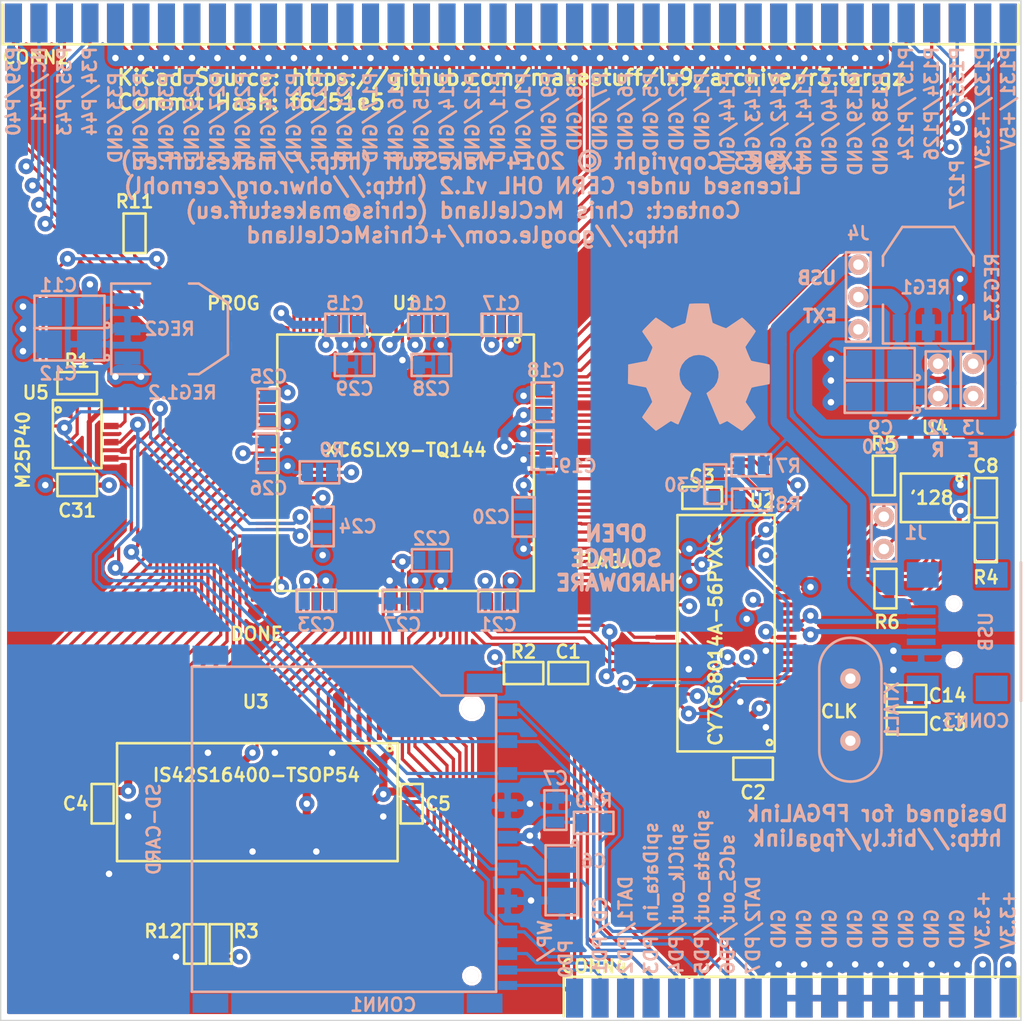
<source format=kicad_pcb>
(kicad_pcb (version 4) (host pcbnew 4.0.7)

  (general
    (links 363)
    (no_connects 0)
    (area 107.332779 45.948599 187.97886 126.050041)
    (thickness 1.6002)
    (drawings 71)
    (tracks 1753)
    (zones 0)
    (modules 64)
    (nets 145)
  )

  (page A4)
  (title_block
    (date "3 mar 2014")
  )

  (layers
    (0 Front signal)
    (1 GND power)
    (2 3.3V power)
    (31 Back signal)
    (34 B.Paste user)
    (35 F.Paste user)
    (36 B.SilkS user)
    (37 F.SilkS user)
    (38 B.Mask user)
    (39 F.Mask user)
    (44 Edge.Cuts user)
  )

  (setup
    (last_trace_width 0.254)
    (user_trace_width 0.4064)
    (user_trace_width 0.635)
    (user_trace_width 1.27)
    (trace_clearance 0.2286)
    (zone_clearance 0.2032)
    (zone_45_only no)
    (trace_min 0.254)
    (segment_width 0.381)
    (edge_width 0.381)
    (via_size 1.2192)
    (via_drill 0.508)
    (via_min_size 1.2192)
    (via_min_drill 0.508)
    (user_via 1.2192 0.508)
    (uvia_size 1.2192)
    (uvia_drill 0.508)
    (uvias_allowed no)
    (uvia_min_size 0.508)
    (uvia_min_drill 0.508)
    (pcb_text_width 0.3048)
    (pcb_text_size 1.524 2.032)
    (mod_edge_width 0.2032)
    (mod_text_size 1.016 1.016)
    (mod_text_width 0.2032)
    (pad_size 0.39878 1.99898)
    (pad_drill 0)
    (pad_to_mask_clearance 0.0508)
    (aux_axis_origin 0 0)
    (grid_origin 0.24892 0)
    (visible_elements FFFFFF7F)
    (pcbplotparams
      (layerselection 0x00030_80000001)
      (usegerberextensions true)
      (excludeedgelayer false)
      (linewidth 0.150000)
      (plotframeref false)
      (viasonmask false)
      (mode 1)
      (useauxorigin false)
      (hpglpennumber 1)
      (hpglpenspeed 20)
      (hpglpendiameter 15)
      (hpglpenoverlay 0)
      (psnegative false)
      (psa4output false)
      (plotreference true)
      (plotvalue true)
      (plotinvisibletext false)
      (padsonsilk false)
      (subtractmaskfromsilk false)
      (outputformat 1)
      (mirror false)
      (drillshape 1)
      (scaleselection 1)
      (outputdirectory gerbers/))
  )

  (net 0 "")
  (net 1 +1.2V)
  (net 2 +3.3V)
  (net 3 /CKE)
  (net 4 /DONE)
  (net 5 /EXT_3.3V)
  (net 6 /EXT_5V)
  (net 7 /P1)
  (net 8 /P10)
  (net 9 /P11)
  (net 10 /P12)
  (net 11 /P124)
  (net 12 /P126)
  (net 13 /P127)
  (net 14 /P131)
  (net 15 /P132)
  (net 16 /P133)
  (net 17 /P134)
  (net 18 /P137)
  (net 19 /P138)
  (net 20 /P139)
  (net 21 /P14)
  (net 22 /P140)
  (net 23 /P141)
  (net 24 /P142)
  (net 25 /P143)
  (net 26 /P144)
  (net 27 /P15)
  (net 28 /P16)
  (net 29 /P17)
  (net 30 /P2)
  (net 31 /P21)
  (net 32 /P22)
  (net 33 /P23)
  (net 34 /P24)
  (net 35 /P26)
  (net 36 /P27)
  (net 37 /P29)
  (net 38 /P30)
  (net 39 /P32)
  (net 40 /P33)
  (net 41 /P34)
  (net 42 /P35)
  (net 43 /P39)
  (net 44 /P40)
  (net 45 /P41)
  (net 46 /P43)
  (net 47 /P44)
  (net 48 /P5)
  (net 49 /P6)
  (net 50 /P7)
  (net 51 /P8)
  (net 52 /P9)
  (net 53 /PROG)
  (net 54 /REG3.3)
  (net 55 /flashCS_out)
  (net 56 /fx2Addr_out{1})
  (net 57 /fx2Clk_in)
  (net 58 /fx2Data_io{0})
  (net 59 /fx2Data_io{1})
  (net 60 /fx2Data_io{2})
  (net 61 /fx2Data_io{3})
  (net 62 /fx2Data_io{4})
  (net 63 /fx2Data_io{5})
  (net 64 /fx2Data_io{6})
  (net 65 /fx2Data_io{7})
  (net 66 /fx2GotData_in)
  (net 67 /fx2GotRoom_in)
  (net 68 /fx2PD0)
  (net 69 /fx2PD1)
  (net 70 /fx2PD2)
  (net 71 /fx2PD3)
  (net 72 /fx2PD4)
  (net 73 /fx2PD5)
  (net 74 /fx2PD6)
  (net 75 /fx2PD7)
  (net 76 /fx2PktEnd_out)
  (net 77 /fx2Read_out)
  (net 78 /fx2Tck_in)
  (net 79 /fx2Tdi_in)
  (net 80 /fx2Tdo_out)
  (net 81 /fx2Tms_in)
  (net 82 /fx2Write_out)
  (net 83 /ramAddr_out{0})
  (net 84 /ramAddr_out{10})
  (net 85 /ramAddr_out{11})
  (net 86 /ramAddr_out{12})
  (net 87 /ramAddr_out{1})
  (net 88 /ramAddr_out{2})
  (net 89 /ramAddr_out{3})
  (net 90 /ramAddr_out{4})
  (net 91 /ramAddr_out{5})
  (net 92 /ramAddr_out{6})
  (net 93 /ramAddr_out{7})
  (net 94 /ramAddr_out{8})
  (net 95 /ramAddr_out{9})
  (net 96 /ramBank_out{0})
  (net 97 /ramBank_out{1})
  (net 98 /ramClk_out)
  (net 99 /ramCmd_out{0})
  (net 100 /ramCmd_out{1})
  (net 101 /ramCmd_out{2})
  (net 102 /ramData_io{0})
  (net 103 /ramData_io{10})
  (net 104 /ramData_io{11})
  (net 105 /ramData_io{12})
  (net 106 /ramData_io{13})
  (net 107 /ramData_io{14})
  (net 108 /ramData_io{15})
  (net 109 /ramData_io{1})
  (net 110 /ramData_io{2})
  (net 111 /ramData_io{3})
  (net 112 /ramData_io{4})
  (net 113 /ramData_io{5})
  (net 114 /ramData_io{6})
  (net 115 /ramData_io{7})
  (net 116 /ramData_io{8})
  (net 117 /ramData_io{9})
  (net 118 /ramLDQM_out)
  (net 119 /ramUDQM_out)
  (net 120 /reset)
  (net 121 /scl)
  (net 122 /sdCS_out)
  (net 123 /sd_cd)
  (net 124 /sd_dat1)
  (net 125 /sd_dat2)
  (net 126 /sd_wp)
  (net 127 /sda_fx2)
  (net 128 /sda_rom)
  (net 129 /spiClk_out)
  (net 130 /spiData_in)
  (net 131 /spiData_out)
  (net 132 GND)
  (net 133 N-000005)
  (net 134 N-000011)
  (net 135 N-000017)
  (net 136 N-000106)
  (net 137 N-000108)
  (net 138 N-000111)
  (net 139 N-000124)
  (net 140 N-000134)
  (net 141 N-000135)
  (net 142 N-000136)
  (net 143 N-000143)
  (net 144 N-000147)

  (net_class Default "This is the default net class."
    (clearance 0.2286)
    (trace_width 0.254)
    (via_dia 1.2192)
    (via_drill 0.508)
    (uvia_dia 1.2192)
    (uvia_drill 0.508)
    (add_net +1.2V)
    (add_net +3.3V)
    (add_net /CKE)
    (add_net /DONE)
    (add_net /EXT_3.3V)
    (add_net /EXT_5V)
    (add_net /P1)
    (add_net /P10)
    (add_net /P11)
    (add_net /P12)
    (add_net /P124)
    (add_net /P126)
    (add_net /P127)
    (add_net /P131)
    (add_net /P132)
    (add_net /P133)
    (add_net /P134)
    (add_net /P137)
    (add_net /P138)
    (add_net /P139)
    (add_net /P14)
    (add_net /P140)
    (add_net /P141)
    (add_net /P142)
    (add_net /P143)
    (add_net /P144)
    (add_net /P15)
    (add_net /P16)
    (add_net /P17)
    (add_net /P2)
    (add_net /P21)
    (add_net /P22)
    (add_net /P23)
    (add_net /P24)
    (add_net /P26)
    (add_net /P27)
    (add_net /P29)
    (add_net /P30)
    (add_net /P32)
    (add_net /P33)
    (add_net /P34)
    (add_net /P35)
    (add_net /P39)
    (add_net /P40)
    (add_net /P41)
    (add_net /P43)
    (add_net /P44)
    (add_net /P5)
    (add_net /P6)
    (add_net /P7)
    (add_net /P8)
    (add_net /P9)
    (add_net /PROG)
    (add_net /REG3.3)
    (add_net /flashCS_out)
    (add_net /fx2Addr_out{1})
    (add_net /fx2Clk_in)
    (add_net /fx2Data_io{0})
    (add_net /fx2Data_io{1})
    (add_net /fx2Data_io{2})
    (add_net /fx2Data_io{3})
    (add_net /fx2Data_io{4})
    (add_net /fx2Data_io{5})
    (add_net /fx2Data_io{6})
    (add_net /fx2Data_io{7})
    (add_net /fx2GotData_in)
    (add_net /fx2GotRoom_in)
    (add_net /fx2PD0)
    (add_net /fx2PD1)
    (add_net /fx2PD2)
    (add_net /fx2PD3)
    (add_net /fx2PD4)
    (add_net /fx2PD5)
    (add_net /fx2PD6)
    (add_net /fx2PD7)
    (add_net /fx2PktEnd_out)
    (add_net /fx2Read_out)
    (add_net /fx2Tck_in)
    (add_net /fx2Tdi_in)
    (add_net /fx2Tdo_out)
    (add_net /fx2Tms_in)
    (add_net /fx2Write_out)
    (add_net /ramAddr_out{0})
    (add_net /ramAddr_out{10})
    (add_net /ramAddr_out{11})
    (add_net /ramAddr_out{12})
    (add_net /ramAddr_out{1})
    (add_net /ramAddr_out{2})
    (add_net /ramAddr_out{3})
    (add_net /ramAddr_out{4})
    (add_net /ramAddr_out{5})
    (add_net /ramAddr_out{6})
    (add_net /ramAddr_out{7})
    (add_net /ramAddr_out{8})
    (add_net /ramAddr_out{9})
    (add_net /ramBank_out{0})
    (add_net /ramBank_out{1})
    (add_net /ramClk_out)
    (add_net /ramCmd_out{0})
    (add_net /ramCmd_out{1})
    (add_net /ramCmd_out{2})
    (add_net /ramData_io{0})
    (add_net /ramData_io{10})
    (add_net /ramData_io{11})
    (add_net /ramData_io{12})
    (add_net /ramData_io{13})
    (add_net /ramData_io{14})
    (add_net /ramData_io{15})
    (add_net /ramData_io{1})
    (add_net /ramData_io{2})
    (add_net /ramData_io{3})
    (add_net /ramData_io{4})
    (add_net /ramData_io{5})
    (add_net /ramData_io{6})
    (add_net /ramData_io{7})
    (add_net /ramData_io{8})
    (add_net /ramData_io{9})
    (add_net /ramLDQM_out)
    (add_net /ramUDQM_out)
    (add_net /reset)
    (add_net /scl)
    (add_net /sdCS_out)
    (add_net /sd_cd)
    (add_net /sd_dat1)
    (add_net /sd_dat2)
    (add_net /sd_wp)
    (add_net /sda_fx2)
    (add_net /sda_rom)
    (add_net /spiClk_out)
    (add_net /spiData_in)
    (add_net /spiData_out)
    (add_net GND)
    (add_net N-000005)
    (add_net N-000011)
    (add_net N-000017)
    (add_net N-000106)
    (add_net N-000108)
    (add_net N-000111)
    (add_net N-000124)
    (add_net N-000134)
    (add_net N-000135)
    (add_net N-000136)
    (add_net N-000143)
    (add_net N-000147)
  )

  (net_class Power ""
    (clearance 0.2286)
    (trace_width 0.635)
    (via_dia 1.2192)
    (via_drill 0.508)
    (uvia_dia 1.2192)
    (uvia_drill 0.508)
  )

  (net_class USB ""
    (clearance 0.2286)
    (trace_width 0.508)
    (via_dia 1.2192)
    (via_drill 0.508)
    (uvia_dia 1.2192)
    (uvia_drill 0.508)
  )

  (module MS-SSOP56 (layer Front) (tedit 527AA685) (tstamp 5016BEBA)
    (at 164.3761 95.62338 90)
    (descr SSOP56)
    (path /50166667)
    (attr smd)
    (fp_text reference U2 (at 10.37336 2.87528 180) (layer F.SilkS)
      (effects (font (size 1.016 1.016) (thickness 0.2032)))
    )
    (fp_text value CY7C68014A-56PVXC (at -0.50038 -0.8255 90) (layer F.SilkS)
      (effects (font (size 1.016 1.016) (thickness 0.2032)))
    )
    (fp_circle (center -8.5725 3.4036) (end -8.5598 3.6068) (layer F.SilkS) (width 0.2032))
    (fp_line (start -9.271 3.81) (end 9.271 3.81) (layer F.SilkS) (width 0.2032))
    (fp_line (start 9.271 3.81) (end 9.271 -3.81) (layer F.SilkS) (width 0.2032))
    (fp_line (start 9.271 -3.81) (end -9.271 -3.81) (layer F.SilkS) (width 0.2032))
    (fp_line (start -9.271 -3.81) (end -9.271 3.81) (layer F.SilkS) (width 0.2032))
    (pad 1 smd rect (at -8.5725 4.7625 90) (size 0.381 1.524) (layers Front F.Paste F.Mask)
      (net 73 /fx2PD5))
    (pad 2 smd rect (at -7.9375 4.7625 90) (size 0.381 1.524) (layers Front F.Paste F.Mask)
      (net 74 /fx2PD6))
    (pad 3 smd rect (at -7.3025 4.7625 90) (size 0.381 1.524) (layers Front F.Paste F.Mask)
      (net 75 /fx2PD7))
    (pad 4 smd rect (at -6.6675 4.7625 90) (size 0.381 1.524) (layers Front F.Paste F.Mask)
      (net 132 GND))
    (pad 5 smd rect (at -6.0325 4.7625 90) (size 0.381 1.524) (layers Front F.Paste F.Mask)
      (net 140 N-000134))
    (pad 6 smd rect (at -5.3975 4.7625 90) (size 0.381 1.524) (layers Front F.Paste F.Mask)
      (net 2 +3.3V))
    (pad 7 smd rect (at -4.7625 4.7625 90) (size 0.381 1.524) (layers Front F.Paste F.Mask)
      (net 132 GND))
    (pad 8 smd rect (at -4.1275 4.7625 90) (size 0.381 1.524) (layers Front F.Paste F.Mask)
      (net 77 /fx2Read_out))
    (pad 9 smd rect (at -3.4925 4.7625 90) (size 0.381 1.524) (layers Front F.Paste F.Mask)
      (net 82 /fx2Write_out))
    (pad 10 smd rect (at -2.8575 4.7625 90) (size 0.381 1.524) (layers Front F.Paste F.Mask)
      (net 2 +3.3V))
    (pad 11 smd rect (at -2.2225 4.7625 90) (size 0.381 1.524) (layers Front F.Paste F.Mask)
      (net 139 N-000124))
    (pad 12 smd rect (at -1.5875 4.7625 90) (size 0.381 1.524) (layers Front F.Paste F.Mask)
      (net 143 N-000143))
    (pad 13 smd rect (at -0.9525 4.7625 90) (size 0.381 1.524) (layers Front F.Paste F.Mask)
      (net 132 GND))
    (pad 14 smd rect (at -0.3175 4.7625 90) (size 0.381 1.524) (layers Front F.Paste F.Mask)
      (net 2 +3.3V))
    (pad 15 smd rect (at 0.3175 4.7625 90) (size 0.381 1.524) (layers Front F.Paste F.Mask)
      (net 138 N-000111))
    (pad 16 smd rect (at 0.9525 4.7625 90) (size 0.381 1.524) (layers Front F.Paste F.Mask)
      (net 137 N-000108))
    (pad 17 smd rect (at 1.5875 4.7625 90) (size 0.381 1.524) (layers Front F.Paste F.Mask)
      (net 132 GND))
    (pad 18 smd rect (at 2.2225 4.7625 90) (size 0.381 1.524) (layers Front F.Paste F.Mask)
      (net 2 +3.3V))
    (pad 19 smd rect (at 2.8575 4.7625 90) (size 0.381 1.524) (layers Front F.Paste F.Mask)
      (net 132 GND))
    (pad 20 smd rect (at 3.4925 4.7625 90) (size 0.381 1.524) (layers Front F.Paste F.Mask)
      (net 57 /fx2Clk_in))
    (pad 21 smd rect (at 4.1275 4.7625 90) (size 0.381 1.524) (layers Front F.Paste F.Mask)
      (net 132 GND))
    (pad 22 smd rect (at 4.7625 4.7625 90) (size 0.381 1.524) (layers Front F.Paste F.Mask)
      (net 121 /scl))
    (pad 23 smd rect (at 5.3975 4.7625 90) (size 0.381 1.524) (layers Front F.Paste F.Mask)
      (net 127 /sda_fx2))
    (pad 24 smd rect (at 6.0325 4.7625 90) (size 0.381 1.524) (layers Front F.Paste F.Mask)
      (net 2 +3.3V))
    (pad 25 smd rect (at 6.6675 4.7625 90) (size 0.381 1.524) (layers Front F.Paste F.Mask)
      (net 58 /fx2Data_io{0}))
    (pad 26 smd rect (at 7.3025 4.7625 90) (size 0.381 1.524) (layers Front F.Paste F.Mask)
      (net 59 /fx2Data_io{1}))
    (pad 27 smd rect (at 7.9375 4.7625 90) (size 0.381 1.524) (layers Front F.Paste F.Mask)
      (net 60 /fx2Data_io{2}))
    (pad 28 smd rect (at 8.5725 4.7625 90) (size 0.381 1.524) (layers Front F.Paste F.Mask)
      (net 61 /fx2Data_io{3}))
    (pad 42 smd rect (at 0.3175 -4.7625 90) (size 0.381 1.524) (layers Front F.Paste F.Mask)
      (net 77 /fx2Read_out))
    (pad 41 smd rect (at 0.9525 -4.7625 90) (size 0.381 1.524) (layers Front F.Paste F.Mask)
      (net 78 /fx2Tck_in))
    (pad 40 smd rect (at 1.5875 -4.7625 90) (size 0.381 1.524) (layers Front F.Paste F.Mask)
      (net 79 /fx2Tdi_in))
    (pad 39 smd rect (at 2.2225 -4.7625 90) (size 0.381 1.524) (layers Front F.Paste F.Mask)
      (net 2 +3.3V))
    (pad 43 smd rect (at -0.3175 -4.7625 90) (size 0.381 1.524) (layers Front F.Paste F.Mask)
      (net 81 /fx2Tms_in))
    (pad 44 smd rect (at -0.9525 -4.7625 90) (size 0.381 1.524) (layers Front F.Paste F.Mask)
      (net 132 GND))
    (pad 45 smd rect (at -1.5875 -4.7625 90) (size 0.381 1.524) (layers Front F.Paste F.Mask)
      (net 56 /fx2Addr_out{1}))
    (pad 46 smd rect (at -2.2225 -4.7625 90) (size 0.381 1.524) (layers Front F.Paste F.Mask)
      (net 76 /fx2PktEnd_out))
    (pad 47 smd rect (at -2.8575 -4.7625 90) (size 0.381 1.524) (layers Front F.Paste F.Mask)
      (net 80 /fx2Tdo_out))
    (pad 48 smd rect (at -3.4925 -4.7625 90) (size 0.381 1.524) (layers Front F.Paste F.Mask)
      (net 132 GND))
    (pad 49 smd rect (at -4.1275 -4.7625 90) (size 0.381 1.524) (layers Front F.Paste F.Mask)
      (net 120 /reset))
    (pad 50 smd rect (at -4.7625 -4.7625 90) (size 0.381 1.524) (layers Front F.Paste F.Mask)
      (net 2 +3.3V))
    (pad 51 smd rect (at -5.3975 -4.7625 90) (size 0.381 1.524) (layers Front F.Paste F.Mask)
      (net 141 N-000135))
    (pad 52 smd rect (at -6.0325 -4.7625 90) (size 0.381 1.524) (layers Front F.Paste F.Mask)
      (net 68 /fx2PD0))
    (pad 53 smd rect (at -6.6675 -4.7625 90) (size 0.381 1.524) (layers Front F.Paste F.Mask)
      (net 69 /fx2PD1))
    (pad 38 smd rect (at 2.8575 -4.7625 90) (size 0.381 1.524) (layers Front F.Paste F.Mask)
      (net 66 /fx2GotData_in))
    (pad 37 smd rect (at 3.4925 -4.7625 90) (size 0.381 1.524) (layers Front F.Paste F.Mask)
      (net 67 /fx2GotRoom_in))
    (pad 36 smd rect (at 4.1275 -4.7625 90) (size 0.381 1.524) (layers Front F.Paste F.Mask)
      (net 136 N-000106))
    (pad 35 smd rect (at 4.7625 -4.7625 90) (size 0.381 1.524) (layers Front F.Paste F.Mask)
      (net 132 GND))
    (pad 34 smd rect (at 5.3975 -4.7625 90) (size 0.381 1.524) (layers Front F.Paste F.Mask)
      (net 2 +3.3V))
    (pad 33 smd rect (at 6.0325 -4.7625 90) (size 0.381 1.524) (layers Front F.Paste F.Mask)
      (net 132 GND))
    (pad 32 smd rect (at 6.6675 -4.7625 90) (size 0.381 1.524) (layers Front F.Paste F.Mask)
      (net 65 /fx2Data_io{7}))
    (pad 31 smd rect (at 7.3025 -4.7625 90) (size 0.381 1.524) (layers Front F.Paste F.Mask)
      (net 64 /fx2Data_io{6}))
    (pad 30 smd rect (at 7.9375 -4.7625 90) (size 0.381 1.524) (layers Front F.Paste F.Mask)
      (net 63 /fx2Data_io{5}))
    (pad 29 smd rect (at 8.5725 -4.7625 90) (size 0.381 1.524) (layers Front F.Paste F.Mask)
      (net 62 /fx2Data_io{4}))
    (pad 54 smd rect (at -7.3025 -4.7625 90) (size 0.381 1.524) (layers Front F.Paste F.Mask)
      (net 70 /fx2PD2))
    (pad 55 smd rect (at -7.9375 -4.7625 90) (size 0.381 1.524) (layers Front F.Paste F.Mask)
      (net 71 /fx2PD3))
    (pad 56 smd rect (at -8.5725 -4.7625 90) (size 0.381 1.524) (layers Front F.Paste F.Mask)
      (net 72 /fx2PD4))
  )

  (module MS-TSOP54 (layer Front) (tedit 527AA4D2) (tstamp 501B0F7F)
    (at 138.00074 102.99954 180)
    (path /501B054C)
    (fp_text reference U3 (at 10.50036 2.00152 180) (layer F.SilkS)
      (effects (font (size 1.016 1.016) (thickness 0.2032)))
    )
    (fp_text value IS42S16400-TSOP54 (at 10.44956 -3.75158 180) (layer F.SilkS)
      (effects (font (size 1.016 1.016) (thickness 0.2032)))
    )
    (fp_circle (center 0 -1.6637) (end 0 -1.4605) (layer F.SilkS) (width 0.2032))
    (fp_line (start -0.62484 -1.24968) (end 21.3741 -1.24968) (layer F.SilkS) (width 0.2032))
    (fp_line (start 21.3741 -1.24968) (end 21.3741 -10.50036) (layer F.SilkS) (width 0.2032))
    (fp_line (start 21.3741 -10.50036) (end -0.62484 -10.50036) (layer F.SilkS) (width 0.2032))
    (fp_line (start -0.62484 -10.50036) (end -0.62484 -1.24968) (layer F.SilkS) (width 0.2032))
    (pad 1 smd rect (at 0 0) (size 0.39878 1.99898) (layers Front F.Paste F.Mask)
      (net 2 +3.3V))
    (pad 2 smd rect (at 0.8001 0) (size 0.39878 1.99898) (layers Front F.Paste F.Mask)
      (net 102 /ramData_io{0}))
    (pad 3 smd rect (at 1.6002 0) (size 0.39878 1.99898) (layers Front F.Paste F.Mask)
      (net 2 +3.3V))
    (pad 4 smd rect (at 2.4003 0) (size 0.39878 1.99898) (layers Front F.Paste F.Mask)
      (net 109 /ramData_io{1}))
    (pad 5 smd rect (at 3.2004 0) (size 0.39878 1.99898) (layers Front F.Paste F.Mask)
      (net 110 /ramData_io{2}))
    (pad 6 smd rect (at 4.0005 0) (size 0.39878 1.99898) (layers Front F.Paste F.Mask)
      (net 132 GND))
    (pad 7 smd rect (at 4.8006 0) (size 0.39878 1.99898) (layers Front F.Paste F.Mask)
      (net 111 /ramData_io{3}))
    (pad 8 smd rect (at 5.6007 0) (size 0.39878 1.99898) (layers Front F.Paste F.Mask)
      (net 112 /ramData_io{4}))
    (pad 9 smd rect (at 6.4008 0) (size 0.39878 1.99898) (layers Front F.Paste F.Mask)
      (net 2 +3.3V))
    (pad 10 smd rect (at 7.2009 0) (size 0.39878 1.99898) (layers Front F.Paste F.Mask)
      (net 113 /ramData_io{5}))
    (pad 11 smd rect (at 8.001 0) (size 0.39878 1.99898) (layers Front F.Paste F.Mask)
      (net 114 /ramData_io{6}))
    (pad 12 smd rect (at 8.8011 0) (size 0.39878 1.99898) (layers Front F.Paste F.Mask)
      (net 132 GND))
    (pad 13 smd rect (at 9.6012 0) (size 0.39878 1.99898) (layers Front F.Paste F.Mask)
      (net 115 /ramData_io{7}))
    (pad 14 smd rect (at 10.39876 0) (size 0.39878 1.99898) (layers Front F.Paste F.Mask)
      (net 2 +3.3V))
    (pad 15 smd rect (at 11.19632 0) (size 0.39878 1.99898) (layers Front F.Paste F.Mask)
      (net 118 /ramLDQM_out))
    (pad 16 smd rect (at 11.99642 0) (size 0.39878 1.99898) (layers Front F.Paste F.Mask)
      (net 99 /ramCmd_out{0}))
    (pad 17 smd rect (at 12.79652 0) (size 0.39878 1.99898) (layers Front F.Paste F.Mask)
      (net 100 /ramCmd_out{1}))
    (pad 18 smd rect (at 13.59662 0) (size 0.39878 1.99898) (layers Front F.Paste F.Mask)
      (net 101 /ramCmd_out{2}))
    (pad 19 smd rect (at 14.39672 0) (size 0.39878 1.99898) (layers Front F.Paste F.Mask)
      (net 132 GND))
    (pad 20 smd rect (at 15.19682 0) (size 0.39878 1.99898) (layers Front F.Paste F.Mask)
      (net 96 /ramBank_out{0}))
    (pad 21 smd rect (at 15.99692 0) (size 0.39878 1.99898) (layers Front F.Paste F.Mask)
      (net 97 /ramBank_out{1}))
    (pad 22 smd rect (at 16.79702 0) (size 0.39878 1.99898) (layers Front F.Paste F.Mask)
      (net 84 /ramAddr_out{10}))
    (pad 23 smd rect (at 17.59712 0) (size 0.39878 1.99898) (layers Front F.Paste F.Mask)
      (net 83 /ramAddr_out{0}))
    (pad 24 smd rect (at 18.39722 0) (size 0.39878 1.99898) (layers Front F.Paste F.Mask)
      (net 87 /ramAddr_out{1}))
    (pad 25 smd rect (at 19.19732 0) (size 0.39878 1.99898) (layers Front F.Paste F.Mask)
      (net 88 /ramAddr_out{2}))
    (pad 26 smd rect (at 19.99742 0) (size 0.39878 1.99898) (layers Front F.Paste F.Mask)
      (net 89 /ramAddr_out{3}))
    (pad 27 smd rect (at 20.79752 0) (size 0.39878 1.99898) (layers Front F.Paste F.Mask)
      (net 2 +3.3V))
    (pad 28 smd rect (at 20.79752 -11.75512 180) (size 0.39878 1.99898) (layers Front F.Paste F.Mask)
      (net 132 GND))
    (pad 29 smd rect (at 19.99742 -11.75512 180) (size 0.39878 1.99898) (layers Front F.Paste F.Mask)
      (net 90 /ramAddr_out{4}))
    (pad 30 smd rect (at 19.19732 -11.75512 180) (size 0.39878 1.99898) (layers Front F.Paste F.Mask)
      (net 91 /ramAddr_out{5}))
    (pad 31 smd rect (at 18.39722 -11.75512 180) (size 0.39878 1.99898) (layers Front F.Paste F.Mask)
      (net 92 /ramAddr_out{6}))
    (pad 32 smd rect (at 17.59712 -11.75512 180) (size 0.39878 1.99898) (layers Front F.Paste F.Mask)
      (net 93 /ramAddr_out{7}))
    (pad 33 smd rect (at 16.79702 -11.75512 180) (size 0.39878 1.99898) (layers Front F.Paste F.Mask)
      (net 94 /ramAddr_out{8}))
    (pad 34 smd rect (at 15.99692 -11.75512 180) (size 0.39878 1.99898) (layers Front F.Paste F.Mask)
      (net 95 /ramAddr_out{9}))
    (pad 35 smd rect (at 15.19682 -11.75512 180) (size 0.39878 1.99898) (layers Front F.Paste F.Mask)
      (net 85 /ramAddr_out{11}))
    (pad 36 smd rect (at 14.39672 -11.75512 180) (size 0.39878 1.99898) (layers Front F.Paste F.Mask)
      (net 86 /ramAddr_out{12}))
    (pad 37 smd rect (at 13.59662 -11.75512 180) (size 0.39878 1.99898) (layers Front F.Paste F.Mask)
      (net 3 /CKE))
    (pad 38 smd rect (at 12.79652 -11.75512 180) (size 0.39878 1.99898) (layers Front F.Paste F.Mask)
      (net 98 /ramClk_out))
    (pad 39 smd rect (at 11.99642 -11.75512 180) (size 0.39878 1.99898) (layers Front F.Paste F.Mask)
      (net 119 /ramUDQM_out))
    (pad 40 smd rect (at 11.19632 -11.75512 180) (size 0.39878 1.99898) (layers Front F.Paste F.Mask))
    (pad 41 smd rect (at 10.39876 -11.75512 180) (size 0.39878 1.99898) (layers Front F.Paste F.Mask)
      (net 132 GND))
    (pad 42 smd rect (at 9.6012 -11.75512 180) (size 0.39878 1.99898) (layers Front F.Paste F.Mask)
      (net 116 /ramData_io{8}))
    (pad 43 smd rect (at 8.8011 -11.75512 180) (size 0.39878 1.99898) (layers Front F.Paste F.Mask)
      (net 2 +3.3V))
    (pad 44 smd rect (at 8.001 -11.75512 180) (size 0.39878 1.99898) (layers Front F.Paste F.Mask)
      (net 117 /ramData_io{9}))
    (pad 45 smd rect (at 7.2009 -11.75512 180) (size 0.39878 1.99898) (layers Front F.Paste F.Mask)
      (net 103 /ramData_io{10}))
    (pad 46 smd rect (at 6.4008 -11.75512 180) (size 0.39878 1.99898) (layers Front F.Paste F.Mask)
      (net 132 GND))
    (pad 47 smd rect (at 5.6007 -11.75512 180) (size 0.39878 1.99898) (layers Front F.Paste F.Mask)
      (net 104 /ramData_io{11}))
    (pad 48 smd rect (at 4.8006 -11.75512 180) (size 0.39878 1.99898) (layers Front F.Paste F.Mask)
      (net 105 /ramData_io{12}))
    (pad 49 smd rect (at 4.0005 -11.75512 180) (size 0.39878 1.99898) (layers Front F.Paste F.Mask)
      (net 2 +3.3V))
    (pad 50 smd rect (at 3.2004 -11.75512 180) (size 0.39878 1.99898) (layers Front F.Paste F.Mask)
      (net 106 /ramData_io{13}))
    (pad 51 smd rect (at 2.4003 -11.75512 180) (size 0.39878 1.99898) (layers Front F.Paste F.Mask)
      (net 107 /ramData_io{14}))
    (pad 52 smd rect (at 1.6002 -11.75512 180) (size 0.39878 1.99898) (layers Front F.Paste F.Mask)
      (net 132 GND))
    (pad 53 smd rect (at 0.8001 -11.75512 180) (size 0.39878 1.99898) (layers Front F.Paste F.Mask)
      (net 108 /ramData_io{15}))
    (pad 54 smd rect (at 0 -11.75512 180) (size 0.39878 1.99898) (layers Front F.Paste F.Mask)
      (net 132 GND))
  )

  (module MS-SIL2%2f2.56 (layer Back) (tedit 527CF33D) (tstamp 501FEFFA)
    (at 176.75098 87.74938 270)
    (descr "Connecteurs 2 pins")
    (tags "CONN DEV")
    (path /501E9DA8)
    (fp_text reference J1 (at 0 -2.49936 540) (layer B.SilkS)
      (effects (font (size 1.016 1.016) (thickness 0.2032)) (justify mirror))
    )
    (fp_text value CONN_2 (at 0.00254 1.87452 270) (layer B.SilkS) hide
      (effects (font (size 1.016 1.016) (thickness 0.2032)) (justify mirror))
    )
    (fp_line (start -2.2352 0.9652) (end 2.2352 0.9652) (layer B.SilkS) (width 0.2032))
    (fp_line (start 2.2352 0.9652) (end 2.2352 -0.9652) (layer B.SilkS) (width 0.2032))
    (fp_line (start 2.2352 -0.9652) (end -2.2352 -0.9652) (layer B.SilkS) (width 0.2032))
    (fp_line (start -2.2352 -0.9652) (end -2.2352 0.9652) (layer B.SilkS) (width 0.2032))
    (pad 1 thru_hole circle (at -1.27 0 270) (size 1.6002 1.6002) (drill 0.8128) (layers *.Cu *.Mask B.SilkS)
      (net 127 /sda_fx2))
    (pad 2 thru_hole circle (at 1.27 0 270) (size 1.6002 1.6002) (drill 0.8128) (layers *.Cu *.Mask B.SilkS)
      (net 128 /sda_rom))
  )

  (module MS-0805 (layer Front) (tedit 527AA468) (tstamp 501EA20E)
    (at 176.75098 83.2485 270)
    (path /501E9E86)
    (attr smd)
    (fp_text reference R5 (at -2.49936 0 360) (layer F.SilkS)
      (effects (font (size 1.016 1.016) (thickness 0.2032)))
    )
    (fp_text value R (at -0.0254 0.1016 270) (layer F.SilkS) hide
      (effects (font (size 1.016 1.016) (thickness 0.2032)))
    )
    (fp_line (start -1.5494 -0.8636) (end 1.5494 -0.8636) (layer F.SilkS) (width 0.2032))
    (fp_line (start 1.5494 -0.8636) (end 1.5494 0.8636) (layer F.SilkS) (width 0.2032))
    (fp_line (start 1.5494 0.8636) (end -1.5494 0.8636) (layer F.SilkS) (width 0.2032))
    (fp_line (start -1.5494 0.8636) (end -1.5494 -0.8636) (layer F.SilkS) (width 0.2032))
    (pad 1 smd rect (at -0.9525 0 270) (size 0.889 1.397) (layers Front F.Paste F.Mask)
      (net 2 +3.3V))
    (pad 2 smd rect (at 0.9525 0 270) (size 0.889 1.397) (layers Front F.Paste F.Mask)
      (net 127 /sda_fx2))
    (model smd/chip_cms.wrl
      (at (xyz 0 0 0))
      (scale (xyz 0.1 0.1 0.1))
      (rotate (xyz 0 0 0))
    )
  )

  (module MS-0805 (layer Front) (tedit 502154E6) (tstamp 501994D9)
    (at 152.00122 98.75012)
    (path /50199433)
    (attr smd)
    (fp_text reference C1 (at 0 -1.6764) (layer F.SilkS)
      (effects (font (size 1.016 1.016) (thickness 0.2032)))
    )
    (fp_text value C (at -0.0254 0.09906) (layer F.SilkS) hide
      (effects (font (size 1.016 1.016) (thickness 0.2032)))
    )
    (fp_line (start -1.5494 -0.8636) (end 1.5494 -0.8636) (layer F.SilkS) (width 0.2032))
    (fp_line (start 1.5494 -0.8636) (end 1.5494 0.8636) (layer F.SilkS) (width 0.2032))
    (fp_line (start 1.5494 0.8636) (end -1.5494 0.8636) (layer F.SilkS) (width 0.2032))
    (fp_line (start -1.5494 0.8636) (end -1.5494 -0.8636) (layer F.SilkS) (width 0.2032))
    (pad 1 smd rect (at -0.9525 0) (size 0.889 1.397) (layers Front F.Paste F.Mask)
      (net 120 /reset))
    (pad 2 smd rect (at 0.9525 0) (size 0.889 1.397) (layers Front F.Paste F.Mask)
      (net 132 GND))
    (model smd/chip_cms.wrl
      (at (xyz 0 0 0))
      (scale (xyz 0.1 0.1 0.1))
      (rotate (xyz 0 0 0))
    )
  )

  (module MS-0805 (layer Front) (tedit 502154DC) (tstamp 501994DB)
    (at 148.5011 98.75012)
    (path /5019943B)
    (attr smd)
    (fp_text reference R2 (at 0 -1.6764) (layer F.SilkS)
      (effects (font (size 1.016 1.016) (thickness 0.2032)))
    )
    (fp_text value R (at 0 0.07366) (layer F.SilkS) hide
      (effects (font (size 1.016 1.016) (thickness 0.2032)))
    )
    (fp_line (start -1.5494 -0.8636) (end 1.5494 -0.8636) (layer F.SilkS) (width 0.2032))
    (fp_line (start 1.5494 -0.8636) (end 1.5494 0.8636) (layer F.SilkS) (width 0.2032))
    (fp_line (start 1.5494 0.8636) (end -1.5494 0.8636) (layer F.SilkS) (width 0.2032))
    (fp_line (start -1.5494 0.8636) (end -1.5494 -0.8636) (layer F.SilkS) (width 0.2032))
    (pad 1 smd rect (at -0.9525 0) (size 0.889 1.397) (layers Front F.Paste F.Mask)
      (net 2 +3.3V))
    (pad 2 smd rect (at 0.9525 0) (size 0.889 1.397) (layers Front F.Paste F.Mask)
      (net 120 /reset))
    (model smd/chip_cms.wrl
      (at (xyz 0 0 0))
      (scale (xyz 0.1 0.1 0.1))
      (rotate (xyz 0 0 0))
    )
  )

  (module MS-0805 (layer Front) (tedit 502152F8) (tstamp 50199F63)
    (at 166.49954 106.2482)
    (path /50199D13)
    (attr smd)
    (fp_text reference C2 (at 0 1.87452) (layer F.SilkS)
      (effects (font (size 1.016 1.016) (thickness 0.2032)))
    )
    (fp_text value C (at 0 0.09906) (layer F.SilkS) hide
      (effects (font (size 1.016 1.016) (thickness 0.2032)))
    )
    (fp_line (start -1.5494 -0.8636) (end 1.5494 -0.8636) (layer F.SilkS) (width 0.2032))
    (fp_line (start 1.5494 -0.8636) (end 1.5494 0.8636) (layer F.SilkS) (width 0.2032))
    (fp_line (start 1.5494 0.8636) (end -1.5494 0.8636) (layer F.SilkS) (width 0.2032))
    (fp_line (start -1.5494 0.8636) (end -1.5494 -0.8636) (layer F.SilkS) (width 0.2032))
    (pad 1 smd rect (at -0.9525 0) (size 0.889 1.397) (layers Front F.Paste F.Mask)
      (net 2 +3.3V))
    (pad 2 smd rect (at 0.9525 0) (size 0.889 1.397) (layers Front F.Paste F.Mask)
      (net 132 GND))
    (model smd/chip_cms.wrl
      (at (xyz 0 0 0))
      (scale (xyz 0.1 0.1 0.1))
      (rotate (xyz 0 0 0))
    )
  )

  (module MS-0805 (layer Front) (tedit 502153EF) (tstamp 50199D87)
    (at 162.49904 85.0011 180)
    (path /50199D1D)
    (attr smd)
    (fp_text reference C3 (at -0.00254 1.6764 180) (layer F.SilkS)
      (effects (font (size 1.016 1.016) (thickness 0.2032)))
    )
    (fp_text value C (at 0.04826 -0.12192 180) (layer F.SilkS) hide
      (effects (font (size 1.016 1.016) (thickness 0.2032)))
    )
    (fp_line (start -1.5494 -0.8636) (end 1.5494 -0.8636) (layer F.SilkS) (width 0.2032))
    (fp_line (start 1.5494 -0.8636) (end 1.5494 0.8636) (layer F.SilkS) (width 0.2032))
    (fp_line (start 1.5494 0.8636) (end -1.5494 0.8636) (layer F.SilkS) (width 0.2032))
    (fp_line (start -1.5494 0.8636) (end -1.5494 -0.8636) (layer F.SilkS) (width 0.2032))
    (pad 1 smd rect (at -0.9525 0 180) (size 0.889 1.397) (layers Front F.Paste F.Mask)
      (net 2 +3.3V))
    (pad 2 smd rect (at 0.9525 0 180) (size 0.889 1.397) (layers Front F.Paste F.Mask)
      (net 132 GND))
    (model smd/chip_cms.wrl
      (at (xyz 0 0 0))
      (scale (xyz 0.1 0.1 0.1))
      (rotate (xyz 0 0 0))
    )
  )

  (module MS-0805 (layer Front) (tedit 5027F24F) (tstamp 501BC318)
    (at 115.49888 108.99902 270)
    (path /501BBEFC)
    (attr smd)
    (fp_text reference C4 (at 0 2.12344 360) (layer F.SilkS)
      (effects (font (size 1.016 1.016) (thickness 0.2032)))
    )
    (fp_text value C (at 0 -4.0005 270) (layer F.SilkS) hide
      (effects (font (size 1.016 1.016) (thickness 0.2032)))
    )
    (fp_line (start -1.5494 -0.8636) (end 1.5494 -0.8636) (layer F.SilkS) (width 0.2032))
    (fp_line (start 1.5494 -0.8636) (end 1.5494 0.8636) (layer F.SilkS) (width 0.2032))
    (fp_line (start 1.5494 0.8636) (end -1.5494 0.8636) (layer F.SilkS) (width 0.2032))
    (fp_line (start -1.5494 0.8636) (end -1.5494 -0.8636) (layer F.SilkS) (width 0.2032))
    (pad 1 smd rect (at -0.9525 0 270) (size 0.889 1.397) (layers Front F.Paste F.Mask)
      (net 2 +3.3V))
    (pad 2 smd rect (at 0.9525 0 270) (size 0.889 1.397) (layers Front F.Paste F.Mask)
      (net 132 GND))
    (model smd/chip_cms.wrl
      (at (xyz 0 0 0))
      (scale (xyz 0.1 0.1 0.1))
      (rotate (xyz 0 0 0))
    )
  )

  (module MS-0805 (layer Front) (tedit 502B9926) (tstamp 501BC31A)
    (at 139.7254 108.99902 270)
    (path /501BBF04)
    (attr smd)
    (fp_text reference C5 (at 0 -2.07518 360) (layer F.SilkS)
      (effects (font (size 1.016 1.016) (thickness 0.2032)))
    )
    (fp_text value C (at 0 -0.09906 270) (layer F.SilkS) hide
      (effects (font (size 1.016 1.016) (thickness 0.2032)))
    )
    (fp_line (start -1.5494 -0.8636) (end 1.5494 -0.8636) (layer F.SilkS) (width 0.2032))
    (fp_line (start 1.5494 -0.8636) (end 1.5494 0.8636) (layer F.SilkS) (width 0.2032))
    (fp_line (start 1.5494 0.8636) (end -1.5494 0.8636) (layer F.SilkS) (width 0.2032))
    (fp_line (start -1.5494 0.8636) (end -1.5494 -0.8636) (layer F.SilkS) (width 0.2032))
    (pad 1 smd rect (at -0.9525 0 270) (size 0.889 1.397) (layers Front F.Paste F.Mask)
      (net 2 +3.3V))
    (pad 2 smd rect (at 0.9525 0 270) (size 0.889 1.397) (layers Front F.Paste F.Mask)
      (net 132 GND))
    (model smd/chip_cms.wrl
      (at (xyz 0 0 0))
      (scale (xyz 0.1 0.1 0.1))
      (rotate (xyz 0 0 0))
    )
  )

  (module MS-0805 (layer Front) (tedit 530DDF56) (tstamp 501C1721)
    (at 124.74956 119.99976 270)
    (path /501C16AD)
    (attr smd)
    (fp_text reference R3 (at -1.00076 -1.99898 360) (layer F.SilkS)
      (effects (font (size 1.016 1.016) (thickness 0.2032)))
    )
    (fp_text value R (at -0.00254 -0.12446 270) (layer F.SilkS) hide
      (effects (font (size 1.016 1.016) (thickness 0.2032)))
    )
    (fp_line (start -1.5494 -0.8636) (end 1.5494 -0.8636) (layer F.SilkS) (width 0.2032))
    (fp_line (start 1.5494 -0.8636) (end 1.5494 0.8636) (layer F.SilkS) (width 0.2032))
    (fp_line (start 1.5494 0.8636) (end -1.5494 0.8636) (layer F.SilkS) (width 0.2032))
    (fp_line (start -1.5494 0.8636) (end -1.5494 -0.8636) (layer F.SilkS) (width 0.2032))
    (pad 1 smd rect (at -0.9525 0 270) (size 0.889 1.397) (layers Front F.Paste F.Mask)
      (net 3 /CKE))
    (pad 2 smd rect (at 0.9525 0 270) (size 0.889 1.397) (layers Front F.Paste F.Mask)
      (net 2 +3.3V))
    (model smd/chip_cms.wrl
      (at (xyz 0 0 0))
      (scale (xyz 0.1 0.1 0.1))
      (rotate (xyz 0 0 0))
    )
  )

  (module MS-0805 (layer Back) (tedit 527C28DC) (tstamp 501E80FE)
    (at 151.00046 109.4994 90)
    (path /501E7CE5)
    (attr smd)
    (fp_text reference C7 (at 2.49936 0 180) (layer B.SilkS)
      (effects (font (size 1.016 1.016) (thickness 0.2032)) (justify mirror))
    )
    (fp_text value C (at 0.0254 0.0762 90) (layer B.SilkS) hide
      (effects (font (size 1.016 1.016) (thickness 0.2032)) (justify mirror))
    )
    (fp_line (start -1.5494 0.8636) (end 1.5494 0.8636) (layer B.SilkS) (width 0.2032))
    (fp_line (start 1.5494 0.8636) (end 1.5494 -0.8636) (layer B.SilkS) (width 0.2032))
    (fp_line (start 1.5494 -0.8636) (end -1.5494 -0.8636) (layer B.SilkS) (width 0.2032))
    (fp_line (start -1.5494 -0.8636) (end -1.5494 0.8636) (layer B.SilkS) (width 0.2032))
    (pad 1 smd rect (at -0.9525 0 90) (size 0.889 1.397) (layers Back B.Paste B.Mask)
      (net 2 +3.3V))
    (pad 2 smd rect (at 0.9525 0 90) (size 0.889 1.397) (layers Back B.Paste B.Mask)
      (net 132 GND))
    (model smd/chip_cms.wrl
      (at (xyz 0 0 0))
      (scale (xyz 0.1 0.1 0.1))
      (rotate (xyz 0 0 0))
    )
  )

  (module MS-0805 (layer Front) (tedit 527AA4AF) (tstamp 501EA20A)
    (at 184.75198 85.0011 90)
    (path /501E9F90)
    (attr smd)
    (fp_text reference C8 (at 2.5019 -0.00254 180) (layer F.SilkS)
      (effects (font (size 1.016 1.016) (thickness 0.2032)))
    )
    (fp_text value C (at 0 0.09906 90) (layer F.SilkS) hide
      (effects (font (size 1.016 1.016) (thickness 0.2032)))
    )
    (fp_line (start -1.5494 -0.8636) (end 1.5494 -0.8636) (layer F.SilkS) (width 0.2032))
    (fp_line (start 1.5494 -0.8636) (end 1.5494 0.8636) (layer F.SilkS) (width 0.2032))
    (fp_line (start 1.5494 0.8636) (end -1.5494 0.8636) (layer F.SilkS) (width 0.2032))
    (fp_line (start -1.5494 0.8636) (end -1.5494 -0.8636) (layer F.SilkS) (width 0.2032))
    (pad 1 smd rect (at -0.9525 0 90) (size 0.889 1.397) (layers Front F.Paste F.Mask)
      (net 2 +3.3V))
    (pad 2 smd rect (at 0.9525 0 90) (size 0.889 1.397) (layers Front F.Paste F.Mask)
      (net 132 GND))
    (model smd/chip_cms.wrl
      (at (xyz 0 0 0))
      (scale (xyz 0.1 0.1 0.1))
      (rotate (xyz 0 0 0))
    )
  )

  (module MS-0805 (layer Front) (tedit 527AA490) (tstamp 501EA20C)
    (at 184.74944 88.50122 270)
    (path /501E9EFF)
    (attr smd)
    (fp_text reference R4 (at 2.74828 0 360) (layer F.SilkS)
      (effects (font (size 1.016 1.016) (thickness 0.2032)))
    )
    (fp_text value R (at 0.00254 0.1016 270) (layer F.SilkS) hide
      (effects (font (size 1.016 1.016) (thickness 0.2032)))
    )
    (fp_line (start -1.5494 -0.8636) (end 1.5494 -0.8636) (layer F.SilkS) (width 0.2032))
    (fp_line (start 1.5494 -0.8636) (end 1.5494 0.8636) (layer F.SilkS) (width 0.2032))
    (fp_line (start 1.5494 0.8636) (end -1.5494 0.8636) (layer F.SilkS) (width 0.2032))
    (fp_line (start -1.5494 0.8636) (end -1.5494 -0.8636) (layer F.SilkS) (width 0.2032))
    (pad 1 smd rect (at -0.9525 0 270) (size 0.889 1.397) (layers Front F.Paste F.Mask)
      (net 2 +3.3V))
    (pad 2 smd rect (at 0.9525 0 270) (size 0.889 1.397) (layers Front F.Paste F.Mask)
      (net 133 N-000005))
    (model smd/chip_cms.wrl
      (at (xyz 0 0 0))
      (scale (xyz 0.1 0.1 0.1))
      (rotate (xyz 0 0 0))
    )
  )

  (module MS-0805 (layer Front) (tedit 527EC0FD) (tstamp 501EA210)
    (at 176.87544 92.12326 90)
    (path /501E9E9D)
    (attr smd)
    (fp_text reference R6 (at -2.62636 0.12446 180) (layer F.SilkS)
      (effects (font (size 1.016 1.016) (thickness 0.2032)))
    )
    (fp_text value R (at 0.0254 -0.1016 90) (layer F.SilkS) hide
      (effects (font (size 1.016 1.016) (thickness 0.2032)))
    )
    (fp_line (start -1.5494 -0.8636) (end 1.5494 -0.8636) (layer F.SilkS) (width 0.2032))
    (fp_line (start 1.5494 -0.8636) (end 1.5494 0.8636) (layer F.SilkS) (width 0.2032))
    (fp_line (start 1.5494 0.8636) (end -1.5494 0.8636) (layer F.SilkS) (width 0.2032))
    (fp_line (start -1.5494 0.8636) (end -1.5494 -0.8636) (layer F.SilkS) (width 0.2032))
    (pad 1 smd rect (at -0.9525 0 90) (size 0.889 1.397) (layers Front F.Paste F.Mask)
      (net 2 +3.3V))
    (pad 2 smd rect (at 0.9525 0 90) (size 0.889 1.397) (layers Front F.Paste F.Mask)
      (net 121 /scl))
    (model smd/chip_cms.wrl
      (at (xyz 0 0 0))
      (scale (xyz 0.1 0.1 0.1))
      (rotate (xyz 0 0 0))
    )
  )

  (module MS-C3528%2fT (layer Back) (tedit 527C2902) (tstamp 501E8732)
    (at 151.50084 115.00104 270)
    (descr "SMD CHIP TANT")
    (tags "SMD CHIP TANT")
    (path /501E8600)
    (attr smd)
    (fp_text reference C6 (at -1.50114 -2.49936 360) (layer B.SilkS)
      (effects (font (size 1.016 1.016) (thickness 0.2032)) (justify mirror))
    )
    (fp_text value CP1 (at 0.02286 -0.09906 270) (layer B.SilkS) hide
      (effects (font (size 1.016 1.016) (thickness 0.2032)) (justify mirror))
    )
    (fp_line (start -2.7432 1.27) (end 2.7432 1.27) (layer B.SilkS) (width 0.2032))
    (fp_line (start 2.7432 1.27) (end 2.7432 -1.27) (layer B.SilkS) (width 0.2032))
    (fp_line (start 2.7432 -1.27) (end -2.7432 -1.27) (layer B.SilkS) (width 0.2032))
    (fp_line (start -2.7432 -1.27) (end -2.7432 1.27) (layer B.SilkS) (width 0.2032))
    (fp_circle (center -2.9464 -1.05156) (end -2.9464 -0.84836) (layer B.SilkS) (width 0.2032))
    (pad 1 smd rect (at -1.5875 0.00254 90) (size 1.99898 2.19964) (layers Back B.Paste B.Mask)
      (net 2 +3.3V))
    (pad 2 smd rect (at 1.5875 0.00254 90) (size 1.99898 2.19964) (layers Back B.Paste B.Mask)
      (net 132 GND))
  )

  (module MS-TQFP144 (layer Front) (tedit 527EE11A) (tstamp 500D58BB)
    (at 139.25042 82.25028)
    (path /500D37C5)
    (attr smd)
    (fp_text reference U1 (at 0 -12.52728) (layer F.SilkS)
      (effects (font (size 1.016 1.016) (thickness 0.2032)))
    )
    (fp_text value XC6SLX9-TQ144 (at 0 -1.00076) (layer F.SilkS)
      (effects (font (size 1.016 1.016) (thickness 0.2032)))
    )
    (fp_line (start -10.0584 -10.0584) (end 10.0584 -10.0584) (layer F.SilkS) (width 0.2032))
    (fp_line (start 10.0584 -10.0584) (end 10.0584 10.0584) (layer F.SilkS) (width 0.2032))
    (fp_line (start 10.0584 10.0584) (end -10.0584 10.0584) (layer F.SilkS) (width 0.2032))
    (fp_line (start -10.0584 10.0584) (end -10.0584 -10.0584) (layer F.SilkS) (width 0.2032))
    (fp_circle (center 8.7503 -9.6393) (end 8.7503 -9.8425) (layer F.SilkS) (width 0.2032))
    (pad 1 smd rect (at 8.7503 -10.9855) (size 0.254 1.524) (layers Front F.Paste F.Mask)
      (net 7 /P1))
    (pad 2 smd rect (at 8.2423 -10.9855) (size 0.254 1.524) (layers Front F.Paste F.Mask)
      (net 30 /P2))
    (pad 3 smd rect (at 7.747 -10.9855) (size 0.254 1.524) (layers Front F.Paste F.Mask)
      (net 132 GND))
    (pad 4 smd rect (at 7.2517 -10.9855) (size 0.254 1.524) (layers Front F.Paste F.Mask)
      (net 2 +3.3V))
    (pad 5 smd rect (at 6.7437 -10.9855) (size 0.254 1.524) (layers Front F.Paste F.Mask)
      (net 48 /P5))
    (pad 6 smd rect (at 6.2484 -10.9855) (size 0.254 1.524) (layers Front F.Paste F.Mask)
      (net 49 /P6))
    (pad 7 smd rect (at 5.7531 -10.9855) (size 0.254 1.524) (layers Front F.Paste F.Mask)
      (net 50 /P7))
    (pad 8 smd rect (at 5.2451 -10.9855) (size 0.254 1.524) (layers Front F.Paste F.Mask)
      (net 51 /P8))
    (pad 9 smd rect (at 4.7498 -10.9855) (size 0.254 1.524) (layers Front F.Paste F.Mask)
      (net 52 /P9))
    (pad 10 smd rect (at 4.2545 -10.9855) (size 0.254 1.524) (layers Front F.Paste F.Mask)
      (net 8 /P10))
    (pad 11 smd rect (at 3.7465 -10.9855) (size 0.254 1.524) (layers Front F.Paste F.Mask)
      (net 9 /P11))
    (pad 12 smd rect (at 3.2512 -10.9855) (size 0.254 1.524) (layers Front F.Paste F.Mask)
      (net 10 /P12))
    (pad 13 smd rect (at 2.7559 -10.9855) (size 0.254 1.524) (layers Front F.Paste F.Mask)
      (net 132 GND))
    (pad 14 smd rect (at 2.2479 -10.9855) (size 0.254 1.524) (layers Front F.Paste F.Mask)
      (net 21 /P14))
    (pad 15 smd rect (at 1.7526 -10.9855) (size 0.254 1.524) (layers Front F.Paste F.Mask)
      (net 27 /P15))
    (pad 16 smd rect (at 1.2573 -10.9855) (size 0.254 1.524) (layers Front F.Paste F.Mask)
      (net 28 /P16))
    (pad 17 smd rect (at 0.7493 -10.9855) (size 0.254 1.524) (layers Front F.Paste F.Mask)
      (net 29 /P17))
    (pad 18 smd rect (at 0.254 -10.9855) (size 0.254 1.524) (layers Front F.Paste F.Mask)
      (net 2 +3.3V))
    (pad 19 smd rect (at -0.254 -10.9855) (size 0.254 1.524) (layers Front F.Paste F.Mask)
      (net 1 +1.2V))
    (pad 20 smd rect (at -0.7493 -10.9855) (size 0.254 1.524) (layers Front F.Paste F.Mask)
      (net 2 +3.3V))
    (pad 21 smd rect (at -1.2573 -10.9855) (size 0.254 1.524) (layers Front F.Paste F.Mask)
      (net 31 /P21))
    (pad 22 smd rect (at -1.7526 -10.9855) (size 0.254 1.524) (layers Front F.Paste F.Mask)
      (net 32 /P22))
    (pad 23 smd rect (at -2.2479 -10.9855) (size 0.254 1.524) (layers Front F.Paste F.Mask)
      (net 33 /P23))
    (pad 24 smd rect (at -2.7559 -10.9855) (size 0.254 1.524) (layers Front F.Paste F.Mask)
      (net 34 /P24))
    (pad 25 smd rect (at -3.2512 -10.9855) (size 0.254 1.524) (layers Front F.Paste F.Mask)
      (net 132 GND))
    (pad 26 smd rect (at -3.7465 -10.9855) (size 0.254 1.524) (layers Front F.Paste F.Mask)
      (net 35 /P26))
    (pad 27 smd rect (at -4.2545 -10.9855) (size 0.254 1.524) (layers Front F.Paste F.Mask)
      (net 36 /P27))
    (pad 28 smd rect (at -4.7498 -10.9855) (size 0.254 1.524) (layers Front F.Paste F.Mask)
      (net 1 +1.2V))
    (pad 29 smd rect (at -5.2451 -10.9855) (size 0.254 1.524) (layers Front F.Paste F.Mask)
      (net 37 /P29))
    (pad 30 smd rect (at -5.7531 -10.9855) (size 0.254 1.524) (layers Front F.Paste F.Mask)
      (net 38 /P30))
    (pad 31 smd rect (at -6.2484 -10.9855) (size 0.254 1.524) (layers Front F.Paste F.Mask)
      (net 2 +3.3V))
    (pad 32 smd rect (at -6.7437 -10.9855) (size 0.254 1.524) (layers Front F.Paste F.Mask)
      (net 39 /P32))
    (pad 33 smd rect (at -7.2517 -10.9855) (size 0.254 1.524) (layers Front F.Paste F.Mask)
      (net 40 /P33))
    (pad 34 smd rect (at -7.747 -10.9855) (size 0.254 1.524) (layers Front F.Paste F.Mask)
      (net 41 /P34))
    (pad 35 smd rect (at -8.2423 -10.9855) (size 0.254 1.524) (layers Front F.Paste F.Mask)
      (net 42 /P35))
    (pad 36 smd rect (at -8.7503 -10.9855) (size 0.254 1.524) (layers Front F.Paste F.Mask)
      (net 2 +3.3V))
    (pad 66 smd rect (at -10.9855 5.7531) (size 1.524 0.254) (layers Front F.Paste F.Mask)
      (net 84 /ramAddr_out{10}))
    (pad 67 smd rect (at -10.9855 6.2484) (size 1.524 0.254) (layers Front F.Paste F.Mask)
      (net 97 /ramBank_out{1}))
    (pad 68 smd rect (at -10.9855 6.7437) (size 1.524 0.254) (layers Front F.Paste F.Mask)
      (net 132 GND))
    (pad 69 smd rect (at -10.9855 7.2517) (size 1.524 0.254) (layers Front F.Paste F.Mask)
      (net 96 /ramBank_out{0}))
    (pad 70 smd rect (at -10.9855 7.747) (size 1.524 0.254) (layers Front F.Paste F.Mask)
      (net 129 /spiClk_out))
    (pad 71 smd rect (at -10.9855 8.2423) (size 1.524 0.254) (layers Front F.Paste F.Mask)
      (net 4 /DONE))
    (pad 72 smd rect (at -10.9855 8.7503) (size 1.524 0.254) (layers Front F.Paste F.Mask))
    (pad 114 smd rect (at 10.9855 6.2484) (size 1.524 0.254) (layers Front F.Paste F.Mask)
      (net 65 /fx2Data_io{7}))
    (pad 115 smd rect (at 10.9855 5.7531) (size 1.524 0.254) (layers Front F.Paste F.Mask)
      (net 64 /fx2Data_io{6}))
    (pad 116 smd rect (at 10.9855 5.2451) (size 1.524 0.254) (layers Front F.Paste F.Mask)
      (net 63 /fx2Data_io{5}))
    (pad 117 smd rect (at 10.9855 4.7498) (size 1.524 0.254) (layers Front F.Paste F.Mask)
      (net 62 /fx2Data_io{4}))
    (pad 118 smd rect (at 10.9855 4.2545) (size 1.524 0.254) (layers Front F.Paste F.Mask)
      (net 61 /fx2Data_io{3}))
    (pad 119 smd rect (at 10.9855 3.7465) (size 1.524 0.254) (layers Front F.Paste F.Mask)
      (net 60 /fx2Data_io{2}))
    (pad 120 smd rect (at 10.9855 3.2512) (size 1.524 0.254) (layers Front F.Paste F.Mask)
      (net 59 /fx2Data_io{1}))
    (pad 121 smd rect (at 10.9855 2.7559) (size 1.524 0.254) (layers Front F.Paste F.Mask)
      (net 58 /fx2Data_io{0}))
    (pad 122 smd rect (at 10.9855 2.2479) (size 1.524 0.254) (layers Front F.Paste F.Mask)
      (net 2 +3.3V))
    (pad 123 smd rect (at 10.9855 1.7526) (size 1.524 0.254) (layers Front F.Paste F.Mask)
      (net 57 /fx2Clk_in))
    (pad 124 smd rect (at 10.9855 1.2573) (size 1.524 0.254) (layers Front F.Paste F.Mask)
      (net 11 /P124))
    (pad 125 smd rect (at 10.9855 0.7493) (size 1.524 0.254) (layers Front F.Paste F.Mask)
      (net 2 +3.3V))
    (pad 126 smd rect (at 10.9855 0.254) (size 1.524 0.254) (layers Front F.Paste F.Mask)
      (net 12 /P126))
    (pad 127 smd rect (at 10.9855 -0.254) (size 1.524 0.254) (layers Front F.Paste F.Mask)
      (net 13 /P127))
    (pad 128 smd rect (at 10.9855 -0.7493) (size 1.524 0.254) (layers Front F.Paste F.Mask)
      (net 1 +1.2V))
    (pad 129 smd rect (at 10.9855 -1.2573) (size 1.524 0.254) (layers Front F.Paste F.Mask)
      (net 2 +3.3V))
    (pad 130 smd rect (at 10.9855 -1.7526) (size 1.524 0.254) (layers Front F.Paste F.Mask)
      (net 132 GND))
    (pad 131 smd rect (at 10.9855 -2.2479) (size 1.524 0.254) (layers Front F.Paste F.Mask)
      (net 14 /P131))
    (pad 132 smd rect (at 10.9855 -2.7559) (size 1.524 0.254) (layers Front F.Paste F.Mask)
      (net 15 /P132))
    (pad 133 smd rect (at 10.9855 -3.2512) (size 1.524 0.254) (layers Front F.Paste F.Mask)
      (net 16 /P133))
    (pad 134 smd rect (at 10.9855 -3.7465) (size 1.524 0.254) (layers Front F.Paste F.Mask)
      (net 17 /P134))
    (pad 135 smd rect (at 10.9855 -4.2545) (size 1.524 0.254) (layers Front F.Paste F.Mask)
      (net 2 +3.3V))
    (pad 136 smd rect (at 10.9855 -4.7498) (size 1.524 0.254) (layers Front F.Paste F.Mask)
      (net 132 GND))
    (pad 137 smd rect (at 10.9855 -5.2451) (size 1.524 0.254) (layers Front F.Paste F.Mask)
      (net 18 /P137))
    (pad 138 smd rect (at 10.9855 -5.7531) (size 1.524 0.254) (layers Front F.Paste F.Mask)
      (net 19 /P138))
    (pad 139 smd rect (at 10.9855 -6.2484) (size 1.524 0.254) (layers Front F.Paste F.Mask)
      (net 20 /P139))
    (pad 140 smd rect (at 10.9855 -6.7437) (size 1.524 0.254) (layers Front F.Paste F.Mask)
      (net 22 /P140))
    (pad 141 smd rect (at 10.9855 -7.2517) (size 1.524 0.254) (layers Front F.Paste F.Mask)
      (net 23 /P141))
    (pad 142 smd rect (at 10.9855 -7.747) (size 1.524 0.254) (layers Front F.Paste F.Mask)
      (net 24 /P142))
    (pad 143 smd rect (at 10.9855 -8.2423) (size 1.524 0.254) (layers Front F.Paste F.Mask)
      (net 25 /P143))
    (pad 144 smd rect (at 10.9855 -8.7503) (size 1.524 0.254) (layers Front F.Paste F.Mask)
      (net 26 /P144))
    (pad 37 smd rect (at -10.9855 -8.7503) (size 1.524 0.254) (layers Front F.Paste F.Mask)
      (net 53 /PROG))
    (pad 38 smd rect (at -10.9855 -8.2423) (size 1.524 0.254) (layers Front F.Paste F.Mask)
      (net 55 /flashCS_out))
    (pad 39 smd rect (at -10.9855 -7.747) (size 1.524 0.254) (layers Front F.Paste F.Mask)
      (net 43 /P39))
    (pad 40 smd rect (at -10.9855 -7.2517) (size 1.524 0.254) (layers Front F.Paste F.Mask)
      (net 44 /P40))
    (pad 41 smd rect (at -10.9855 -6.7437) (size 1.524 0.254) (layers Front F.Paste F.Mask)
      (net 45 /P41))
    (pad 42 smd rect (at -10.9855 -6.2484) (size 1.524 0.254) (layers Front F.Paste F.Mask)
      (net 2 +3.3V))
    (pad 43 smd rect (at -10.9855 -5.7531) (size 1.524 0.254) (layers Front F.Paste F.Mask)
      (net 46 /P43))
    (pad 44 smd rect (at -10.9855 -5.2451) (size 1.524 0.254) (layers Front F.Paste F.Mask)
      (net 47 /P44))
    (pad 45 smd rect (at -10.9855 -4.7498) (size 1.524 0.254) (layers Front F.Paste F.Mask)
      (net 122 /sdCS_out))
    (pad 46 smd rect (at -10.9855 -4.2545) (size 1.524 0.254) (layers Front F.Paste F.Mask)
      (net 119 /ramUDQM_out))
    (pad 47 smd rect (at -10.9855 -3.7465) (size 1.524 0.254) (layers Front F.Paste F.Mask)
      (net 85 /ramAddr_out{11}))
    (pad 48 smd rect (at -10.9855 -3.2512) (size 1.524 0.254) (layers Front F.Paste F.Mask)
      (net 95 /ramAddr_out{9}))
    (pad 49 smd rect (at -10.9855 -2.7559) (size 1.524 0.254) (layers Front F.Paste F.Mask)
      (net 132 GND))
    (pad 50 smd rect (at -10.9855 -2.2479) (size 1.524 0.254) (layers Front F.Paste F.Mask)
      (net 94 /ramAddr_out{8}))
    (pad 51 smd rect (at -10.9855 -1.7526) (size 1.524 0.254) (layers Front F.Paste F.Mask)
      (net 93 /ramAddr_out{7}))
    (pad 52 smd rect (at -10.9855 -1.2573) (size 1.524 0.254) (layers Front F.Paste F.Mask)
      (net 1 +1.2V))
    (pad 53 smd rect (at -10.9855 -0.7493) (size 1.524 0.254) (layers Front F.Paste F.Mask)
      (net 2 +3.3V))
    (pad 54 smd rect (at -10.9855 -0.254) (size 1.524 0.254) (layers Front F.Paste F.Mask)
      (net 132 GND))
    (pad 55 smd rect (at -10.9855 0.254) (size 1.524 0.254) (layers Front F.Paste F.Mask)
      (net 92 /ramAddr_out{6}))
    (pad 56 smd rect (at -10.9855 0.7493) (size 1.524 0.254) (layers Front F.Paste F.Mask)
      (net 91 /ramAddr_out{5}))
    (pad 57 smd rect (at -10.9855 1.2573) (size 1.524 0.254) (layers Front F.Paste F.Mask)
      (net 90 /ramAddr_out{4}))
    (pad 58 smd rect (at -10.9855 1.7526) (size 1.524 0.254) (layers Front F.Paste F.Mask)
      (net 98 /ramClk_out))
    (pad 59 smd rect (at -10.9855 2.2479) (size 1.524 0.254) (layers Front F.Paste F.Mask)
      (net 89 /ramAddr_out{3}))
    (pad 60 smd rect (at -10.9855 2.7559) (size 1.524 0.254) (layers Front F.Paste F.Mask)
      (net 88 /ramAddr_out{2}))
    (pad 61 smd rect (at -10.9855 3.2512) (size 1.524 0.254) (layers Front F.Paste F.Mask)
      (net 87 /ramAddr_out{1}))
    (pad 62 smd rect (at -10.9855 3.7465) (size 1.524 0.254) (layers Front F.Paste F.Mask)
      (net 83 /ramAddr_out{0}))
    (pad 63 smd rect (at -10.9855 4.2545) (size 1.524 0.254) (layers Front F.Paste F.Mask)
      (net 2 +3.3V))
    (pad 64 smd rect (at -10.9855 4.7498) (size 1.524 0.254) (layers Front F.Paste F.Mask)
      (net 131 /spiData_out))
    (pad 65 smd rect (at -10.9855 5.2451) (size 1.524 0.254) (layers Front F.Paste F.Mask)
      (net 130 /spiData_in))
    (pad 78 smd rect (at -6.2484 10.9855) (size 0.254 1.524) (layers Front F.Paste F.Mask)
      (net 99 /ramCmd_out{0}))
    (pad 79 smd rect (at -5.7531 10.9855) (size 0.254 1.524) (layers Front F.Paste F.Mask)
      (net 118 /ramLDQM_out))
    (pad 80 smd rect (at -5.2451 10.9855) (size 0.254 1.524) (layers Front F.Paste F.Mask)
      (net 115 /ramData_io{7}))
    (pad 81 smd rect (at -4.7498 10.9855) (size 0.254 1.524) (layers Front F.Paste F.Mask)
      (net 114 /ramData_io{6}))
    (pad 82 smd rect (at -4.2545 10.9855) (size 0.254 1.524) (layers Front F.Paste F.Mask)
      (net 113 /ramData_io{5}))
    (pad 83 smd rect (at -3.7465 10.9855) (size 0.254 1.524) (layers Front F.Paste F.Mask)
      (net 112 /ramData_io{4}))
    (pad 84 smd rect (at -3.2512 10.9855) (size 0.254 1.524) (layers Front F.Paste F.Mask)
      (net 111 /ramData_io{3}))
    (pad 85 smd rect (at -2.7559 10.9855) (size 0.254 1.524) (layers Front F.Paste F.Mask)
      (net 110 /ramData_io{2}))
    (pad 86 smd rect (at -2.2479 10.9855) (size 0.254 1.524) (layers Front F.Paste F.Mask)
      (net 2 +3.3V))
    (pad 87 smd rect (at -1.7526 10.9855) (size 0.254 1.524) (layers Front F.Paste F.Mask)
      (net 109 /ramData_io{1}))
    (pad 88 smd rect (at -1.2573 10.9855) (size 0.254 1.524) (layers Front F.Paste F.Mask)
      (net 102 /ramData_io{0}))
    (pad 89 smd rect (at -0.7493 10.9855) (size 0.254 1.524) (layers Front F.Paste F.Mask)
      (net 1 +1.2V))
    (pad 90 smd rect (at -0.254 10.9855) (size 0.254 1.524) (layers Front F.Paste F.Mask)
      (net 2 +3.3V))
    (pad 91 smd rect (at 0.254 10.9855) (size 0.254 1.524) (layers Front F.Paste F.Mask)
      (net 132 GND))
    (pad 92 smd rect (at 0.7493 10.9855) (size 0.254 1.524) (layers Front F.Paste F.Mask)
      (net 108 /ramData_io{15}))
    (pad 93 smd rect (at 1.2573 10.9855) (size 0.254 1.524) (layers Front F.Paste F.Mask)
      (net 107 /ramData_io{14}))
    (pad 94 smd rect (at 1.7526 10.9855) (size 0.254 1.524) (layers Front F.Paste F.Mask)
      (net 106 /ramData_io{13}))
    (pad 95 smd rect (at 2.2479 10.9855) (size 0.254 1.524) (layers Front F.Paste F.Mask)
      (net 105 /ramData_io{12}))
    (pad 96 smd rect (at 2.7559 10.9855) (size 0.254 1.524) (layers Front F.Paste F.Mask)
      (net 132 GND))
    (pad 97 smd rect (at 3.2512 10.9855) (size 0.254 1.524) (layers Front F.Paste F.Mask)
      (net 104 /ramData_io{11}))
    (pad 98 smd rect (at 3.7465 10.9855) (size 0.254 1.524) (layers Front F.Paste F.Mask)
      (net 103 /ramData_io{10}))
    (pad 99 smd rect (at 4.2545 10.9855) (size 0.254 1.524) (layers Front F.Paste F.Mask)
      (net 117 /ramData_io{9}))
    (pad 100 smd rect (at 4.7498 10.9855) (size 0.254 1.524) (layers Front F.Paste F.Mask)
      (net 116 /ramData_io{8}))
    (pad 101 smd rect (at 5.2451 10.9855) (size 0.254 1.524) (layers Front F.Paste F.Mask)
      (net 82 /fx2Write_out))
    (pad 102 smd rect (at 5.7531 10.9855) (size 0.254 1.524) (layers Front F.Paste F.Mask)
      (net 76 /fx2PktEnd_out))
    (pad 103 smd rect (at 6.2484 10.9855) (size 0.254 1.524) (layers Front F.Paste F.Mask)
      (net 2 +3.3V))
    (pad 104 smd rect (at 6.7437 10.9855) (size 0.254 1.524) (layers Front F.Paste F.Mask)
      (net 56 /fx2Addr_out{1}))
    (pad 105 smd rect (at 7.2517 10.9855) (size 0.254 1.524) (layers Front F.Paste F.Mask)
      (net 77 /fx2Read_out))
    (pad 106 smd rect (at 7.747 10.9855) (size 0.254 1.524) (layers Front F.Paste F.Mask)
      (net 80 /fx2Tdo_out))
    (pad 107 smd rect (at 8.2423 10.9855) (size 0.254 1.524) (layers Front F.Paste F.Mask)
      (net 81 /fx2Tms_in))
    (pad 108 smd rect (at 8.7503 10.9855) (size 0.254 1.524) (layers Front F.Paste F.Mask)
      (net 132 GND))
    (pad 73 smd rect (at -8.7503 10.9855) (size 0.254 1.524) (layers Front F.Paste F.Mask)
      (net 132 GND))
    (pad 74 smd rect (at -8.2423 10.9855) (size 0.254 1.524) (layers Front F.Paste F.Mask)
      (net 101 /ramCmd_out{2}))
    (pad 75 smd rect (at -7.747 10.9855) (size 0.254 1.524) (layers Front F.Paste F.Mask)
      (net 100 /ramCmd_out{1}))
    (pad 76 smd rect (at -7.2517 10.9855) (size 0.254 1.524) (layers Front F.Paste F.Mask)
      (net 2 +3.3V))
    (pad 77 smd rect (at -6.7437 10.9855) (size 0.254 1.524) (layers Front F.Paste F.Mask)
      (net 132 GND))
    (pad 109 smd rect (at 10.9855 8.7503) (size 1.524 0.254) (layers Front F.Paste F.Mask)
      (net 78 /fx2Tck_in))
    (pad 110 smd rect (at 10.9855 8.2423) (size 1.524 0.254) (layers Front F.Paste F.Mask)
      (net 79 /fx2Tdi_in))
    (pad 111 smd rect (at 10.9855 7.747) (size 1.524 0.254) (layers Front F.Paste F.Mask)
      (net 66 /fx2GotData_in))
    (pad 112 smd rect (at 10.9855 7.2517) (size 1.524 0.254) (layers Front F.Paste F.Mask)
      (net 67 /fx2GotRoom_in))
    (pad 113 smd rect (at 10.9855 6.7437) (size 1.524 0.254) (layers Front F.Paste F.Mask)
      (net 132 GND))
    (model smd/tqfp144.wrl
      (at (xyz 0 0 0))
      (scale (xyz 0.394 0.394 0.4))
      (rotate (xyz 0 0 0))
    )
  )

  (module MS-EDGE80%2f2.00 (layer Front) (tedit 502B9A65) (tstamp 502054EC)
    (at 108.50118 47.74946)
    (path /502053ED)
    (fp_text reference CONN2 (at 1.75006 2.70002) (layer F.SilkS)
      (effects (font (size 1.016 1.016) (thickness 0.2032)))
    )
    (fp_text value MS-EDGE80 (at 74.22388 2.70002) (layer F.SilkS) hide
      (effects (font (size 1.016 1.016) (thickness 0.2032)))
    )
    (fp_line (start -0.8382 -1.4224) (end -0.8382 1.6764) (layer F.SilkS) (width 0.2032))
    (fp_line (start -0.8382 1.6764) (end 78.8162 1.6764) (layer F.SilkS) (width 0.2032))
    (fp_line (start 78.8162 1.6764) (end 78.8162 -1.4224) (layer F.SilkS) (width 0.2032))
    (pad 1 connect rect (at 0 0) (size 1.3335 3.048) (layers Front F.Mask)
      (net 144 N-000147))
    (pad 2 connect rect (at 0 0) (size 1.3335 3.048) (layers Back B.Mask)
      (net 44 /P40))
    (pad 3 connect rect (at 1.99898 0) (size 1.3335 3.048) (layers Front F.Mask))
    (pad 4 connect rect (at 1.99898 0) (size 1.3335 3.048) (layers Back B.Mask)
      (net 45 /P41))
    (pad 5 connect rect (at 4.0005 0) (size 1.3335 3.048) (layers Front F.Mask)
      (net 42 /P35))
    (pad 6 connect rect (at 4.0005 0) (size 1.3335 3.048) (layers Back B.Mask)
      (net 46 /P43))
    (pad 7 connect rect (at 5.99948 0) (size 1.3335 3.048) (layers Front F.Mask)
      (net 41 /P34))
    (pad 8 connect rect (at 5.99948 0) (size 1.3335 3.048) (layers Back B.Mask)
      (net 47 /P44))
    (pad 9 connect rect (at 8.001 0) (size 1.3335 3.048) (layers Front F.Mask)
      (net 40 /P33))
    (pad 10 connect rect (at 8.001 0) (size 1.3335 3.048) (layers Back B.Mask)
      (net 132 GND))
    (pad 11 connect rect (at 9.99998 0) (size 1.3335 3.048) (layers Front F.Mask)
      (net 39 /P32))
    (pad 12 connect rect (at 9.99998 0) (size 1.3335 3.048) (layers Back B.Mask)
      (net 132 GND))
    (pad 13 connect rect (at 11.99896 0) (size 1.3335 3.048) (layers Front F.Mask)
      (net 38 /P30))
    (pad 14 connect rect (at 11.99896 0) (size 1.3335 3.048) (layers Back B.Mask)
      (net 132 GND))
    (pad 15 connect rect (at 14.00048 0) (size 1.3335 3.048) (layers Front F.Mask)
      (net 37 /P29))
    (pad 16 connect rect (at 14.00048 0) (size 1.3335 3.048) (layers Back B.Mask)
      (net 132 GND))
    (pad 17 connect rect (at 15.99946 0) (size 1.3335 3.048) (layers Front F.Mask)
      (net 36 /P27))
    (pad 18 connect rect (at 15.99946 0) (size 1.3335 3.048) (layers Back B.Mask)
      (net 132 GND))
    (pad 19 connect rect (at 18.00098 0) (size 1.3335 3.048) (layers Front F.Mask)
      (net 35 /P26))
    (pad 20 connect rect (at 18.00098 0) (size 1.3335 3.048) (layers Back B.Mask)
      (net 132 GND))
    (pad 21 connect rect (at 19.99996 0) (size 1.3335 3.048) (layers Front F.Mask)
      (net 34 /P24))
    (pad 22 connect rect (at 19.99996 0) (size 1.3335 3.048) (layers Back B.Mask)
      (net 132 GND))
    (pad 23 connect rect (at 21.99894 0) (size 1.3335 3.048) (layers Front F.Mask)
      (net 33 /P23))
    (pad 24 connect rect (at 21.99894 0) (size 1.3335 3.048) (layers Back B.Mask)
      (net 132 GND))
    (pad 25 connect rect (at 24.00046 0) (size 1.3335 3.048) (layers Front F.Mask)
      (net 32 /P22))
    (pad 26 connect rect (at 24.00046 0) (size 1.3335 3.048) (layers Back B.Mask)
      (net 132 GND))
    (pad 27 connect rect (at 25.99944 0) (size 1.3335 3.048) (layers Front F.Mask)
      (net 31 /P21))
    (pad 28 connect rect (at 25.99944 0) (size 1.3335 3.048) (layers Back B.Mask)
      (net 132 GND))
    (pad 29 connect rect (at 28.00096 0) (size 1.3335 3.048) (layers Front F.Mask)
      (net 29 /P17))
    (pad 30 connect rect (at 28.00096 0) (size 1.3335 3.048) (layers Back B.Mask)
      (net 132 GND))
    (pad 31 connect rect (at 29.99994 0) (size 1.3335 3.048) (layers Front F.Mask)
      (net 28 /P16))
    (pad 32 connect rect (at 29.99994 0) (size 1.3335 3.048) (layers Back B.Mask)
      (net 132 GND))
    (pad 33 connect rect (at 31.99892 0) (size 1.3335 3.048) (layers Front F.Mask)
      (net 27 /P15))
    (pad 34 connect rect (at 31.99892 0) (size 1.3335 3.048) (layers Back B.Mask)
      (net 132 GND))
    (pad 35 connect rect (at 34.00044 0) (size 1.3335 3.048) (layers Front F.Mask)
      (net 21 /P14))
    (pad 36 connect rect (at 34.00044 0) (size 1.3335 3.048) (layers Back B.Mask)
      (net 132 GND))
    (pad 37 connect rect (at 35.99942 0) (size 1.3335 3.048) (layers Front F.Mask)
      (net 10 /P12))
    (pad 38 connect rect (at 35.99942 0) (size 1.3335 3.048) (layers Back B.Mask)
      (net 132 GND))
    (pad 39 connect rect (at 38.00094 0) (size 1.3335 3.048) (layers Front F.Mask)
      (net 9 /P11))
    (pad 40 connect rect (at 38.00094 0) (size 1.3335 3.048) (layers Back B.Mask)
      (net 132 GND))
    (pad 41 connect rect (at 39.99992 0) (size 1.3335 3.048) (layers Front F.Mask)
      (net 8 /P10))
    (pad 42 connect rect (at 39.99992 0) (size 1.3335 3.048) (layers Back B.Mask)
      (net 132 GND))
    (pad 43 connect rect (at 41.9989 0) (size 1.3335 3.048) (layers Front F.Mask)
      (net 52 /P9))
    (pad 44 connect rect (at 41.9989 0) (size 1.3335 3.048) (layers Back B.Mask)
      (net 132 GND))
    (pad 45 connect rect (at 44.00042 0) (size 1.3335 3.048) (layers Front F.Mask)
      (net 51 /P8))
    (pad 46 connect rect (at 44.00042 0) (size 1.3335 3.048) (layers Back B.Mask)
      (net 132 GND))
    (pad 47 connect rect (at 45.9994 0) (size 1.3335 3.048) (layers Front F.Mask)
      (net 50 /P7))
    (pad 48 connect rect (at 45.9994 0) (size 1.3335 3.048) (layers Back B.Mask)
      (net 132 GND))
    (pad 49 connect rect (at 48.00092 0) (size 1.3335 3.048) (layers Front F.Mask)
      (net 49 /P6))
    (pad 50 connect rect (at 48.00092 0) (size 1.3335 3.048) (layers Back B.Mask)
      (net 132 GND))
    (pad 51 connect rect (at 49.9999 0) (size 1.3335 3.048) (layers Front F.Mask)
      (net 48 /P5))
    (pad 52 connect rect (at 49.9999 0) (size 1.3335 3.048) (layers Back B.Mask)
      (net 132 GND))
    (pad 53 connect rect (at 51.99888 0) (size 1.3335 3.048) (layers Front F.Mask)
      (net 30 /P2))
    (pad 54 connect rect (at 51.99888 0) (size 1.3335 3.048) (layers Back B.Mask)
      (net 132 GND))
    (pad 55 connect rect (at 54.0004 0) (size 1.3335 3.048) (layers Front F.Mask)
      (net 7 /P1))
    (pad 56 connect rect (at 54.0004 0) (size 1.3335 3.048) (layers Back B.Mask)
      (net 132 GND))
    (pad 57 connect rect (at 55.99938 0) (size 1.3335 3.048) (layers Front F.Mask)
      (net 26 /P144))
    (pad 58 connect rect (at 55.99938 0) (size 1.3335 3.048) (layers Back B.Mask)
      (net 132 GND))
    (pad 59 connect rect (at 58.0009 0) (size 1.3335 3.048) (layers Front F.Mask)
      (net 25 /P143))
    (pad 60 connect rect (at 58.0009 0) (size 1.3335 3.048) (layers Back B.Mask)
      (net 132 GND))
    (pad 61 connect rect (at 59.99988 0) (size 1.3335 3.048) (layers Front F.Mask)
      (net 24 /P142))
    (pad 62 connect rect (at 59.99988 0) (size 1.3335 3.048) (layers Back B.Mask)
      (net 132 GND))
    (pad 63 connect rect (at 61.99886 0) (size 1.3335 3.048) (layers Front F.Mask)
      (net 23 /P141))
    (pad 64 connect rect (at 61.99886 0) (size 1.3335 3.048) (layers Back B.Mask)
      (net 132 GND))
    (pad 65 connect rect (at 64.00038 0) (size 1.3335 3.048) (layers Front F.Mask)
      (net 22 /P140))
    (pad 66 connect rect (at 64.00038 0) (size 1.3335 3.048) (layers Back B.Mask)
      (net 132 GND))
    (pad 67 connect rect (at 65.99936 0) (size 1.3335 3.048) (layers Front F.Mask)
      (net 20 /P139))
    (pad 68 connect rect (at 65.99936 0) (size 1.3335 3.048) (layers Back B.Mask)
      (net 132 GND))
    (pad 69 connect rect (at 68.00088 0) (size 1.3335 3.048) (layers Front F.Mask)
      (net 19 /P138))
    (pad 70 connect rect (at 68.00088 0) (size 1.3335 3.048) (layers Back B.Mask)
      (net 132 GND))
    (pad 71 connect rect (at 69.99986 0) (size 1.3335 3.048) (layers Front F.Mask)
      (net 18 /P137))
    (pad 72 connect rect (at 69.99986 0) (size 1.3335 3.048) (layers Back B.Mask)
      (net 11 /P124))
    (pad 73 connect rect (at 71.99884 0) (size 1.3335 3.048) (layers Front F.Mask)
      (net 17 /P134))
    (pad 74 connect rect (at 71.99884 0) (size 1.3335 3.048) (layers Back B.Mask)
      (net 12 /P126))
    (pad 75 connect rect (at 74.00036 0) (size 1.3335 3.048) (layers Front F.Mask)
      (net 16 /P133))
    (pad 76 connect rect (at 74.00036 0) (size 1.3335 3.048) (layers Back B.Mask)
      (net 13 /P127))
    (pad 77 connect rect (at 75.99934 0) (size 1.3335 3.048) (layers Front F.Mask)
      (net 15 /P132))
    (pad 78 connect rect (at 75.99934 0) (size 1.3335 3.048) (layers Back B.Mask)
      (net 5 /EXT_3.3V))
    (pad 79 connect rect (at 78.00086 0) (size 1.3335 3.048) (layers Front F.Mask)
      (net 14 /P131))
    (pad 80 connect rect (at 78.00086 0) (size 1.3335 3.048) (layers Back B.Mask)
      (net 6 /EXT_5V))
  )

  (module MS-SOT223 (layer Back) (tedit 527CEDBD) (tstamp 502269FA)
    (at 180.23586 68.32346 180)
    (descr "module CMS SOT223 4 pins")
    (tags "CMS SOT")
    (path /502262E1)
    (attr smd)
    (fp_text reference REG1 (at 0.23622 -0.17526 180) (layer B.SilkS)
      (effects (font (size 1.016 1.016) (thickness 0.2032)) (justify mirror))
    )
    (fp_text value REG3.3 (at -5.01396 -0.17526 270) (layer B.SilkS)
      (effects (font (size 1.016 1.016) (thickness 0.2032)) (justify mirror))
    )
    (fp_line (start -3.556 -1.524) (end -3.556 -4.572) (layer B.SilkS) (width 0.2032))
    (fp_line (start -3.556 -4.572) (end 3.556 -4.572) (layer B.SilkS) (width 0.2032))
    (fp_line (start 3.556 -4.572) (end 3.556 -1.524) (layer B.SilkS) (width 0.2032))
    (fp_line (start -3.556 1.524) (end -3.556 2.286) (layer B.SilkS) (width 0.2032))
    (fp_line (start -3.556 2.286) (end -2.032 4.572) (layer B.SilkS) (width 0.2032))
    (fp_line (start -2.032 4.572) (end 2.032 4.572) (layer B.SilkS) (width 0.2032))
    (fp_line (start 2.032 4.572) (end 3.556 2.286) (layer B.SilkS) (width 0.2032))
    (fp_line (start 3.556 2.286) (end 3.556 1.524) (layer B.SilkS) (width 0.2032))
    (pad 4 smd rect (at 0 3.302 180) (size 3.6576 2.032) (layers Back B.Paste B.Mask)
      (net 54 /REG3.3))
    (pad 2 smd rect (at 0 -3.302 180) (size 1.016 2.032) (layers Back B.Paste B.Mask)
      (net 54 /REG3.3))
    (pad 3 smd rect (at 2.286 -3.302 180) (size 1.016 2.032) (layers Back B.Paste B.Mask)
      (net 134 N-000011))
    (pad 1 smd rect (at -2.286 -3.302 180) (size 1.016 2.032) (layers Back B.Paste B.Mask)
      (net 132 GND))
    (model smd/SOT223.wrl
      (at (xyz 0 0 0))
      (scale (xyz 0.4 0.4 0.4))
      (rotate (xyz 0 0 0))
    )
  )

  (module MS-SIL2%2f2.56 (layer Back) (tedit 527CED9B) (tstamp 502271AB)
    (at 181.0004 75.75042 90)
    (descr "Connecteurs 2 pins")
    (tags "CONN DEV")
    (path /50226337)
    (fp_text reference J2 (at -3.74904 0 180) (layer B.SilkS)
      (effects (font (size 1.016 1.016) (thickness 0.2032)) (justify mirror))
    )
    (fp_text value CONN_2 (at -0.4572 4.2926 90) (layer B.SilkS) hide
      (effects (font (size 1.016 1.016) (thickness 0.2032)) (justify mirror))
    )
    (fp_line (start -2.2352 0.9652) (end 2.2352 0.9652) (layer B.SilkS) (width 0.2032))
    (fp_line (start 2.2352 0.9652) (end 2.2352 -0.9652) (layer B.SilkS) (width 0.2032))
    (fp_line (start 2.2352 -0.9652) (end -2.2352 -0.9652) (layer B.SilkS) (width 0.2032))
    (fp_line (start -2.2352 -0.9652) (end -2.2352 0.9652) (layer B.SilkS) (width 0.2032))
    (pad 1 thru_hole circle (at -1.27 0 90) (size 1.6002 1.6002) (drill 0.8128) (layers *.Cu *.Mask B.SilkS)
      (net 2 +3.3V))
    (pad 2 thru_hole circle (at 1.27 0 90) (size 1.6002 1.6002) (drill 0.8128) (layers *.Cu *.Mask B.SilkS)
      (net 54 /REG3.3))
  )

  (module MS-SIL3%2f2.56 (layer Back) (tedit 527CED7F) (tstamp 50226DE3)
    (at 174.74946 69.24802 270)
    (descr "Connecteurs 2 pins")
    (tags "CONN DEV")
    (path /50226C1F)
    (fp_text reference J4 (at -4.99872 0 360) (layer B.SilkS)
      (effects (font (size 1.016 1.016) (thickness 0.2032)) (justify mirror))
    )
    (fp_text value CONN_3 (at 0 -1.9177 270) (layer B.SilkS) hide
      (effects (font (size 1.016 1.016) (thickness 0.2032)) (justify mirror))
    )
    (fp_line (start 3.5052 -0.9652) (end -3.5052 -0.9652) (layer B.SilkS) (width 0.2032))
    (fp_line (start -3.5052 0.9652) (end 3.5052 0.9652) (layer B.SilkS) (width 0.2032))
    (fp_line (start 3.5052 0.9652) (end 3.5052 -0.9652) (layer B.SilkS) (width 0.2032))
    (fp_line (start -3.5052 -0.9652) (end -3.5052 0.9652) (layer B.SilkS) (width 0.2032))
    (pad 1 thru_hole circle (at -2.54 0 270) (size 1.6002 1.6002) (drill 0.8128) (layers *.Cu *.Mask B.SilkS)
      (net 135 N-000017))
    (pad 2 thru_hole circle (at 0 0 270) (size 1.6002 1.6002) (drill 0.8128) (layers *.Cu *.Mask B.SilkS)
      (net 134 N-000011))
    (pad 3 thru_hole circle (at 2.54 0 270) (size 1.6002 1.6002) (drill 0.8128) (layers *.Cu *.Mask B.SilkS)
      (net 6 /EXT_5V))
  )

  (module MS-C3528%2fT (layer Back) (tedit 527BE7A1) (tstamp 502271B1)
    (at 176.42586 74.5236 180)
    (descr "SMD CHIP TANT")
    (tags "SMD CHIP TANT")
    (path /50226C5A)
    (attr smd)
    (fp_text reference C9 (at -0.07366 -4.97586 180) (layer B.SilkS)
      (effects (font (size 1.016 1.016) (thickness 0.2032)) (justify mirror))
    )
    (fp_text value CP1 (at -0.07366 -0.22606 180) (layer B.SilkS) hide
      (effects (font (size 1.016 1.016) (thickness 0.2032)) (justify mirror))
    )
    (fp_line (start -2.7432 1.27) (end 2.7432 1.27) (layer B.SilkS) (width 0.2032))
    (fp_line (start 2.7432 1.27) (end 2.7432 -1.27) (layer B.SilkS) (width 0.2032))
    (fp_line (start 2.7432 -1.27) (end -2.7432 -1.27) (layer B.SilkS) (width 0.2032))
    (fp_line (start -2.7432 -1.27) (end -2.7432 1.27) (layer B.SilkS) (width 0.2032))
    (fp_circle (center -2.9464 -1.05156) (end -2.9464 -0.84836) (layer B.SilkS) (width 0.2032))
    (pad 1 smd rect (at -1.5875 0.00254) (size 1.99898 2.19964) (layers Back B.Paste B.Mask)
      (net 134 N-000011))
    (pad 2 smd rect (at 1.5875 0.00254) (size 1.99898 2.19964) (layers Back B.Paste B.Mask)
      (net 132 GND))
  )

  (module MS-SIL2%2f2.56 (layer Back) (tedit 527CED91) (tstamp 50228267)
    (at 183.75122 75.75042 270)
    (descr "Connecteurs 2 pins")
    (tags "CONN DEV")
    (path /50228165)
    (fp_text reference J3 (at 3.74904 0 360) (layer B.SilkS)
      (effects (font (size 1.016 1.016) (thickness 0.2032)) (justify mirror))
    )
    (fp_text value CONN_2 (at 0.4572 -1.9558 270) (layer B.SilkS) hide
      (effects (font (size 1.016 1.016) (thickness 0.2032)) (justify mirror))
    )
    (fp_line (start -2.2352 0.9652) (end 2.2352 0.9652) (layer B.SilkS) (width 0.2032))
    (fp_line (start 2.2352 0.9652) (end 2.2352 -0.9652) (layer B.SilkS) (width 0.2032))
    (fp_line (start 2.2352 -0.9652) (end -2.2352 -0.9652) (layer B.SilkS) (width 0.2032))
    (fp_line (start -2.2352 -0.9652) (end -2.2352 0.9652) (layer B.SilkS) (width 0.2032))
    (pad 1 thru_hole circle (at -1.27 0 270) (size 1.6002 1.6002) (drill 0.8128) (layers *.Cu *.Mask B.SilkS)
      (net 5 /EXT_3.3V))
    (pad 2 thru_hole circle (at 1.27 0 270) (size 1.6002 1.6002) (drill 0.8128) (layers *.Cu *.Mask B.SilkS)
      (net 2 +3.3V))
  )

  (module MS-C3528%2fT (layer Back) (tedit 527BE7A4) (tstamp 50228268)
    (at 176.42586 77.0636 180)
    (descr "SMD CHIP TANT")
    (tags "SMD CHIP TANT")
    (path /502281A0)
    (attr smd)
    (fp_text reference C10 (at -0.07366 -3.93446 180) (layer B.SilkS)
      (effects (font (size 1.016 1.016) (thickness 0.2032)) (justify mirror))
    )
    (fp_text value CP1 (at -0.07366 0.0635 180) (layer B.SilkS) hide
      (effects (font (size 1.016 1.016) (thickness 0.2032)) (justify mirror))
    )
    (fp_line (start -2.7432 1.27) (end 2.7432 1.27) (layer B.SilkS) (width 0.2032))
    (fp_line (start 2.7432 1.27) (end 2.7432 -1.27) (layer B.SilkS) (width 0.2032))
    (fp_line (start 2.7432 -1.27) (end -2.7432 -1.27) (layer B.SilkS) (width 0.2032))
    (fp_line (start -2.7432 -1.27) (end -2.7432 1.27) (layer B.SilkS) (width 0.2032))
    (fp_circle (center -2.9464 -1.05156) (end -2.9464 -0.84836) (layer B.SilkS) (width 0.2032))
    (pad 1 smd rect (at -1.5875 0.00254) (size 1.99898 2.19964) (layers Back B.Paste B.Mask)
      (net 2 +3.3V))
    (pad 2 smd rect (at 1.5875 0.00254) (size 1.99898 2.19964) (layers Back B.Paste B.Mask)
      (net 132 GND))
  )

  (module MS-SOT223 (layer Back) (tedit 527CEDC9) (tstamp 5023DAF5)
    (at 120.74652 71.74738 90)
    (descr "module CMS SOT223 4 pins")
    (tags "CMS SOT")
    (path /5023DA53)
    (attr smd)
    (fp_text reference REG2 (at -0.00254 0.00508 180) (layer B.SilkS)
      (effects (font (size 1.016 1.016) (thickness 0.2032)) (justify mirror))
    )
    (fp_text value REG1.2 (at -5.00126 1.0033 180) (layer B.SilkS)
      (effects (font (size 1.016 1.016) (thickness 0.2032)) (justify mirror))
    )
    (fp_line (start -3.556 -1.524) (end -3.556 -4.572) (layer B.SilkS) (width 0.2032))
    (fp_line (start -3.556 -4.572) (end 3.556 -4.572) (layer B.SilkS) (width 0.2032))
    (fp_line (start 3.556 -4.572) (end 3.556 -1.524) (layer B.SilkS) (width 0.2032))
    (fp_line (start -3.556 1.524) (end -3.556 2.286) (layer B.SilkS) (width 0.2032))
    (fp_line (start -3.556 2.286) (end -2.032 4.572) (layer B.SilkS) (width 0.2032))
    (fp_line (start -2.032 4.572) (end 2.032 4.572) (layer B.SilkS) (width 0.2032))
    (fp_line (start 2.032 4.572) (end 3.556 2.286) (layer B.SilkS) (width 0.2032))
    (fp_line (start 3.556 2.286) (end 3.556 1.524) (layer B.SilkS) (width 0.2032))
    (pad 4 smd rect (at 0 3.302 90) (size 3.6576 2.032) (layers Back B.Paste B.Mask)
      (net 1 +1.2V))
    (pad 2 smd rect (at 0 -3.302 90) (size 1.016 2.032) (layers Back B.Paste B.Mask)
      (net 1 +1.2V))
    (pad 3 smd rect (at 2.286 -3.302 90) (size 1.016 2.032) (layers Back B.Paste B.Mask)
      (net 2 +3.3V))
    (pad 1 smd rect (at -2.286 -3.302 90) (size 1.016 2.032) (layers Back B.Paste B.Mask)
      (net 132 GND))
    (model smd/SOT223.wrl
      (at (xyz 0 0 0))
      (scale (xyz 0.4 0.4 0.4))
      (rotate (xyz 0 0 0))
    )
  )

  (module MS-C3528%2fT (layer Back) (tedit 502B9B08) (tstamp 5023DAF6)
    (at 112.89792 70.41642 180)
    (descr "SMD CHIP TANT")
    (tags "SMD CHIP TANT")
    (path /5023DA61)
    (attr smd)
    (fp_text reference C11 (at 0.87376 2.09296 180) (layer B.SilkS)
      (effects (font (size 1.016 1.016) (thickness 0.2032)) (justify mirror))
    )
    (fp_text value CP1 (at -0.25908 -2.29108 180) (layer B.SilkS) hide
      (effects (font (size 1.016 1.016) (thickness 0.2032)) (justify mirror))
    )
    (fp_line (start -2.7432 1.27) (end 2.7432 1.27) (layer B.SilkS) (width 0.2032))
    (fp_line (start 2.7432 1.27) (end 2.7432 -1.27) (layer B.SilkS) (width 0.2032))
    (fp_line (start 2.7432 -1.27) (end -2.7432 -1.27) (layer B.SilkS) (width 0.2032))
    (fp_line (start -2.7432 -1.27) (end -2.7432 1.27) (layer B.SilkS) (width 0.2032))
    (fp_circle (center -2.9464 -1.05156) (end -2.9464 -0.84836) (layer B.SilkS) (width 0.2032))
    (pad 1 smd rect (at -1.5875 0.00254) (size 1.99898 2.19964) (layers Back B.Paste B.Mask)
      (net 2 +3.3V))
    (pad 2 smd rect (at 1.5875 0.00254) (size 1.99898 2.19964) (layers Back B.Paste B.Mask)
      (net 132 GND))
  )

  (module MS-C3528%2fT (layer Back) (tedit 502B9B2C) (tstamp 5023DAF8)
    (at 112.89792 72.95642 180)
    (descr "SMD CHIP TANT")
    (tags "SMD CHIP TANT")
    (path /5023DA71)
    (attr smd)
    (fp_text reference C12 (at 0.87376 -2.29108 180) (layer B.SilkS)
      (effects (font (size 1.016 1.016) (thickness 0.2032)) (justify mirror))
    )
    (fp_text value CP1 (at -0.25908 -2.29108 180) (layer B.SilkS) hide
      (effects (font (size 1.016 1.016) (thickness 0.2032)) (justify mirror))
    )
    (fp_line (start -2.7432 1.27) (end 2.7432 1.27) (layer B.SilkS) (width 0.2032))
    (fp_line (start 2.7432 1.27) (end 2.7432 -1.27) (layer B.SilkS) (width 0.2032))
    (fp_line (start 2.7432 -1.27) (end -2.7432 -1.27) (layer B.SilkS) (width 0.2032))
    (fp_line (start -2.7432 -1.27) (end -2.7432 1.27) (layer B.SilkS) (width 0.2032))
    (fp_circle (center -2.9464 -1.05156) (end -2.9464 -0.84836) (layer B.SilkS) (width 0.2032))
    (pad 1 smd rect (at -1.5875 0.00254) (size 1.99898 2.19964) (layers Back B.Paste B.Mask)
      (net 1 +1.2V))
    (pad 2 smd rect (at 1.5875 0.00254) (size 1.99898 2.19964) (layers Back B.Paste B.Mask)
      (net 132 GND))
  )

  (module MS-EDGE36%2f2.00 (layer Front) (tedit 502BA8BB) (tstamp 5025164E)
    (at 186.4995 124.24918 180)
    (path /50251600)
    (fp_text reference CONN4 (at 32.4485 2.49936 180) (layer F.SilkS)
      (effects (font (size 1.016 1.016) (thickness 0.2032)))
    )
    (fp_text value MS-EDGE36 (at 3.74904 4.0005 180) (layer F.SilkS) hide
      (effects (font (size 1.016 1.016) (thickness 0.2032)))
    )
    (fp_line (start 34.8234 1.6764) (end -0.8382 1.6764) (layer F.SilkS) (width 0.2032))
    (fp_line (start -0.8382 -1.4224) (end -0.8382 1.6764) (layer F.SilkS) (width 0.2032))
    (fp_line (start 34.8488 1.6764) (end 34.8488 -1.4224) (layer F.SilkS) (width 0.2032))
    (pad 1 connect rect (at 0 0 180) (size 1.3335 3.048) (layers Front F.Mask)
      (net 2 +3.3V))
    (pad 2 connect rect (at 0 0 180) (size 1.3335 3.048) (layers Back B.Mask)
      (net 2 +3.3V))
    (pad 3 connect rect (at 1.99898 0 180) (size 1.3335 3.048) (layers Front F.Mask)
      (net 2 +3.3V))
    (pad 4 connect rect (at 1.99898 0 180) (size 1.3335 3.048) (layers Back B.Mask)
      (net 2 +3.3V))
    (pad 5 connect rect (at 4.0005 0 180) (size 1.3335 3.048) (layers Front F.Mask)
      (net 132 GND))
    (pad 6 connect rect (at 4.0005 0 180) (size 1.3335 3.048) (layers Back B.Mask)
      (net 132 GND))
    (pad 7 connect rect (at 5.99948 0 180) (size 1.3335 3.048) (layers Front F.Mask)
      (net 132 GND))
    (pad 8 connect rect (at 5.99948 0 180) (size 1.3335 3.048) (layers Back B.Mask)
      (net 132 GND))
    (pad 9 connect rect (at 8.001 0 180) (size 1.3335 3.048) (layers Front F.Mask)
      (net 132 GND))
    (pad 10 connect rect (at 8.001 0 180) (size 1.3335 3.048) (layers Back B.Mask)
      (net 132 GND))
    (pad 11 connect rect (at 9.99998 0 180) (size 1.3335 3.048) (layers Front F.Mask)
      (net 132 GND))
    (pad 12 connect rect (at 9.99998 0 180) (size 1.3335 3.048) (layers Back B.Mask)
      (net 132 GND))
    (pad 13 connect rect (at 11.99896 0 180) (size 1.3335 3.048) (layers Front F.Mask)
      (net 132 GND))
    (pad 14 connect rect (at 11.99896 0 180) (size 1.3335 3.048) (layers Back B.Mask)
      (net 132 GND))
    (pad 15 connect rect (at 14.00048 0 180) (size 1.3335 3.048) (layers Front F.Mask)
      (net 132 GND))
    (pad 16 connect rect (at 14.00048 0 180) (size 1.3335 3.048) (layers Back B.Mask)
      (net 132 GND))
    (pad 17 connect rect (at 15.99946 0 180) (size 1.3335 3.048) (layers Front F.Mask)
      (net 132 GND))
    (pad 18 connect rect (at 15.99946 0 180) (size 1.3335 3.048) (layers Back B.Mask)
      (net 132 GND))
    (pad 19 connect rect (at 18.00098 0 180) (size 1.3335 3.048) (layers Front F.Mask)
      (net 132 GND))
    (pad 20 connect rect (at 18.00098 0 180) (size 1.3335 3.048) (layers Back B.Mask)
      (net 132 GND))
    (pad 21 connect rect (at 19.99996 0 180) (size 1.3335 3.048) (layers Front F.Mask)
      (net 75 /fx2PD7))
    (pad 22 connect rect (at 19.99996 0 180) (size 1.3335 3.048) (layers Back B.Mask)
      (net 125 /sd_dat2))
    (pad 23 connect rect (at 21.99894 0 180) (size 1.3335 3.048) (layers Front F.Mask)
      (net 74 /fx2PD6))
    (pad 24 connect rect (at 21.99894 0 180) (size 1.3335 3.048) (layers Back B.Mask)
      (net 122 /sdCS_out))
    (pad 25 connect rect (at 24.00046 0 180) (size 1.3335 3.048) (layers Front F.Mask)
      (net 73 /fx2PD5))
    (pad 26 connect rect (at 24.00046 0 180) (size 1.3335 3.048) (layers Back B.Mask)
      (net 131 /spiData_out))
    (pad 27 connect rect (at 25.99944 0 180) (size 1.3335 3.048) (layers Front F.Mask)
      (net 72 /fx2PD4))
    (pad 28 connect rect (at 25.99944 0 180) (size 1.3335 3.048) (layers Back B.Mask)
      (net 129 /spiClk_out))
    (pad 29 connect rect (at 28.00096 0 180) (size 1.3335 3.048) (layers Front F.Mask)
      (net 71 /fx2PD3))
    (pad 30 connect rect (at 28.00096 0 180) (size 1.3335 3.048) (layers Back B.Mask)
      (net 130 /spiData_in))
    (pad 31 connect rect (at 29.99994 0 180) (size 1.3335 3.048) (layers Front F.Mask)
      (net 70 /fx2PD2))
    (pad 32 connect rect (at 29.99994 0 180) (size 1.3335 3.048) (layers Back B.Mask)
      (net 124 /sd_dat1))
    (pad 33 connect rect (at 31.99892 0 180) (size 1.3335 3.048) (layers Front F.Mask)
      (net 69 /fx2PD1))
    (pad 34 connect rect (at 31.99892 0 180) (size 1.3335 3.048) (layers Back B.Mask)
      (net 123 /sd_cd))
    (pad 35 connect rect (at 34.00044 0 180) (size 1.3335 3.048) (layers Front F.Mask)
      (net 68 /fx2PD0))
    (pad 36 connect rect (at 34.00044 0 180) (size 1.3335 3.048) (layers Back B.Mask)
      (net 126 /sd_wp))
  )

  (module MS-0805 (layer Front) (tedit 527AA4BA) (tstamp 5025164F)
    (at 178.5239 102.69728)
    (path /50250CE3)
    (attr smd)
    (fp_text reference C13 (at 3.2258 0.0508) (layer F.SilkS)
      (effects (font (size 1.016 1.016) (thickness 0.2032)))
    )
    (fp_text value C (at 0 0.09906) (layer F.SilkS) hide
      (effects (font (size 1.016 1.016) (thickness 0.2032)))
    )
    (fp_line (start -1.5494 -0.8636) (end 1.5494 -0.8636) (layer F.SilkS) (width 0.2032))
    (fp_line (start 1.5494 -0.8636) (end 1.5494 0.8636) (layer F.SilkS) (width 0.2032))
    (fp_line (start 1.5494 0.8636) (end -1.5494 0.8636) (layer F.SilkS) (width 0.2032))
    (fp_line (start -1.5494 0.8636) (end -1.5494 -0.8636) (layer F.SilkS) (width 0.2032))
    (pad 1 smd rect (at -0.9525 0) (size 0.889 1.397) (layers Front F.Paste F.Mask)
      (net 139 N-000124))
    (pad 2 smd rect (at 0.9525 0) (size 0.889 1.397) (layers Front F.Paste F.Mask)
      (net 132 GND))
    (model smd/chip_cms.wrl
      (at (xyz 0 0 0))
      (scale (xyz 0.1 0.1 0.1))
      (rotate (xyz 0 0 0))
    )
  )

  (module MS-0805 (layer Front) (tedit 527AA4C0) (tstamp 50251651)
    (at 178.5239 100.5459)
    (path /50250CEC)
    (attr smd)
    (fp_text reference C14 (at 3.2258 -0.04572) (layer F.SilkS)
      (effects (font (size 1.016 1.016) (thickness 0.2032)))
    )
    (fp_text value C (at 0 0.09906) (layer F.SilkS) hide
      (effects (font (size 1.016 1.016) (thickness 0.2032)))
    )
    (fp_line (start -1.5494 -0.8636) (end 1.5494 -0.8636) (layer F.SilkS) (width 0.2032))
    (fp_line (start 1.5494 -0.8636) (end 1.5494 0.8636) (layer F.SilkS) (width 0.2032))
    (fp_line (start 1.5494 0.8636) (end -1.5494 0.8636) (layer F.SilkS) (width 0.2032))
    (fp_line (start -1.5494 0.8636) (end -1.5494 -0.8636) (layer F.SilkS) (width 0.2032))
    (pad 1 smd rect (at -0.9525 0) (size 0.889 1.397) (layers Front F.Paste F.Mask)
      (net 143 N-000143))
    (pad 2 smd rect (at 0.9525 0) (size 0.889 1.397) (layers Front F.Paste F.Mask)
      (net 132 GND))
    (model smd/chip_cms.wrl
      (at (xyz 0 0 0))
      (scale (xyz 0.1 0.1 0.1))
      (rotate (xyz 0 0 0))
    )
  )

  (module MS-0805 (layer Back) (tedit 527BE761) (tstamp 50253C5E)
    (at 134.50062 71.4248)
    (path /50253B8F)
    (attr smd)
    (fp_text reference C15 (at 0 -1.6764) (layer B.SilkS)
      (effects (font (size 1.016 1.016) (thickness 0.2032)) (justify mirror))
    )
    (fp_text value C (at 0 0.07366) (layer B.SilkS) hide
      (effects (font (size 1.016 1.016) (thickness 0.2032)) (justify mirror))
    )
    (fp_line (start -1.5494 0.8636) (end 1.5494 0.8636) (layer B.SilkS) (width 0.2032))
    (fp_line (start 1.5494 0.8636) (end 1.5494 -0.8636) (layer B.SilkS) (width 0.2032))
    (fp_line (start 1.5494 -0.8636) (end -1.5494 -0.8636) (layer B.SilkS) (width 0.2032))
    (fp_line (start -1.5494 -0.8636) (end -1.5494 0.8636) (layer B.SilkS) (width 0.2032))
    (pad 1 smd rect (at -0.9525 0) (size 0.889 1.397) (layers Back B.Paste B.Mask)
      (net 2 +3.3V))
    (pad 2 smd rect (at 0.9525 0) (size 0.889 1.397) (layers Back B.Paste B.Mask)
      (net 132 GND))
    (model smd/chip_cms.wrl
      (at (xyz 0 0 0))
      (scale (xyz 0.1 0.1 0.1))
      (rotate (xyz 0 0 0))
    )
  )

  (module MS-0805 (layer Back) (tedit 527BE75D) (tstamp 50253F19)
    (at 141.00048 71.4248)
    (path /50253B9C)
    (attr smd)
    (fp_text reference C16 (at 0 -1.6764) (layer B.SilkS)
      (effects (font (size 1.016 1.016) (thickness 0.2032)) (justify mirror))
    )
    (fp_text value C (at 0 0.07366) (layer B.SilkS) hide
      (effects (font (size 1.016 1.016) (thickness 0.2032)) (justify mirror))
    )
    (fp_line (start -1.5494 0.8636) (end 1.5494 0.8636) (layer B.SilkS) (width 0.2032))
    (fp_line (start 1.5494 0.8636) (end 1.5494 -0.8636) (layer B.SilkS) (width 0.2032))
    (fp_line (start 1.5494 -0.8636) (end -1.5494 -0.8636) (layer B.SilkS) (width 0.2032))
    (fp_line (start -1.5494 -0.8636) (end -1.5494 0.8636) (layer B.SilkS) (width 0.2032))
    (pad 1 smd rect (at -0.9525 0) (size 0.889 1.397) (layers Back B.Paste B.Mask)
      (net 2 +3.3V))
    (pad 2 smd rect (at 0.9525 0) (size 0.889 1.397) (layers Back B.Paste B.Mask)
      (net 132 GND))
    (model smd/chip_cms.wrl
      (at (xyz 0 0 0))
      (scale (xyz 0.1 0.1 0.1))
      (rotate (xyz 0 0 0))
    )
  )

  (module MS-0805 (layer Back) (tedit 527EC06C) (tstamp 50253C62)
    (at 146.75104 71.4248)
    (path /50253BA3)
    (attr smd)
    (fp_text reference C17 (at 0 -1.6764) (layer B.SilkS)
      (effects (font (size 1.016 1.016) (thickness 0.2032)) (justify mirror))
    )
    (fp_text value C (at 0 0.07366) (layer B.SilkS) hide
      (effects (font (size 1.016 1.016) (thickness 0.2032)) (justify mirror))
    )
    (fp_line (start -1.5494 0.8636) (end 1.5494 0.8636) (layer B.SilkS) (width 0.2032))
    (fp_line (start 1.5494 0.8636) (end 1.5494 -0.8636) (layer B.SilkS) (width 0.2032))
    (fp_line (start 1.5494 -0.8636) (end -1.5494 -0.8636) (layer B.SilkS) (width 0.2032))
    (fp_line (start -1.5494 -0.8636) (end -1.5494 0.8636) (layer B.SilkS) (width 0.2032))
    (pad 1 smd rect (at -0.9525 0) (size 0.889 1.397) (layers Back B.Paste B.Mask)
      (net 2 +3.3V))
    (pad 2 smd rect (at 0.9525 0) (size 0.889 1.397) (layers Back B.Paste B.Mask)
      (net 132 GND))
    (model smd/chip_cms.wrl
      (at (xyz 0 0 0))
      (scale (xyz 0.1 0.1 0.1))
      (rotate (xyz 0 0 0))
    )
  )

  (module MS-0805 (layer Back) (tedit 527EC073) (tstamp 50253C64)
    (at 149.9997 77.50048 90)
    (path /50253BA5)
    (attr smd)
    (fp_text reference C18 (at 2.5019 0.25146 180) (layer B.SilkS)
      (effects (font (size 1.016 1.016) (thickness 0.2032)) (justify mirror))
    )
    (fp_text value C (at 0 0 90) (layer B.SilkS) hide
      (effects (font (size 1.016 1.016) (thickness 0.2032)) (justify mirror))
    )
    (fp_line (start -1.5494 0.8636) (end 1.5494 0.8636) (layer B.SilkS) (width 0.2032))
    (fp_line (start 1.5494 0.8636) (end 1.5494 -0.8636) (layer B.SilkS) (width 0.2032))
    (fp_line (start 1.5494 -0.8636) (end -1.5494 -0.8636) (layer B.SilkS) (width 0.2032))
    (fp_line (start -1.5494 -0.8636) (end -1.5494 0.8636) (layer B.SilkS) (width 0.2032))
    (pad 1 smd rect (at -0.9525 0 90) (size 0.889 1.397) (layers Back B.Paste B.Mask)
      (net 2 +3.3V))
    (pad 2 smd rect (at 0.9525 0 90) (size 0.889 1.397) (layers Back B.Paste B.Mask)
      (net 132 GND))
    (model smd/chip_cms.wrl
      (at (xyz 0 0 0))
      (scale (xyz 0.1 0.1 0.1))
      (rotate (xyz 0 0 0))
    )
  )

  (module MS-0805 (layer Back) (tedit 527EC31D) (tstamp 50253C66)
    (at 149.9997 81.24952 90)
    (path /50253BA7)
    (attr smd)
    (fp_text reference C19 (at -1.24968 2.75082 180) (layer B.SilkS)
      (effects (font (size 1.016 1.016) (thickness 0.2032)) (justify mirror))
    )
    (fp_text value C (at 0 0 90) (layer B.SilkS) hide
      (effects (font (size 1.016 1.016) (thickness 0.2032)) (justify mirror))
    )
    (fp_line (start -1.5494 0.8636) (end 1.5494 0.8636) (layer B.SilkS) (width 0.2032))
    (fp_line (start 1.5494 0.8636) (end 1.5494 -0.8636) (layer B.SilkS) (width 0.2032))
    (fp_line (start 1.5494 -0.8636) (end -1.5494 -0.8636) (layer B.SilkS) (width 0.2032))
    (fp_line (start -1.5494 -0.8636) (end -1.5494 0.8636) (layer B.SilkS) (width 0.2032))
    (pad 1 smd rect (at -0.9525 0 90) (size 0.889 1.397) (layers Back B.Paste B.Mask)
      (net 1 +1.2V))
    (pad 2 smd rect (at 0.9525 0 90) (size 0.889 1.397) (layers Back B.Paste B.Mask)
      (net 132 GND))
    (model smd/chip_cms.wrl
      (at (xyz 0 0 0))
      (scale (xyz 0.1 0.1 0.1))
      (rotate (xyz 0 0 0))
    )
  )

  (module MS-0805 (layer Back) (tedit 527BE771) (tstamp 50253C68)
    (at 148.5011 86.4997 270)
    (path /50253BA9)
    (attr smd)
    (fp_text reference C20 (at 0 2.55016 360) (layer B.SilkS)
      (effects (font (size 1.016 1.016) (thickness 0.2032)) (justify mirror))
    )
    (fp_text value C (at 0 0 270) (layer B.SilkS) hide
      (effects (font (size 1.016 1.016) (thickness 0.2032)) (justify mirror))
    )
    (fp_line (start -1.5494 0.8636) (end 1.5494 0.8636) (layer B.SilkS) (width 0.2032))
    (fp_line (start 1.5494 0.8636) (end 1.5494 -0.8636) (layer B.SilkS) (width 0.2032))
    (fp_line (start 1.5494 -0.8636) (end -1.5494 -0.8636) (layer B.SilkS) (width 0.2032))
    (fp_line (start -1.5494 -0.8636) (end -1.5494 0.8636) (layer B.SilkS) (width 0.2032))
    (pad 1 smd rect (at -0.9525 0 270) (size 0.889 1.397) (layers Back B.Paste B.Mask)
      (net 2 +3.3V))
    (pad 2 smd rect (at 0.9525 0 270) (size 0.889 1.397) (layers Back B.Paste B.Mask)
      (net 132 GND))
    (model smd/chip_cms.wrl
      (at (xyz 0 0 0))
      (scale (xyz 0.1 0.1 0.1))
      (rotate (xyz 0 0 0))
    )
  )

  (module MS-0805 (layer Back) (tedit 527BE779) (tstamp 50253C6A)
    (at 146.49958 93.07322)
    (path /50253BAE)
    (attr smd)
    (fp_text reference C21 (at 0 1.87706) (layer B.SilkS)
      (effects (font (size 1.016 1.016) (thickness 0.2032)) (justify mirror))
    )
    (fp_text value C (at 0 0.17526) (layer B.SilkS) hide
      (effects (font (size 1.016 1.016) (thickness 0.2032)) (justify mirror))
    )
    (fp_line (start -1.5494 0.8636) (end 1.5494 0.8636) (layer B.SilkS) (width 0.2032))
    (fp_line (start 1.5494 0.8636) (end 1.5494 -0.8636) (layer B.SilkS) (width 0.2032))
    (fp_line (start 1.5494 -0.8636) (end -1.5494 -0.8636) (layer B.SilkS) (width 0.2032))
    (fp_line (start -1.5494 -0.8636) (end -1.5494 0.8636) (layer B.SilkS) (width 0.2032))
    (pad 1 smd rect (at -0.9525 0) (size 0.889 1.397) (layers Back B.Paste B.Mask)
      (net 2 +3.3V))
    (pad 2 smd rect (at 0.9525 0) (size 0.889 1.397) (layers Back B.Paste B.Mask)
      (net 132 GND))
    (model smd/chip_cms.wrl
      (at (xyz 0 0 0))
      (scale (xyz 0.1 0.1 0.1))
      (rotate (xyz 0 0 0))
    )
  )

  (module MS-0805 (layer Back) (tedit 527BE7C1) (tstamp 50253C6C)
    (at 141.3002 89.89822)
    (path /50253BBD)
    (attr smd)
    (fp_text reference C22 (at 0 -1.69926) (layer B.SilkS)
      (effects (font (size 1.016 1.016) (thickness 0.2032)) (justify mirror))
    )
    (fp_text value C (at -0.0508 0.1016) (layer B.SilkS) hide
      (effects (font (size 1.016 1.016) (thickness 0.2032)) (justify mirror))
    )
    (fp_line (start -1.5494 0.8636) (end 1.5494 0.8636) (layer B.SilkS) (width 0.2032))
    (fp_line (start 1.5494 0.8636) (end 1.5494 -0.8636) (layer B.SilkS) (width 0.2032))
    (fp_line (start 1.5494 -0.8636) (end -1.5494 -0.8636) (layer B.SilkS) (width 0.2032))
    (fp_line (start -1.5494 -0.8636) (end -1.5494 0.8636) (layer B.SilkS) (width 0.2032))
    (pad 1 smd rect (at -0.9525 0) (size 0.889 1.397) (layers Back B.Paste B.Mask)
      (net 2 +3.3V))
    (pad 2 smd rect (at 0.9525 0) (size 0.889 1.397) (layers Back B.Paste B.Mask)
      (net 132 GND))
    (model smd/chip_cms.wrl
      (at (xyz 0 0 0))
      (scale (xyz 0.1 0.1 0.1))
      (rotate (xyz 0 0 0))
    )
  )

  (module MS-0805 (layer Back) (tedit 527BE780) (tstamp 50253C6E)
    (at 132.25018 93.07322)
    (path /50253BBF)
    (attr smd)
    (fp_text reference C23 (at 0 1.87706) (layer B.SilkS)
      (effects (font (size 1.016 1.016) (thickness 0.2032)) (justify mirror))
    )
    (fp_text value C (at 0 -0.07366) (layer B.SilkS) hide
      (effects (font (size 1.016 1.016) (thickness 0.2032)) (justify mirror))
    )
    (fp_line (start -1.5494 0.8636) (end 1.5494 0.8636) (layer B.SilkS) (width 0.2032))
    (fp_line (start 1.5494 0.8636) (end 1.5494 -0.8636) (layer B.SilkS) (width 0.2032))
    (fp_line (start 1.5494 -0.8636) (end -1.5494 -0.8636) (layer B.SilkS) (width 0.2032))
    (fp_line (start -1.5494 -0.8636) (end -1.5494 0.8636) (layer B.SilkS) (width 0.2032))
    (pad 1 smd rect (at -0.9525 0) (size 0.889 1.397) (layers Back B.Paste B.Mask)
      (net 2 +3.3V))
    (pad 2 smd rect (at 0.9525 0) (size 0.889 1.397) (layers Back B.Paste B.Mask)
      (net 132 GND))
    (model smd/chip_cms.wrl
      (at (xyz 0 0 0))
      (scale (xyz 0.1 0.1 0.1))
      (rotate (xyz 0 0 0))
    )
  )

  (module MS-0805 (layer Back) (tedit 530896ED) (tstamp 50253C70)
    (at 132.75056 87.249 270)
    (path /50253BC1)
    (attr smd)
    (fp_text reference C24 (at 0 -2.75082 360) (layer B.SilkS)
      (effects (font (size 1.016 1.016) (thickness 0.2032)) (justify mirror))
    )
    (fp_text value C (at 0 -0.0762 270) (layer B.SilkS) hide
      (effects (font (size 1.016 1.016) (thickness 0.2032)) (justify mirror))
    )
    (fp_line (start -1.5494 0.8636) (end 1.5494 0.8636) (layer B.SilkS) (width 0.2032))
    (fp_line (start 1.5494 0.8636) (end 1.5494 -0.8636) (layer B.SilkS) (width 0.2032))
    (fp_line (start 1.5494 -0.8636) (end -1.5494 -0.8636) (layer B.SilkS) (width 0.2032))
    (fp_line (start -1.5494 -0.8636) (end -1.5494 0.8636) (layer B.SilkS) (width 0.2032))
    (pad 1 smd rect (at -0.9525 0 270) (size 0.889 1.397) (layers Back B.Paste B.Mask)
      (net 2 +3.3V))
    (pad 2 smd rect (at 0.9525 0 270) (size 0.889 1.397) (layers Back B.Paste B.Mask)
      (net 132 GND))
    (model smd/chip_cms.wrl
      (at (xyz 0 0 0))
      (scale (xyz 0.1 0.1 0.1))
      (rotate (xyz 0 0 0))
    )
  )

  (module MS-0805 (layer Back) (tedit 527C25D1) (tstamp 50253E3D)
    (at 128.50114 77.99832 270)
    (path /50253E09)
    (attr smd)
    (fp_text reference C25 (at -2.49936 0 360) (layer B.SilkS)
      (effects (font (size 1.016 1.016) (thickness 0.2032)) (justify mirror))
    )
    (fp_text value C (at 0 -0.17526 270) (layer B.SilkS) hide
      (effects (font (size 1.016 1.016) (thickness 0.2032)) (justify mirror))
    )
    (fp_line (start -1.5494 0.8636) (end 1.5494 0.8636) (layer B.SilkS) (width 0.2032))
    (fp_line (start 1.5494 0.8636) (end 1.5494 -0.8636) (layer B.SilkS) (width 0.2032))
    (fp_line (start 1.5494 -0.8636) (end -1.5494 -0.8636) (layer B.SilkS) (width 0.2032))
    (fp_line (start -1.5494 -0.8636) (end -1.5494 0.8636) (layer B.SilkS) (width 0.2032))
    (pad 1 smd rect (at -0.9525 0 270) (size 0.889 1.397) (layers Back B.Paste B.Mask)
      (net 2 +3.3V))
    (pad 2 smd rect (at 0.9525 0 270) (size 0.889 1.397) (layers Back B.Paste B.Mask)
      (net 132 GND))
    (model smd/chip_cms.wrl
      (at (xyz 0 0 0))
      (scale (xyz 0.1 0.1 0.1))
      (rotate (xyz 0 0 0))
    )
  )

  (module MS-0805 (layer Back) (tedit 527C25D7) (tstamp 5025460E)
    (at 128.42494 81.49844 270)
    (path /502545C3)
    (attr smd)
    (fp_text reference C26 (at 2.75082 -0.0762 360) (layer B.SilkS)
      (effects (font (size 1.016 1.016) (thickness 0.2032)) (justify mirror))
    )
    (fp_text value C (at 0 -0.0762 270) (layer B.SilkS) hide
      (effects (font (size 1.016 1.016) (thickness 0.2032)) (justify mirror))
    )
    (fp_line (start -1.5494 0.8636) (end 1.5494 0.8636) (layer B.SilkS) (width 0.2032))
    (fp_line (start 1.5494 0.8636) (end 1.5494 -0.8636) (layer B.SilkS) (width 0.2032))
    (fp_line (start 1.5494 -0.8636) (end -1.5494 -0.8636) (layer B.SilkS) (width 0.2032))
    (fp_line (start -1.5494 -0.8636) (end -1.5494 0.8636) (layer B.SilkS) (width 0.2032))
    (pad 1 smd rect (at -0.9525 0 270) (size 0.889 1.397) (layers Back B.Paste B.Mask)
      (net 1 +1.2V))
    (pad 2 smd rect (at 0.9525 0 270) (size 0.889 1.397) (layers Back B.Paste B.Mask)
      (net 132 GND))
    (model smd/chip_cms.wrl
      (at (xyz 0 0 0))
      (scale (xyz 0.1 0.1 0.1))
      (rotate (xyz 0 0 0))
    )
  )

  (module MS-0805 (layer Back) (tedit 527BE77C) (tstamp 50254610)
    (at 139.0015 93.07322)
    (path /502545C7)
    (attr smd)
    (fp_text reference C27 (at 0 1.87706) (layer B.SilkS)
      (effects (font (size 1.016 1.016) (thickness 0.2032)) (justify mirror))
    )
    (fp_text value C (at 0 -0.07366) (layer B.SilkS) hide
      (effects (font (size 1.016 1.016) (thickness 0.2032)) (justify mirror))
    )
    (fp_line (start -1.5494 0.8636) (end 1.5494 0.8636) (layer B.SilkS) (width 0.2032))
    (fp_line (start 1.5494 0.8636) (end 1.5494 -0.8636) (layer B.SilkS) (width 0.2032))
    (fp_line (start 1.5494 -0.8636) (end -1.5494 -0.8636) (layer B.SilkS) (width 0.2032))
    (fp_line (start -1.5494 -0.8636) (end -1.5494 0.8636) (layer B.SilkS) (width 0.2032))
    (pad 1 smd rect (at -0.9525 0) (size 0.889 1.397) (layers Back B.Paste B.Mask)
      (net 1 +1.2V))
    (pad 2 smd rect (at 0.9525 0) (size 0.889 1.397) (layers Back B.Paste B.Mask)
      (net 132 GND))
    (model smd/chip_cms.wrl
      (at (xyz 0 0 0))
      (scale (xyz 0.1 0.1 0.1))
      (rotate (xyz 0 0 0))
    )
  )

  (module MS-0805 (layer Back) (tedit 527BE758) (tstamp 50254612)
    (at 141.2748 74.5744)
    (path /502545CB)
    (attr smd)
    (fp_text reference C28 (at 0 1.87452) (layer B.SilkS)
      (effects (font (size 1.016 1.016) (thickness 0.2032)) (justify mirror))
    )
    (fp_text value C (at -0.0254 -0.0762) (layer B.SilkS) hide
      (effects (font (size 1.016 1.016) (thickness 0.2032)) (justify mirror))
    )
    (fp_line (start -1.5494 0.8636) (end 1.5494 0.8636) (layer B.SilkS) (width 0.2032))
    (fp_line (start 1.5494 0.8636) (end 1.5494 -0.8636) (layer B.SilkS) (width 0.2032))
    (fp_line (start 1.5494 -0.8636) (end -1.5494 -0.8636) (layer B.SilkS) (width 0.2032))
    (fp_line (start -1.5494 -0.8636) (end -1.5494 0.8636) (layer B.SilkS) (width 0.2032))
    (pad 1 smd rect (at -0.9525 0) (size 0.889 1.397) (layers Back B.Paste B.Mask)
      (net 1 +1.2V))
    (pad 2 smd rect (at 0.9525 0) (size 0.889 1.397) (layers Back B.Paste B.Mask)
      (net 132 GND))
    (model smd/chip_cms.wrl
      (at (xyz 0 0 0))
      (scale (xyz 0.1 0.1 0.1))
      (rotate (xyz 0 0 0))
    )
  )

  (module MS-0805 (layer Back) (tedit 527BE752) (tstamp 50254614)
    (at 135.24992 74.5744)
    (path /502545CD)
    (attr smd)
    (fp_text reference C29 (at 0 1.87452) (layer B.SilkS)
      (effects (font (size 1.016 1.016) (thickness 0.2032)) (justify mirror))
    )
    (fp_text value C (at 0 0.17526) (layer B.SilkS) hide
      (effects (font (size 1.016 1.016) (thickness 0.2032)) (justify mirror))
    )
    (fp_line (start -1.5494 0.8636) (end 1.5494 0.8636) (layer B.SilkS) (width 0.2032))
    (fp_line (start 1.5494 0.8636) (end 1.5494 -0.8636) (layer B.SilkS) (width 0.2032))
    (fp_line (start 1.5494 -0.8636) (end -1.5494 -0.8636) (layer B.SilkS) (width 0.2032))
    (fp_line (start -1.5494 -0.8636) (end -1.5494 0.8636) (layer B.SilkS) (width 0.2032))
    (pad 1 smd rect (at -0.9525 0) (size 0.889 1.397) (layers Back B.Paste B.Mask)
      (net 1 +1.2V))
    (pad 2 smd rect (at 0.9525 0) (size 0.889 1.397) (layers Back B.Paste B.Mask)
      (net 132 GND))
    (model smd/chip_cms.wrl
      (at (xyz 0 0 0))
      (scale (xyz 0.1 0.1 0.1))
      (rotate (xyz 0 0 0))
    )
  )

  (module MS-TESTPOINT (layer Front) (tedit 527D8466) (tstamp 502924EC)
    (at 171.00042 101.65842)
    (path /5028F2DA)
    (fp_text reference TP1 (at 2.25044 1.59004) (layer F.SilkS) hide
      (effects (font (size 1.016 1.016) (thickness 0.2032)))
    )
    (fp_text value CLK (at 2.25044 0.09144) (layer F.SilkS)
      (effects (font (size 1.016 1.016) (thickness 0.2032)))
    )
    (pad 1 smd circle (at 0 0) (size 1.27 1.27) (layers Front F.Paste F.Mask)
      (net 140 N-000134))
  )

  (module MS-TESTPOINT (layer Front) (tedit 527D8490) (tstamp 5028F726)
    (at 157.9245 89.97442)
    (path /5028F2A0)
    (fp_text reference TP2 (at -2.92354 1.524) (layer F.SilkS) hide
      (effects (font (size 1.016 1.016) (thickness 0.2032)))
    )
    (fp_text value FLAGA (at -3.175 0.0254) (layer F.SilkS)
      (effects (font (size 1.016 1.016) (thickness 0.2032)))
    )
    (pad 1 smd circle (at 0 0) (size 1.27 1.27) (layers Front F.Paste F.Mask)
      (net 136 N-000106))
  )

  (module MS-TESTPOINT (layer Front) (tedit 527D8314) (tstamp 5028F72A)
    (at 127.50038 94.00032)
    (path /5027F5A7)
    (fp_text reference TP4 (at 0.07366 3.175) (layer F.SilkS) hide
      (effects (font (size 1.016 1.016) (thickness 0.2032)))
    )
    (fp_text value DONE (at 0.07366 1.6764) (layer F.SilkS)
      (effects (font (size 1.016 1.016) (thickness 0.2032)))
    )
    (pad 1 smd circle (at 0 0) (size 1.27 1.27) (layers Front F.Paste F.Mask)
      (net 4 /DONE))
  )

  (module MS-TESTPOINT (layer Front) (tedit 527D8307) (tstamp 5028F72C)
    (at 125.75032 71.24954)
    (path /5027F590)
    (fp_text reference TP3 (at 0 -3.00228) (layer F.SilkS) hide
      (effects (font (size 1.016 1.016) (thickness 0.2032)))
    )
    (fp_text value PROG (at 0 -1.50114) (layer F.SilkS)
      (effects (font (size 1.016 1.016) (thickness 0.2032)))
    )
    (pad 1 smd circle (at 0 0) (size 1.27 1.27) (layers Front F.Paste F.Mask)
      (net 53 /PROG))
  )

  (module MS-0805 (layer Back) (tedit 527EC056) (tstamp 5028F72D)
    (at 163.53028 83.92668 270)
    (path /5028F326)
    (attr smd)
    (fp_text reference C30 (at 0.07366 2.52984 360) (layer B.SilkS)
      (effects (font (size 1.016 1.016) (thickness 0.2032)) (justify mirror))
    )
    (fp_text value C (at 0.07366 -0.22098 270) (layer B.SilkS) hide
      (effects (font (size 1.016 1.016) (thickness 0.2032)) (justify mirror))
    )
    (fp_line (start -1.5494 0.8636) (end 1.5494 0.8636) (layer B.SilkS) (width 0.2032))
    (fp_line (start 1.5494 0.8636) (end 1.5494 -0.8636) (layer B.SilkS) (width 0.2032))
    (fp_line (start 1.5494 -0.8636) (end -1.5494 -0.8636) (layer B.SilkS) (width 0.2032))
    (fp_line (start -1.5494 -0.8636) (end -1.5494 0.8636) (layer B.SilkS) (width 0.2032))
    (pad 1 smd rect (at -0.9525 0 270) (size 0.889 1.397) (layers Back B.Paste B.Mask)
      (net 141 N-000135))
    (pad 2 smd rect (at 0.9525 0 270) (size 0.889 1.397) (layers Back B.Paste B.Mask)
      (net 132 GND))
    (model smd/chip_cms.wrl
      (at (xyz 0 0 0))
      (scale (xyz 0.1 0.1 0.1))
      (rotate (xyz 0 0 0))
    )
  )

  (module MS-0805 (layer Back) (tedit 527EC03B) (tstamp 5028F72F)
    (at 166.40048 85.14842 180)
    (path /5028F317)
    (attr smd)
    (fp_text reference R8 (at -2.84988 -0.35052 180) (layer B.SilkS)
      (effects (font (size 1.016 1.016) (thickness 0.2032)) (justify mirror))
    )
    (fp_text value R (at 0 0.0762 180) (layer B.SilkS) hide
      (effects (font (size 1.016 1.016) (thickness 0.2032)) (justify mirror))
    )
    (fp_line (start -1.5494 0.8636) (end 1.5494 0.8636) (layer B.SilkS) (width 0.2032))
    (fp_line (start 1.5494 0.8636) (end 1.5494 -0.8636) (layer B.SilkS) (width 0.2032))
    (fp_line (start 1.5494 -0.8636) (end -1.5494 -0.8636) (layer B.SilkS) (width 0.2032))
    (fp_line (start -1.5494 -0.8636) (end -1.5494 0.8636) (layer B.SilkS) (width 0.2032))
    (pad 1 smd rect (at -0.9525 0 180) (size 0.889 1.397) (layers Back B.Paste B.Mask)
      (net 141 N-000135))
    (pad 2 smd rect (at 0.9525 0 180) (size 0.889 1.397) (layers Back B.Paste B.Mask)
      (net 132 GND))
    (model smd/chip_cms.wrl
      (at (xyz 0 0 0))
      (scale (xyz 0.1 0.1 0.1))
      (rotate (xyz 0 0 0))
    )
  )

  (module MS-0805 (layer Back) (tedit 527BE3C6) (tstamp 5028F731)
    (at 166.35476 82.45094 180)
    (path /5028F2F5)
    (attr smd)
    (fp_text reference R7 (at -2.8956 -0.04826 180) (layer B.SilkS)
      (effects (font (size 1.016 1.016) (thickness 0.2032)) (justify mirror))
    )
    (fp_text value R (at -0.0254 0 180) (layer B.SilkS) hide
      (effects (font (size 1.016 1.016) (thickness 0.2032)) (justify mirror))
    )
    (fp_line (start -1.5494 0.8636) (end 1.5494 0.8636) (layer B.SilkS) (width 0.2032))
    (fp_line (start 1.5494 0.8636) (end 1.5494 -0.8636) (layer B.SilkS) (width 0.2032))
    (fp_line (start 1.5494 -0.8636) (end -1.5494 -0.8636) (layer B.SilkS) (width 0.2032))
    (fp_line (start -1.5494 -0.8636) (end -1.5494 0.8636) (layer B.SilkS) (width 0.2032))
    (pad 1 smd rect (at -0.9525 0 180) (size 0.889 1.397) (layers Back B.Paste B.Mask)
      (net 135 N-000017))
    (pad 2 smd rect (at 0.9525 0 180) (size 0.889 1.397) (layers Back B.Paste B.Mask)
      (net 141 N-000135))
    (model smd/chip_cms.wrl
      (at (xyz 0 0 0))
      (scale (xyz 0.1 0.1 0.1))
      (rotate (xyz 0 0 0))
    )
  )

  (module MS-SDCARD (layer Back) (tedit 527C2EDB) (tstamp 501EDA76)
    (at 148.00072 111.00054 90)
    (path /50251D35)
    (fp_text reference CONN1 (at -13.77442 -10.50036 180) (layer B.SilkS)
      (effects (font (size 1.016 1.016) (thickness 0.2032)) (justify mirror))
    )
    (fp_text value SD-CARD (at 0.00254 -28.50134 90) (layer B.SilkS)
      (effects (font (size 1.016 1.016) (thickness 0.2032)) (justify mirror))
    )
    (fp_line (start 10.4902 -1.651) (end 10.4902 -5.9944) (layer B.SilkS) (width 0.2032))
    (fp_line (start -12.7508 -25.5016) (end -12.7508 -1.651) (layer B.SilkS) (width 0.2032))
    (fp_line (start -12.7508 -1.651) (end 10.4902 -1.651) (layer B.SilkS) (width 0.2032))
    (fp_line (start 10.50036 -5.99948) (end 12.7508 -8.24992) (layer B.SilkS) (width 0.2032))
    (fp_line (start 12.7508 -8.24992) (end 12.7508 -25.49906) (layer B.SilkS) (width 0.2032))
    (fp_line (start 12.7508 -25.49906) (end -12.7508 -25.49906) (layer B.SilkS) (width 0.2032))
    (pad 2 smd rect (at 4.37388 -0.7493 90) (size 1.00076 1.50114) (layers Back B.Paste B.Mask)
      (net 131 /spiData_out))
    (pad 3 smd rect (at 1.87452 -0.7493 90) (size 1.00076 1.50114) (layers Back B.Paste B.Mask)
      (net 132 GND))
    (pad 4 smd rect (at -0.62484 -0.7493 90) (size 1.00076 1.50114) (layers Back B.Paste B.Mask)
      (net 2 +3.3V))
    (pad 5 smd rect (at -3.1242 -0.7493 90) (size 1.00076 1.50114) (layers Back B.Paste B.Mask)
      (net 129 /spiClk_out))
    (pad 6 smd rect (at -5.6261 -0.7493 90) (size 1.00076 1.50114) (layers Back B.Paste B.Mask)
      (net 132 GND))
    (pad 7 smd rect (at -8.04926 -0.7493 90) (size 1.00076 1.50114) (layers Back B.Paste B.Mask)
      (net 130 /spiData_in))
    (pad 8 smd rect (at -9.75106 -0.7493 90) (size 1.00076 1.50114) (layers Back B.Paste B.Mask)
      (net 124 /sd_dat1))
    (pad 9 smd rect (at 9.37514 -0.7493 90) (size 1.00076 1.50114) (layers Back B.Paste B.Mask)
      (net 125 /sd_dat2))
    (pad 15 smd rect (at -13.64996 -24.05126 90) (size 1.50114 2.79908) (layers Back B.Paste B.Mask))
    (pad 14 smd rect (at 13.64996 -24.05126 90) (size 1.50114 2.79908) (layers Back B.Paste B.Mask))
    (pad 12 smd rect (at -13.64996 -2.55016 90) (size 1.50114 2.79908) (layers Back B.Paste B.Mask))
    (pad 13 smd rect (at 11.45032 -2.55016 90) (size 1.50114 2.79908) (layers Back B.Paste B.Mask))
    (pad 1 smd rect (at 6.87578 -0.7493 90) (size 1.00076 1.50114) (layers Back B.Paste B.Mask)
      (net 122 /sdCS_out))
    (pad 10 smd rect (at -11.049 -0.7493 90) (size 0.70104 1.50114) (layers Back B.Paste B.Mask)
      (net 123 /sd_cd))
    (pad 11 smd rect (at -12.25042 -0.7493 90) (size 0.70104 1.50114) (layers Back B.Paste B.Mask)
      (net 126 /sd_wp))
    (pad "" np_thru_hole circle (at -11.50112 -3.55092 90) (size 1.0922 1.0922) (drill 1.0922) (layers *.Cu *.Mask B.SilkS))
    (pad "" np_thru_hole circle (at 9.4996 -3.55092 90) (size 1.6002 1.6002) (drill 1.6002) (layers *.Cu *.Mask B.SilkS))
  )

  (module MS-MINI-USB-B (layer Back) (tedit 527CEE35) (tstamp 5021AC94)
    (at 187.50026 95.49892 270)
    (path /5021ABF4)
    (fp_text reference CONN3 (at 7.00024 3.50012 360) (layer B.SilkS)
      (effects (font (size 1.016 1.016) (thickness 0.2032)) (justify mirror))
    )
    (fp_text value USB (at 0 2.75082 270) (layer B.SilkS)
      (effects (font (size 1.016 1.016) (thickness 0.2032)) (justify mirror))
    )
    (fp_line (start -5.4356 0) (end 5.4356 0) (layer B.SilkS) (width 0.2032))
    (pad 6 smd rect (at -4.45008 7.69874 270) (size 1.99898 2.49936) (layers Back B.Paste B.Mask))
    (pad 7 smd rect (at 4.45008 7.69874 270) (size 1.99898 2.49936) (layers Back B.Paste B.Mask))
    (pad 8 smd rect (at -4.45008 2.30124 270) (size 1.99898 2.49936) (layers Back B.Paste B.Mask))
    (pad 9 smd rect (at 4.45008 2.30124 270) (size 1.99898 2.49936) (layers Back B.Paste B.Mask))
    (pad "" np_thru_hole circle (at -2.19964 5.25018 270) (size 0.89916 0.89916) (drill 0.89916) (layers *.Cu *.Mask B.SilkS))
    (pad "" np_thru_hole circle (at 2.19964 5.25018 270) (size 0.89916 0.89916) (drill 0.89916) (layers *.Cu *.Mask B.SilkS))
    (pad 3 smd rect (at 0 7.82574 270) (size 0.50038 2.25044) (layers Back B.Paste B.Mask)
      (net 138 N-000111))
    (pad 4 smd rect (at 0.8001 7.82574 270) (size 0.50038 2.25044) (layers Back B.Paste B.Mask))
    (pad 5 smd rect (at 1.6002 7.82574 270) (size 0.50038 2.25044) (layers Back B.Paste B.Mask)
      (net 132 GND))
    (pad 2 smd rect (at -0.8001 7.82574 270) (size 0.50038 2.25044) (layers Back B.Paste B.Mask)
      (net 137 N-000108))
    (pad 1 smd rect (at -1.6002 7.82574 270) (size 0.50038 2.25044) (layers Back B.Paste B.Mask)
      (net 135 N-000017))
  )

  (module MS-SOIC8 (layer Front) (tedit 527AA4A5) (tstamp 501EA209)
    (at 180.75148 85.0011 180)
    (descr "module CMS SOJ 8 pins etroit")
    (tags "CMS SOJ")
    (path /501E9C00)
    (attr smd)
    (fp_text reference U4 (at 0 5.50164 180) (layer F.SilkS)
      (effects (font (size 1.016 1.016) (thickness 0.2032)))
    )
    (fp_text value '128 (at 0.254 0 180) (layer F.SilkS)
      (effects (font (size 1.016 1.016) (thickness 0.2032)))
    )
    (fp_circle (center -1.905 1.4986) (end -1.905 1.2954) (layer F.SilkS) (width 0.2032))
    (fp_line (start -2.667 1.778) (end -2.667 1.905) (layer F.SilkS) (width 0.2032))
    (fp_line (start -2.667 1.905) (end 2.667 1.905) (layer F.SilkS) (width 0.2032))
    (fp_line (start 2.667 -1.905) (end -2.667 -1.905) (layer F.SilkS) (width 0.2032))
    (fp_line (start -2.667 -1.905) (end -2.667 1.778) (layer F.SilkS) (width 0.2032))
    (fp_line (start 2.667 -1.905) (end 2.667 1.905) (layer F.SilkS) (width 0.2032))
    (pad 8 smd rect (at -1.905 -3.2131 180) (size 0.59944 2.57556) (layers Front F.Paste F.Mask)
      (net 2 +3.3V))
    (pad 1 smd rect (at -1.905 3.2131 180) (size 0.59944 2.57556) (layers Front F.Paste F.Mask)
      (net 133 N-000005))
    (pad 7 smd rect (at -0.635 -3.2131 180) (size 0.59944 2.57556) (layers Front F.Paste F.Mask)
      (net 132 GND))
    (pad 6 smd rect (at 0.635 -3.2131 180) (size 0.59944 2.57556) (layers Front F.Paste F.Mask)
      (net 121 /scl))
    (pad 5 smd rect (at 1.905 -3.2131 180) (size 0.59944 2.57556) (layers Front F.Paste F.Mask)
      (net 128 /sda_rom))
    (pad 2 smd rect (at -0.62484 3.2131 180) (size 0.59944 2.57556) (layers Front F.Paste F.Mask)
      (net 132 GND))
    (pad 3 smd rect (at 0.62484 3.2131 180) (size 0.59944 2.57556) (layers Front F.Paste F.Mask)
      (net 132 GND))
    (pad 4 smd rect (at 1.905 3.2131 180) (size 0.59944 2.57556) (layers Front F.Paste F.Mask)
      (net 132 GND))
    (model smd/cms_so8.wrl
      (at (xyz 0 0 0))
      (scale (xyz 0.5 0.32 0.5))
      (rotate (xyz 0 0 0))
    )
  )

  (module MS-SOIC8%2fN (layer Front) (tedit 527BEBE9) (tstamp 527AAF1A)
    (at 113.50244 80.00238 270)
    (descr "module CMS SOJ 8 pins etroit")
    (tags "CMS SOJ")
    (path /527AAE71)
    (attr smd)
    (fp_text reference U5 (at -3.25374 3.2512 360) (layer F.SilkS)
      (effects (font (size 1.016 1.016) (thickness 0.2032)))
    )
    (fp_text value M25P40 (at 1.24714 4.25196 270) (layer F.SilkS)
      (effects (font (size 1.016 1.016) (thickness 0.2032)))
    )
    (fp_circle (center -1.905 1.4986) (end -1.905 1.2954) (layer F.SilkS) (width 0.2032))
    (fp_line (start -2.667 1.778) (end -2.667 1.905) (layer F.SilkS) (width 0.2032))
    (fp_line (start -2.667 1.905) (end 2.667 1.905) (layer F.SilkS) (width 0.2032))
    (fp_line (start 2.667 -1.905) (end -2.667 -1.905) (layer F.SilkS) (width 0.2032))
    (fp_line (start -2.667 -1.905) (end -2.667 1.778) (layer F.SilkS) (width 0.2032))
    (fp_line (start 2.667 -1.905) (end 2.667 1.905) (layer F.SilkS) (width 0.2032))
    (pad 8 smd rect (at -1.905 -2.667 270) (size 0.508 1.143) (layers Front F.Paste F.Mask)
      (net 2 +3.3V))
    (pad 1 smd rect (at -1.905 2.667 270) (size 0.508 1.143) (layers Front F.Paste F.Mask)
      (net 55 /flashCS_out))
    (pad 7 smd rect (at -0.635 -2.667 270) (size 0.508 1.143) (layers Front F.Paste F.Mask)
      (net 142 N-000136))
    (pad 6 smd rect (at 0.635 -2.667 270) (size 0.508 1.143) (layers Front F.Paste F.Mask)
      (net 129 /spiClk_out))
    (pad 5 smd rect (at 1.905 -2.667 270) (size 0.508 1.143) (layers Front F.Paste F.Mask)
      (net 131 /spiData_out))
    (pad 2 smd rect (at -0.635 2.667 270) (size 0.508 1.143) (layers Front F.Paste F.Mask)
      (net 130 /spiData_in))
    (pad 3 smd rect (at 0.635 2.667 270) (size 0.508 1.143) (layers Front F.Paste F.Mask)
      (net 142 N-000136))
    (pad 4 smd rect (at 1.905 2.667 270) (size 0.508 1.143) (layers Front F.Paste F.Mask)
      (net 132 GND))
    (model smd/cms_so8.wrl
      (at (xyz 0 0 0))
      (scale (xyz 0.5 0.32 0.5))
      (rotate (xyz 0 0 0))
    )
  )

  (module MS-0805 (layer Front) (tedit 527BEBF9) (tstamp 527ACB5C)
    (at 113.50244 84.00288 180)
    (path /527ACAF5)
    (attr smd)
    (fp_text reference C31 (at 0.00254 -1.99644 180) (layer F.SilkS)
      (effects (font (size 1.016 1.016) (thickness 0.2032)))
    )
    (fp_text value C (at 0.00254 0.00254 180) (layer F.SilkS) hide
      (effects (font (size 1.016 1.016) (thickness 0.2032)))
    )
    (fp_line (start -1.5494 -0.8636) (end 1.5494 -0.8636) (layer F.SilkS) (width 0.2032))
    (fp_line (start 1.5494 -0.8636) (end 1.5494 0.8636) (layer F.SilkS) (width 0.2032))
    (fp_line (start 1.5494 0.8636) (end -1.5494 0.8636) (layer F.SilkS) (width 0.2032))
    (fp_line (start -1.5494 0.8636) (end -1.5494 -0.8636) (layer F.SilkS) (width 0.2032))
    (pad 1 smd rect (at -0.9525 0 180) (size 0.889 1.397) (layers Front F.Paste F.Mask)
      (net 2 +3.3V))
    (pad 2 smd rect (at 0.9525 0 180) (size 0.889 1.397) (layers Front F.Paste F.Mask)
      (net 132 GND))
    (model smd/chip_cms.wrl
      (at (xyz 0 0 0))
      (scale (xyz 0.1 0.1 0.1))
      (rotate (xyz 0 0 0))
    )
  )

  (module MS-0805 (layer Front) (tedit 527BEB2D) (tstamp 527ACB5E)
    (at 113.50244 76.00188 180)
    (path /527ACA40)
    (attr smd)
    (fp_text reference R1 (at 0 1.75006 180) (layer F.SilkS)
      (effects (font (size 1.016 1.016) (thickness 0.2032)))
    )
    (fp_text value R (at 0 0 180) (layer F.SilkS) hide
      (effects (font (size 1.016 1.016) (thickness 0.2032)))
    )
    (fp_line (start -1.5494 -0.8636) (end 1.5494 -0.8636) (layer F.SilkS) (width 0.2032))
    (fp_line (start 1.5494 -0.8636) (end 1.5494 0.8636) (layer F.SilkS) (width 0.2032))
    (fp_line (start 1.5494 0.8636) (end -1.5494 0.8636) (layer F.SilkS) (width 0.2032))
    (fp_line (start -1.5494 0.8636) (end -1.5494 -0.8636) (layer F.SilkS) (width 0.2032))
    (pad 1 smd rect (at -0.9525 0 180) (size 0.889 1.397) (layers Front F.Paste F.Mask)
      (net 2 +3.3V))
    (pad 2 smd rect (at 0.9525 0 180) (size 0.889 1.397) (layers Front F.Paste F.Mask)
      (net 142 N-000136))
    (model smd/chip_cms.wrl
      (at (xyz 0 0 0))
      (scale (xyz 0.1 0.1 0.1))
      (rotate (xyz 0 0 0))
    )
  )

  (module MS-0805 (layer Back) (tedit 530896A6) (tstamp 527BCD9A)
    (at 132.50164 82.99958)
    (path /527ADB04)
    (attr smd)
    (fp_text reference R9 (at 0.99822 -1.75006) (layer B.SilkS)
      (effects (font (size 1.016 1.016) (thickness 0.2032)) (justify mirror))
    )
    (fp_text value R (at 0 0) (layer B.SilkS) hide
      (effects (font (size 1.016 1.016) (thickness 0.2032)) (justify mirror))
    )
    (fp_line (start -1.5494 0.8636) (end 1.5494 0.8636) (layer B.SilkS) (width 0.2032))
    (fp_line (start 1.5494 0.8636) (end 1.5494 -0.8636) (layer B.SilkS) (width 0.2032))
    (fp_line (start 1.5494 -0.8636) (end -1.5494 -0.8636) (layer B.SilkS) (width 0.2032))
    (fp_line (start -1.5494 -0.8636) (end -1.5494 0.8636) (layer B.SilkS) (width 0.2032))
    (pad 1 smd rect (at -0.9525 0) (size 0.889 1.397) (layers Back B.Paste B.Mask)
      (net 132 GND))
    (pad 2 smd rect (at 0.9525 0) (size 0.889 1.397) (layers Back B.Paste B.Mask)
      (net 88 /ramAddr_out{2}))
    (model smd/chip_cms.wrl
      (at (xyz 0 0 0))
      (scale (xyz 0.1 0.1 0.1))
      (rotate (xyz 0 0 0))
    )
  )

  (module MS-0805 (layer Back) (tedit 527C28F1) (tstamp 527C2770)
    (at 154.0002 110.50016)
    (path /527C26E3)
    (attr smd)
    (fp_text reference R10 (at 0 -1.75006) (layer B.SilkS)
      (effects (font (size 1.016 1.016) (thickness 0.2032)) (justify mirror))
    )
    (fp_text value R (at 0 0) (layer B.SilkS) hide
      (effects (font (size 1.016 1.016) (thickness 0.2032)) (justify mirror))
    )
    (fp_line (start -1.5494 0.8636) (end 1.5494 0.8636) (layer B.SilkS) (width 0.2032))
    (fp_line (start 1.5494 0.8636) (end 1.5494 -0.8636) (layer B.SilkS) (width 0.2032))
    (fp_line (start 1.5494 -0.8636) (end -1.5494 -0.8636) (layer B.SilkS) (width 0.2032))
    (fp_line (start -1.5494 -0.8636) (end -1.5494 0.8636) (layer B.SilkS) (width 0.2032))
    (pad 1 smd rect (at -0.9525 0) (size 0.889 1.397) (layers Back B.Paste B.Mask)
      (net 2 +3.3V))
    (pad 2 smd rect (at 0.9525 0) (size 0.889 1.397) (layers Back B.Paste B.Mask)
      (net 122 /sdCS_out))
    (model smd/chip_cms.wrl
      (at (xyz 0 0 0))
      (scale (xyz 0.1 0.1 0.1))
      (rotate (xyz 0 0 0))
    )
  )

  (module MS-0805 (layer Front) (tedit 527E913A) (tstamp 527E908E)
    (at 118.00078 64.2493 270)
    (path /527E8E18)
    (attr smd)
    (fp_text reference R11 (at -2.49936 0 360) (layer F.SilkS)
      (effects (font (size 1.016 1.016) (thickness 0.2032)))
    )
    (fp_text value R (at 0 -0.24892 270) (layer F.SilkS) hide
      (effects (font (size 1.016 1.016) (thickness 0.2032)))
    )
    (fp_line (start -1.5494 -0.8636) (end 1.5494 -0.8636) (layer F.SilkS) (width 0.2032))
    (fp_line (start 1.5494 -0.8636) (end 1.5494 0.8636) (layer F.SilkS) (width 0.2032))
    (fp_line (start 1.5494 0.8636) (end -1.5494 0.8636) (layer F.SilkS) (width 0.2032))
    (fp_line (start -1.5494 0.8636) (end -1.5494 -0.8636) (layer F.SilkS) (width 0.2032))
    (pad 1 smd rect (at -0.9525 0 270) (size 0.889 1.397) (layers Front F.Paste F.Mask)
      (net 144 N-000147))
    (pad 2 smd rect (at 0.9525 0 270) (size 0.889 1.397) (layers Front F.Paste F.Mask)
      (net 43 /P39))
    (model smd/chip_cms.wrl
      (at (xyz 0 0 0))
      (scale (xyz 0.1 0.1 0.1))
      (rotate (xyz 0 0 0))
    )
  )

  (module MS-OSHW (layer Back) (tedit 527EC9FD) (tstamp 527EA89A)
    (at 162.25012 74.74966)
    (path G***)
    (fp_text reference OSHW (at 0.75184 -2.75082) (layer B.SilkS) hide
      (effects (font (size 1.19888 1.00076) (thickness 0.25146)) (justify mirror))
    )
    (fp_text value OSHW (at 0 0.50038) (layer B.SilkS) hide
      (effects (font (size 1.00076 1.00076) (thickness 0.25146)) (justify mirror))
    )
    (fp_poly (pts (xy -3.37312 4.99872) (xy -3.3147 4.96824) (xy -3.18516 4.88696) (xy -2.99974 4.76504)
      (xy -2.77876 4.61772) (xy -2.55778 4.46786) (xy -2.37744 4.34594) (xy -2.25044 4.26466)
      (xy -2.1971 4.23672) (xy -2.16916 4.24688) (xy -2.06502 4.29768) (xy -1.91262 4.37642)
      (xy -1.82372 4.42214) (xy -1.68402 4.48056) (xy -1.61544 4.49326) (xy -1.60274 4.47548)
      (xy -1.55194 4.3688) (xy -1.4732 4.18592) (xy -1.36652 3.94462) (xy -1.24714 3.66268)
      (xy -1.1176 3.35788) (xy -0.98806 3.048) (xy -0.86614 2.75082) (xy -0.75692 2.48412)
      (xy -0.67056 2.26822) (xy -0.61214 2.11836) (xy -0.59182 2.05232) (xy -0.5969 2.03962)
      (xy -0.66802 1.97104) (xy -0.78994 1.8796) (xy -1.05156 1.66624) (xy -1.31318 1.34112)
      (xy -1.47066 0.97282) (xy -1.524 0.56388) (xy -1.47828 0.18288) (xy -1.32842 -0.18288)
      (xy -1.07442 -0.51054) (xy -0.76708 -0.75438) (xy -0.4064 -0.90932) (xy 0 -0.95758)
      (xy 0.38862 -0.9144) (xy 0.75946 -0.76708) (xy 1.08966 -0.51816) (xy 1.22682 -0.35814)
      (xy 1.41732 -0.0254) (xy 1.52654 0.3302) (xy 1.53924 0.42164) (xy 1.52146 0.8128)
      (xy 1.40716 1.18618) (xy 1.20142 1.52146) (xy 0.9144 1.79578) (xy 0.87884 1.82372)
      (xy 0.74422 1.92278) (xy 0.65532 1.99136) (xy 0.58674 2.04724) (xy 1.08458 3.24612)
      (xy 1.16332 3.43662) (xy 1.30048 3.76428) (xy 1.41986 4.04622) (xy 1.51638 4.26974)
      (xy 1.58242 4.4196) (xy 1.6129 4.48056) (xy 1.61544 4.4831) (xy 1.65862 4.49072)
      (xy 1.75006 4.4577) (xy 1.9177 4.37642) (xy 2.02946 4.32054) (xy 2.15646 4.25958)
      (xy 2.21234 4.23672) (xy 2.2606 4.26212) (xy 2.38252 4.34086) (xy 2.56032 4.46024)
      (xy 2.77622 4.60756) (xy 2.97942 4.74472) (xy 3.16738 4.86918) (xy 3.30454 4.95554)
      (xy 3.37058 4.9911) (xy 3.38074 4.9911) (xy 3.43916 4.95808) (xy 3.54584 4.86918)
      (xy 3.71094 4.71424) (xy 3.94208 4.48564) (xy 3.97764 4.45262) (xy 4.1656 4.25958)
      (xy 4.32054 4.09702) (xy 4.42468 3.98272) (xy 4.46024 3.92938) (xy 4.46024 3.92938)
      (xy 4.42722 3.86334) (xy 4.34086 3.72872) (xy 4.2164 3.53822) (xy 4.064 3.3147)
      (xy 3.66776 2.73812) (xy 3.8862 2.19456) (xy 3.95224 2.02946) (xy 4.0386 1.82626)
      (xy 4.1021 1.68148) (xy 4.13258 1.61798) (xy 4.19354 1.59766) (xy 4.34086 1.5621)
      (xy 4.55676 1.51638) (xy 4.81584 1.46812) (xy 5.05968 1.42494) (xy 5.28066 1.38176)
      (xy 5.44322 1.35128) (xy 5.51434 1.33604) (xy 5.53212 1.32588) (xy 5.54482 1.29286)
      (xy 5.55498 1.21666) (xy 5.56006 1.08204) (xy 5.5626 0.86868) (xy 5.5626 0.56388)
      (xy 5.5626 0.53086) (xy 5.56006 0.23622) (xy 5.55498 0.00508) (xy 5.54736 -0.14986)
      (xy 5.5372 -0.20828) (xy 5.5372 -0.21082) (xy 5.46862 -0.22606) (xy 5.31114 -0.25908)
      (xy 5.09016 -0.30226) (xy 4.826 -0.35306) (xy 4.80822 -0.3556) (xy 4.5466 -0.4064)
      (xy 4.32562 -0.45212) (xy 4.17068 -0.48768) (xy 4.10464 -0.508) (xy 4.09194 -0.52832)
      (xy 4.0386 -0.62992) (xy 3.9624 -0.79248) (xy 3.87604 -0.99314) (xy 3.78968 -1.19888)
      (xy 3.71602 -1.3843) (xy 3.66522 -1.524) (xy 3.64998 -1.5875) (xy 3.65252 -1.5875)
      (xy 3.69062 -1.651) (xy 3.78206 -1.78816) (xy 3.90906 -1.97866) (xy 4.064 -2.20218)
      (xy 4.07416 -2.21742) (xy 4.22656 -2.44094) (xy 4.34848 -2.6289) (xy 4.42976 -2.76352)
      (xy 4.46024 -2.82448) (xy 4.46024 -2.82702) (xy 4.40944 -2.89306) (xy 4.29768 -3.02006)
      (xy 4.13512 -3.19024) (xy 3.93954 -3.38582) (xy 3.87858 -3.44678) (xy 3.66268 -3.6576)
      (xy 3.51028 -3.7973) (xy 3.41884 -3.87096) (xy 3.37312 -3.8862) (xy 3.37058 -3.8862)
      (xy 3.30454 -3.84556) (xy 3.16484 -3.75412) (xy 2.97434 -3.62458) (xy 2.74828 -3.46964)
      (xy 2.73304 -3.45948) (xy 2.50952 -3.30962) (xy 2.3241 -3.18262) (xy 2.19202 -3.09626)
      (xy 2.13614 -3.0607) (xy 2.12598 -3.0607) (xy 2.03454 -3.08864) (xy 1.87706 -3.14452)
      (xy 1.68148 -3.21818) (xy 1.47574 -3.302) (xy 1.29032 -3.38074) (xy 1.14808 -3.44424)
      (xy 1.08204 -3.48234) (xy 1.08204 -3.48488) (xy 1.05664 -3.56362) (xy 1.01854 -3.73126)
      (xy 0.97282 -3.95986) (xy 0.91948 -4.23164) (xy 0.91186 -4.27736) (xy 0.86106 -4.54152)
      (xy 0.81788 -4.75996) (xy 0.7874 -4.91236) (xy 0.77216 -4.97332) (xy 0.73406 -4.98348)
      (xy 0.60452 -4.99364) (xy 0.4064 -4.99872) (xy 0.16764 -5.00126) (xy -0.08382 -4.99872)
      (xy -0.3302 -4.99364) (xy -0.54102 -4.98602) (xy -0.69088 -4.97586) (xy -0.75184 -4.96316)
      (xy -0.75438 -4.96062) (xy -0.77724 -4.8768) (xy -0.81534 -4.7117) (xy -0.86106 -4.48056)
      (xy -0.9144 -4.20624) (xy -0.92456 -4.15798) (xy -0.97282 -3.89382) (xy -1.01854 -3.67792)
      (xy -1.04902 -3.52806) (xy -1.0668 -3.46964) (xy -1.08966 -3.45694) (xy -1.19888 -3.40868)
      (xy -1.37668 -3.33502) (xy -1.59512 -3.24612) (xy -2.10566 -3.04038) (xy -2.7305 -3.46964)
      (xy -2.78892 -3.50774) (xy -3.01244 -3.66014) (xy -3.19786 -3.7846) (xy -3.32486 -3.86588)
      (xy -3.3782 -3.89636) (xy -3.38328 -3.89382) (xy -3.44424 -3.84048) (xy -3.5687 -3.72364)
      (xy -3.73888 -3.55854) (xy -3.93446 -3.36296) (xy -4.07924 -3.21818) (xy -4.25196 -3.04292)
      (xy -4.36118 -2.92608) (xy -4.4196 -2.84988) (xy -4.44246 -2.80416) (xy -4.43738 -2.77368)
      (xy -4.39674 -2.71018) (xy -4.3053 -2.57302) (xy -4.17576 -2.38252) (xy -4.02336 -2.16154)
      (xy -3.8989 -1.97866) (xy -3.76428 -1.76784) (xy -3.67538 -1.61798) (xy -3.6449 -1.54432)
      (xy -3.65252 -1.51384) (xy -3.6957 -1.39192) (xy -3.76936 -1.2065) (xy -3.86334 -0.98806)
      (xy -4.08178 -0.49276) (xy -4.40436 -0.42926) (xy -4.60248 -0.3937) (xy -4.8768 -0.34036)
      (xy -5.13842 -0.28956) (xy -5.5499 -0.21082) (xy -5.56514 1.29794) (xy -5.50164 1.32588)
      (xy -5.44068 1.34112) (xy -5.28828 1.37668) (xy -5.06984 1.41986) (xy -4.81584 1.46812)
      (xy -4.5974 1.50876) (xy -4.37642 1.5494) (xy -4.21894 1.57988) (xy -4.14782 1.59512)
      (xy -4.13004 1.61798) (xy -4.0767 1.72466) (xy -3.99796 1.89484) (xy -3.9116 2.09804)
      (xy -3.8227 2.30886) (xy -3.7465 2.50444) (xy -3.69062 2.65176) (xy -3.6703 2.7305)
      (xy -3.70078 2.78638) (xy -3.7846 2.91592) (xy -3.90652 3.10134) (xy -4.05384 3.31978)
      (xy -4.2037 3.53822) (xy -4.3307 3.72364) (xy -4.41706 3.85826) (xy -4.45516 3.91922)
      (xy -4.43738 3.9624) (xy -4.34848 4.06654) (xy -4.18338 4.23926) (xy -3.93954 4.48056)
      (xy -3.8989 4.51866) (xy -3.70332 4.70662) (xy -3.53822 4.85902) (xy -3.42392 4.96062)
      (xy -3.37312 4.99872)) (layer B.SilkS) (width 0.00254))
  )

  (module MS-XTAL%2fHC49-US (layer Back) (tedit 5308A0C1) (tstamp 502BA4F3)
    (at 174.12462 101.62032 90)
    (descr "Connecteurs 2 pins")
    (tags "CONN DEV")
    (path /50250C3F)
    (fp_text reference XTAL1 (at 0 3.2512 90) (layer B.SilkS)
      (effects (font (size 1.016 1.016) (thickness 0.2032)) (justify mirror))
    )
    (fp_text value XTAL (at 0 -3.4544 90) (layer B.SilkS) hide
      (effects (font (size 1.016 1.016) (thickness 0.2032)) (justify mirror))
    )
    (fp_line (start -3.2004 -2.4384) (end 3.175 -2.4384) (layer B.SilkS) (width 0.2032))
    (fp_line (start -3.2004 2.4384) (end 3.2004 2.4384) (layer B.SilkS) (width 0.2032))
    (fp_arc (start 3.2004 0) (end 5.6388 0) (angle -90) (layer B.SilkS) (width 0.2032))
    (fp_arc (start 3.2004 0) (end 3.2004 2.4384) (angle -90) (layer B.SilkS) (width 0.2032))
    (fp_arc (start -3.2004 0) (end -3.2004 -2.4384) (angle -90) (layer B.SilkS) (width 0.2032))
    (fp_arc (start -3.2004 0) (end -5.6388 0) (angle -90) (layer B.SilkS) (width 0.2032))
    (pad 1 thru_hole circle (at -2.4384 0 90) (size 1.6002 1.6002) (drill 0.8128) (layers *.Mask Front B.SilkS)
      (net 139 N-000124))
    (pad 2 thru_hole circle (at 2.4384 0 90) (size 1.6002 1.6002) (drill 0.8128) (layers *.Mask Front B.SilkS)
      (net 143 N-000143))
  )

  (module MS-0805 (layer Front) (tedit 530DDF3D) (tstamp 530DD31B)
    (at 122.74804 119.99976 90)
    (path /530DD139)
    (attr smd)
    (fp_text reference R12 (at 1.00076 -2.49936 180) (layer F.SilkS)
      (effects (font (size 1.016 1.016) (thickness 0.2032)))
    )
    (fp_text value R (at 0 0 90) (layer F.SilkS) hide
      (effects (font (size 1.016 1.016) (thickness 0.2032)))
    )
    (fp_line (start -1.5494 -0.8636) (end 1.5494 -0.8636) (layer F.SilkS) (width 0.2032))
    (fp_line (start 1.5494 -0.8636) (end 1.5494 0.8636) (layer F.SilkS) (width 0.2032))
    (fp_line (start 1.5494 0.8636) (end -1.5494 0.8636) (layer F.SilkS) (width 0.2032))
    (fp_line (start -1.5494 0.8636) (end -1.5494 -0.8636) (layer F.SilkS) (width 0.2032))
    (pad 1 smd rect (at -0.9525 0 90) (size 0.889 1.397) (layers Front F.Paste F.Mask)
      (net 132 GND))
    (pad 2 smd rect (at 0.9525 0 90) (size 0.889 1.397) (layers Front F.Paste F.Mask)
      (net 86 /ramAddr_out{12}))
    (model smd/chip_cms.wrl
      (at (xyz 0 0 0))
      (scale (xyz 0.1 0.1 0.1))
      (rotate (xyz 0 0 0))
    )
  )

  (gr_text "KiCad Source: https://github.com/makestuff/lx9/archive/r3.tar.gz\nCommit Hash: f6251e5" (at 116.49964 52.99964) (layer F.SilkS)
    (effects (font (size 1.19888 1.19888) (thickness 0.24892)) (justify left))
  )
  (gr_text "OPEN\nSOURCE\nHARDWARE" (at 155.75026 89.74836) (layer B.SilkS)
    (effects (font (size 1.19888 1.19888) (thickness 0.29972)) (justify mirror))
  )
  (gr_text "Designed for FPGALink\nhttp://bit.ly/fpgalink" (at 176.2506 110.74908) (layer B.SilkS)
    (effects (font (size 1.19888 1.19888) (thickness 0.25146)) (justify mirror))
  )
  (gr_text E (at 183.75122 81.24952) (layer B.SilkS)
    (effects (font (size 1.00076 1.00076) (thickness 0.24892)) (justify mirror))
  )
  (gr_text R (at 181.0004 81.24952) (layer B.SilkS)
    (effects (font (size 1.00076 1.00076) (thickness 0.24892)) (justify mirror))
  )
  (gr_text EXT (at 171.74972 70.74916) (layer B.SilkS)
    (effects (font (size 1.00076 1.00076) (thickness 0.24892)) (justify mirror))
  )
  (gr_text USB (at 171.5008 67.74942) (layer B.SilkS)
    (effects (font (size 1.00076 1.00076) (thickness 0.24892)) (justify mirror))
  )
  (gr_text "LX9R3 Copyright © 2014 MakeStuff (http://makestuff.eu)\nLicensed under CERN OHL v1.2 (http://ohwr.org/cernohl)\nContact: Chris McClelland (chris@makestuff.eu)\nhttp://google.com/+ChrisMcClelland" (at 143.7513 61.49848) (layer B.SilkS)
    (effects (font (size 1.19888 1.19888) (thickness 0.24892)) (justify mirror))
  )
  (gr_text +3.3V (at 186.4995 120.50014 90) (layer B.SilkS)
    (effects (font (size 1.016 1.016) (thickness 0.2032)) (justify right mirror))
  )
  (gr_text +3.3V (at 184.50052 120.50014 90) (layer B.SilkS)
    (effects (font (size 1.016 1.016) (thickness 0.2032)) (justify right mirror))
  )
  (gr_text GND (at 172.50156 120.50014 90) (layer B.SilkS)
    (effects (font (size 1.016 1.016) (thickness 0.2032)) (justify right mirror))
  )
  (gr_text GND (at 174.50054 120.50014 90) (layer B.SilkS)
    (effects (font (size 1.016 1.016) (thickness 0.2032)) (justify right mirror))
  )
  (gr_text GND (at 170.50004 120.50014 90) (layer B.SilkS)
    (effects (font (size 1.016 1.016) (thickness 0.2032)) (justify right mirror))
  )
  (gr_text GND (at 168.50106 120.50014 90) (layer B.SilkS)
    (effects (font (size 1.016 1.016) (thickness 0.2032)) (justify right mirror))
  )
  (gr_text GND (at 176.49952 120.50014 90) (layer B.SilkS)
    (effects (font (size 1.016 1.016) (thickness 0.2032)) (justify right mirror))
  )
  (gr_text GND (at 178.50104 120.50014 90) (layer B.SilkS)
    (effects (font (size 1.016 1.016) (thickness 0.2032)) (justify right mirror))
  )
  (gr_text GND (at 182.50154 120.50014 90) (layer B.SilkS)
    (effects (font (size 1.016 1.016) (thickness 0.2032)) (justify right mirror))
  )
  (gr_text GND (at 180.50002 120.50014 90) (layer B.SilkS)
    (effects (font (size 1.016 1.016) (thickness 0.2032)) (justify right mirror))
  )
  (gr_text sdCS_out/PD6 (at 164.50056 122.49912 90) (layer B.SilkS)
    (effects (font (size 1.016 1.016) (thickness 0.2032)) (justify right mirror))
  )
  (gr_text DAT1/PD2 (at 156.49956 122.49912 90) (layer B.SilkS)
    (effects (font (size 1.016 1.016) (thickness 0.2032)) (justify right mirror))
  )
  (gr_text DAT2/PD7 (at 166.49954 122.49912 90) (layer B.SilkS)
    (effects (font (size 1.016 1.016) (thickness 0.2032)) (justify right mirror))
  )
  (gr_text spiClk_out/PD4 (at 160.50006 122.49912 90) (layer B.SilkS)
    (effects (font (size 1.016 1.016) (thickness 0.2032)) (justify right mirror))
  )
  (gr_text spiData_out/PD5 (at 162.50158 122.49912 90) (layer B.SilkS)
    (effects (font (size 1.016 1.016) (thickness 0.2032)) (justify right mirror))
  )
  (gr_text spiData_in/PD3 (at 158.50108 122.49912 90) (layer B.SilkS)
    (effects (font (size 1.016 1.016) (thickness 0.2032)) (justify right mirror))
  )
  (gr_text CD/PD1 (at 154.50058 122.49912 90) (layer B.SilkS)
    (effects (font (size 1.016 1.016) (thickness 0.2032)) (justify right mirror))
  )
  (gr_text "WP/\n  PD0" (at 151.00046 117.99824 90) (layer B.SilkS)
    (effects (font (size 1.016 1.016) (thickness 0.2032)) (justify left mirror))
  )
  (gr_text P131/+5V (at 186.4995 49.49952 90) (layer B.SilkS)
    (effects (font (size 1.016 1.016) (thickness 0.2032)) (justify left mirror))
  )
  (gr_text P139/GND (at 174.50054 51.4985 90) (layer B.SilkS)
    (effects (font (size 1.016 1.016) (thickness 0.2032)) (justify left mirror))
  )
  (gr_text P138/GND (at 176.49952 51.4985 90) (layer B.SilkS)
    (effects (font (size 1.016 1.016) (thickness 0.2032)) (justify left mirror))
  )
  (gr_text P134/P126 (at 180.50002 49.49952 90) (layer B.SilkS)
    (effects (font (size 1.016 1.016) (thickness 0.2032)) (justify left mirror))
  )
  (gr_text P137/P124 (at 178.50104 49.49952 90) (layer B.SilkS)
    (effects (font (size 1.016 1.016) (thickness 0.2032)) (justify left mirror))
  )
  (gr_text P141/GND (at 170.50004 51.4985 90) (layer B.SilkS)
    (effects (font (size 1.016 1.016) (thickness 0.2032)) (justify left mirror))
  )
  (gr_text P140/GND (at 172.50156 51.4985 90) (layer B.SilkS)
    (effects (font (size 1.016 1.016) (thickness 0.2032)) (justify left mirror))
  )
  (gr_text P142/GND (at 168.50106 51.4985 90) (layer B.SilkS)
    (effects (font (size 1.016 1.016) (thickness 0.2032)) (justify left mirror))
  )
  (gr_text P2/GND (at 160.50006 51.4985 90) (layer B.SilkS)
    (effects (font (size 1.016 1.016) (thickness 0.2032)) (justify left mirror))
  )
  (gr_text P1/GND (at 162.50158 51.4985 90) (layer B.SilkS)
    (effects (font (size 1.016 1.016) (thickness 0.2032)) (justify left mirror))
  )
  (gr_text P143/GND (at 166.49954 51.4985 90) (layer B.SilkS)
    (effects (font (size 1.016 1.016) (thickness 0.2032)) (justify left mirror))
  )
  (gr_text P144/GND (at 164.50056 51.4985 90) (layer B.SilkS)
    (effects (font (size 1.016 1.016) (thickness 0.2032)) (justify left mirror))
  )
  (gr_text P6/GND (at 156.49956 51.4985 90) (layer B.SilkS)
    (effects (font (size 1.016 1.016) (thickness 0.2032)) (justify left mirror))
  )
  (gr_text P5/GND (at 158.50108 51.4985 90) (layer B.SilkS)
    (effects (font (size 1.016 1.016) (thickness 0.2032)) (justify left mirror))
  )
  (gr_text P7/GND (at 154.50058 51.4985 90) (layer B.SilkS)
    (effects (font (size 1.016 1.016) (thickness 0.2032)) (justify left mirror))
  )
  (gr_text P8/GND (at 152.5016 51.4985 90) (layer B.SilkS)
    (effects (font (size 1.016 1.016) (thickness 0.2032)) (justify left mirror))
  )
  (gr_text P12/GND (at 144.5006 51.4985 90) (layer B.SilkS)
    (effects (font (size 1.016 1.016) (thickness 0.2032)) (justify left mirror))
  )
  (gr_text P11/GND (at 146.49958 51.4985 90) (layer B.SilkS)
    (effects (font (size 1.016 1.016) (thickness 0.2032)) (justify left mirror))
  )
  (gr_text P9/GND (at 150.50008 51.4985 90) (layer B.SilkS)
    (effects (font (size 1.016 1.016) (thickness 0.2032)) (justify left mirror))
  )
  (gr_text P10/GND (at 148.5011 51.4985 90) (layer B.SilkS)
    (effects (font (size 1.016 1.016) (thickness 0.2032)) (justify left mirror))
  )
  (gr_text P15/GND (at 140.5001 51.4985 90) (layer B.SilkS)
    (effects (font (size 1.016 1.016) (thickness 0.2032)) (justify left mirror))
  )
  (gr_text P14/GND (at 142.50162 51.4985 90) (layer B.SilkS)
    (effects (font (size 1.016 1.016) (thickness 0.2032)) (justify left mirror))
  )
  (gr_text P16/GND (at 138.50112 51.4985 90) (layer B.SilkS)
    (effects (font (size 1.016 1.016) (thickness 0.2032)) (justify left mirror))
  )
  (gr_text P23/GND (at 130.50012 51.4985 90) (layer B.SilkS)
    (effects (font (size 1.016 1.016) (thickness 0.2032)) (justify left mirror))
  )
  (gr_text P22/GND (at 132.50164 51.4985 90) (layer B.SilkS)
    (effects (font (size 1.016 1.016) (thickness 0.2032)) (justify left mirror))
  )
  (gr_text P17/GND (at 136.4996 51.4985 90) (layer B.SilkS)
    (effects (font (size 1.016 1.016) (thickness 0.2032)) (justify left mirror))
  )
  (gr_text P21/GND (at 134.50062 51.4985 90) (layer B.SilkS)
    (effects (font (size 1.016 1.016) (thickness 0.2032)) (justify left mirror))
  )
  (gr_text P26/GND (at 126.49962 51.4985 90) (layer B.SilkS)
    (effects (font (size 1.016 1.016) (thickness 0.2032)) (justify left mirror))
  )
  (gr_text P24/GND (at 128.50114 51.4985 90) (layer B.SilkS)
    (effects (font (size 1.016 1.016) (thickness 0.2032)) (justify left mirror))
  )
  (gr_text P27/GND (at 124.50064 51.4985 90) (layer B.SilkS)
    (effects (font (size 1.016 1.016) (thickness 0.2032)) (justify left mirror))
  )
  (gr_text P29/GND (at 122.50166 51.4985 90) (layer B.SilkS)
    (effects (font (size 1.016 1.016) (thickness 0.2032)) (justify left mirror))
  )
  (gr_text P33/GND (at 116.49964 51.4985 90) (layer B.SilkS)
    (effects (font (size 1.016 1.016) (thickness 0.2032)) (justify left mirror))
  )
  (gr_text P32/GND (at 118.50116 51.4985 90) (layer B.SilkS)
    (effects (font (size 1.016 1.016) (thickness 0.2032)) (justify left mirror))
  )
  (gr_text P30/GND (at 120.50014 51.4985 90) (layer B.SilkS)
    (effects (font (size 1.016 1.016) (thickness 0.2032)) (justify left mirror))
  )
  (gr_text P39/P40 (at 108.50118 49.49952 90) (layer B.SilkS)
    (effects (font (size 1.016 1.016) (thickness 0.2032)) (justify left mirror))
  )
  (gr_text P34/P44 (at 114.50066 49.49952 90) (layer B.SilkS)
    (effects (font (size 1.016 1.016) (thickness 0.2032)) (justify left mirror))
  )
  (gr_text P35/P43 (at 112.50168 49.49952 90) (layer B.SilkS)
    (effects (font (size 1.016 1.016) (thickness 0.2032)) (justify left mirror))
  )
  (gr_text P132/+3.3V (at 184.50052 49.49952 90) (layer B.SilkS)
    (effects (font (size 1.016 1.016) (thickness 0.2032)) (justify left mirror))
  )
  (gr_text "P133/     P127" (at 182.50154 49.49952 90) (layer B.SilkS)
    (effects (font (size 1.016 1.016) (thickness 0.2032)) (justify left mirror))
  )
  (gr_text NC/P41 (at 110.50016 49.49952 90) (layer B.SilkS)
    (effects (font (size 1.016 1.016) (thickness 0.2032)) (justify left mirror))
  )
  (gr_line (start 187.50026 125.99924) (end 187.50026 45.9994) (angle 90) (layer Edge.Cuts) (width 0.1016))
  (gr_line (start 107.50042 45.9994) (end 107.50042 125.99924) (angle 90) (layer Edge.Cuts) (width 0.1016))
  (gr_text P39/P40 (at 108.50118 49.49952 90) (layer B.SilkS)
    (effects (font (size 1.016 1.016) (thickness 0.2032)) (justify left mirror))
  )
  (gr_line (start 187.50026 125.99924) (end 107.50042 125.99924) (angle 90) (layer Edge.Cuts) (width 0.1016))
  (gr_line (start 107.50042 45.9994) (end 187.50026 45.9994) (angle 90) (layer Edge.Cuts) (width 0.1016))

  (segment (start 124.50064 79.49946) (end 127 79.49946) (width 0.254) (layer Front) (net 0))
  (segment (start 126.76632 88.99906) (end 126.75108 89.0143) (width 0.254) (layer Front) (net 0))
  (segment (start 127 88.99906) (end 126.76632 88.99906) (width 0.254) (layer Front) (net 0))
  (segment (start 138.50112 92.00134) (end 138.00074 91.50096) (width 0.254) (layer Front) (net 1))
  (segment (start 133.20014 79.99984) (end 135.25246 77.94752) (width 0.635) (layer Back) (net 1))
  (segment (start 138.00074 91.50096) (end 137.50036 91.00058) (width 0.635) (layer Back) (net 1))
  (segment (start 128.42494 80.54594) (end 128.47066 80.50022) (width 0.635) (layer Back) (net 1))
  (segment (start 148.54936 81.95056) (end 148.5011 81.99882) (width 0.635) (layer Back) (net 1))
  (segment (start 129.99974 80.50022) (end 129.50698 80.99298) (width 0.254) (layer Front) (net 1))
  (via (at 148.5011 81.99882) (size 1.2192) (drill 0.508) (layers Front Back) (net 1))
  (segment (start 137.50036 89.49944) (end 144.5006 82.4992) (width 0.635) (layer Back) (net 1))
  (segment (start 137.50036 91.00058) (end 137.50036 89.49944) (width 0.635) (layer Back) (net 1))
  (segment (start 128.26492 80.99298) (end 129.50698 80.99298) (width 0.254) (layer Front) (net 1))
  (segment (start 134.29742 74.5744) (end 134.29742 73.2028) (width 0.635) (layer Back) (net 1))
  (segment (start 130.50012 80.50022) (end 131.0005 79.99984) (width 0.635) (layer Back) (net 1))
  (segment (start 138.99642 74.4982) (end 138.99642 71.26478) (width 0.254) (layer Front) (net 1))
  (segment (start 134.29742 73.2028) (end 134.50062 72.9996) (width 0.635) (layer Back) (net 1))
  (segment (start 133.57606 74.4982) (end 133.10108 74.4982) (width 1.27) (layer Back) (net 1))
  (segment (start 126.49962 71.68642) (end 129.3114 74.4982) (width 1.27) (layer Back) (net 1))
  (segment (start 119.59844 71.69912) (end 117.3226 71.69912) (width 0.635) (layer Back) (net 1))
  (via (at 138.00074 91.50096) (size 1.2192) (drill 0.508) (layers Front Back) (net 1))
  (segment (start 129.3114 74.4982) (end 130.2258 74.4982) (width 1.27) (layer Back) (net 1))
  (segment (start 123.9266 71.69912) (end 122.90044 71.69912) (width 1.27) (layer Back) (net 1))
  (segment (start 125.1585 71.69912) (end 123.9266 71.69912) (width 1.27) (layer Back) (net 1))
  (segment (start 124.2568 71.68642) (end 125.1585 71.69912) (width 1.27) (layer Back) (net 1))
  (segment (start 124.2568 71.68642) (end 126.49962 71.68642) (width 1.27) (layer Back) (net 1))
  (segment (start 133.10108 74.4982) (end 130.2258 74.4982) (width 1.27) (layer Back) (net 1))
  (segment (start 148.7043 82.20202) (end 149.9997 82.20202) (width 0.635) (layer Back) (net 1))
  (segment (start 148.5011 81.99882) (end 148.7043 82.20202) (width 0.635) (layer Back) (net 1))
  (segment (start 139.37742 74.5744) (end 140.3223 74.5744) (width 0.635) (layer Back) (net 1))
  (via (at 129.99974 80.50022) (size 1.2192) (drill 0.508) (layers Front Back) (net 1))
  (segment (start 117.3226 71.69912) (end 116.29898 71.69912) (width 0.635) (layer Back) (net 1))
  (segment (start 138.049 93.07322) (end 138.049 91.54922) (width 0.635) (layer Back) (net 1))
  (segment (start 138.50112 93.23578) (end 138.50112 92.00134) (width 0.254) (layer Front) (net 1))
  (segment (start 131.0005 79.99984) (end 133.20014 79.99984) (width 0.635) (layer Back) (net 1))
  (via (at 139.0015 74.19848) (size 1.2192) (drill 0.508) (layers Front Back) (net 1))
  (segment (start 135.25246 77.95006) (end 135.25246 77.94752) (width 0.635) (layer Back) (net 1))
  (segment (start 148.00072 82.4992) (end 148.5011 81.99882) (width 0.635) (layer Back) (net 1))
  (segment (start 133.57606 74.4982) (end 133.65226 74.5744) (width 0.635) (layer Back) (net 1))
  (segment (start 146.49958 82.4992) (end 148.00072 82.4992) (width 0.635) (layer Back) (net 1))
  (segment (start 138.049 91.54922) (end 138.00074 91.50096) (width 0.635) (layer Back) (net 1))
  (segment (start 139.12596 82.52206) (end 146.49958 82.4992) (width 0.635) (layer Back) (net 1))
  (segment (start 139.0015 74.19848) (end 139.37742 74.5744) (width 0.635) (layer Back) (net 1))
  (segment (start 148.99894 81.50098) (end 150.23592 81.50098) (width 0.254) (layer Front) (net 1))
  (segment (start 133.10108 75.79868) (end 135.25246 77.95006) (width 0.635) (layer Back) (net 1))
  (segment (start 115.19154 72.24776) (end 114.48542 72.95388) (width 0.635) (layer Back) (net 1))
  (segment (start 115.75034 72.24776) (end 115.19154 72.24776) (width 0.635) (layer Back) (net 1))
  (segment (start 133.10108 74.4982) (end 133.10108 75.79868) (width 0.635) (layer Back) (net 1))
  (segment (start 133.65226 74.5744) (end 134.29742 74.5744) (width 0.635) (layer Back) (net 1))
  (segment (start 124.95022 69.84746) (end 124.95022 73.54824) (width 1.27) (layer Back) (net 1))
  (segment (start 122.90044 69.84746) (end 124.95022 69.84746) (width 1.27) (layer Back) (net 1))
  (segment (start 139.0015 74.19848) (end 139.0015 74.19848) (width 0.635) (layer Back) (net 1))
  (segment (start 129.99974 80.50022) (end 130.50012 80.50022) (width 0.635) (layer Back) (net 1))
  (segment (start 130.50012 80.50022) (end 131.0005 79.99984) (width 0.635) (layer Back) (net 1))
  (segment (start 144.5006 82.4992) (end 146.49958 82.4992) (width 0.635) (layer Back) (net 1))
  (segment (start 135.25246 77.94752) (end 139.0015 74.19848) (width 0.635) (layer Back) (net 1))
  (segment (start 139.0015 74.19848) (end 139.12596 82.52206) (width 0.635) (layer Back) (net 1))
  (segment (start 138.99642 74.4982) (end 139.0015 74.19848) (width 0.254) (layer Front) (net 1))
  (segment (start 148.99894 81.50098) (end 148.5011 81.99882) (width 0.254) (layer Front) (net 1))
  (segment (start 128.47066 80.50022) (end 129.99974 80.50022) (width 0.635) (layer Back) (net 1))
  (segment (start 134.50062 72.9996) (end 134.50062 71.26478) (width 0.254) (layer Front) (net 1))
  (via (at 134.50062 72.9996) (size 1.2192) (drill 0.508) (layers Front Back) (net 1))
  (segment (start 116.29898 71.69912) (end 115.75034 72.24776) (width 0.635) (layer Back) (net 1))
  (segment (start 124.95022 73.54824) (end 122.90044 73.54824) (width 1.27) (layer Back) (net 1))
  (segment (start 122.90044 71.69912) (end 119.59844 71.69912) (width 1.27) (layer Back) (net 1))
  (segment (start 122.90044 71.69912) (end 122.90044 69.84746) (width 1.27) (layer Back) (net 1))
  (segment (start 122.90044 73.54824) (end 122.90044 71.69912) (width 1.27) (layer Back) (net 1))
  (segment (start 148.99894 84.50072) (end 150.23592 84.49818) (width 0.254) (layer Front) (net 2))
  (segment (start 180.97754 77.02042) (end 181.0004 77.02042) (width 0.254) (layer Front) (net 2))
  (via (at 186.4995 121.59996) (size 1.2192) (drill 0.508) (layers Front Back) (net 2))
  (segment (start 182.65648 88.2142) (end 182.65648 89.84488) (width 0.254) (layer Front) (net 2))
  (segment (start 128.79832 76.74864) (end 128.50114 77.04582) (width 0.635) (layer Back) (net 2))
  (segment (start 148.5011 85.5472) (end 148.5011 84.00034) (width 0.635) (layer Back) (net 2))
  (via (at 139.99972 72.9996) (size 1.2192) (drill 0.508) (layers Front Back) (net 2))
  (segment (start 129.49936 76.00188) (end 129.99974 76.50226) (width 0.635) (layer Front) (net 2))
  (segment (start 129.19964 113.29924) (end 129.49936 112.99952) (width 0.254) (layer Front) (net 2))
  (segment (start 146.50212 72.49668) (end 145.9992 72.9996) (width 0.254) (layer Front) (net 2))
  (segment (start 179.4256 93.07576) (end 182.50154 89.99982) (width 0.254) (layer Front) (net 2))
  (segment (start 169.1386 89.59088) (end 167.59174 89.59088) (width 0.254) (layer Front) (net 2))
  (segment (start 136.4996 105.00106) (end 137.50036 106.00182) (width 0.635) (layer Front) (net 2))
  (segment (start 129.99974 76.74864) (end 128.79832 76.74864) (width 0.635) (layer Back) (net 2))
  (segment (start 149.00656 77.99578) (end 148.5011 78.50124) (width 0.254) (layer Front) (net 2))
  (via (at 148.99894 111.50092) (size 1.2192) (drill 0.508) (layers Front Back) (net 2))
  (segment (start 129.49936 70.50024) (end 130.42392 71.4248) (width 0.635) (layer Back) (net 2))
  (segment (start 148.3487 78.50124) (end 148.5011 78.50124) (width 0.635) (layer Back) (net 2))
  (segment (start 167.94226 95.94088) (end 167.5003 95.49892) (width 0.254) (layer Front) (net 2))
  (segment (start 146.50212 71.26478) (end 146.50212 72.49668) (width 0.254) (layer Front) (net 2))
  (segment (start 114.45494 79.04988) (end 115.2525 78.25232) (width 0.4064) (layer Front) (net 2))
  (segment (start 131.50088 110.998) (end 131.50088 108.99902) (width 0.635) (layer Front) (net 2))
  (segment (start 116.16944 78.09738) (end 115.40744 78.09738) (width 0.4064) (layer Front) (net 2))
  (segment (start 131.50088 91.50096) (end 131.29768 91.70416) (width 0.635) (layer Back) (net 2))
  (via (at 166.49954 92.99956) (size 1.2192) (drill 0.508) (layers Front Back) (net 2))
  (segment (start 182.79872 85.9536) (end 184.75198 85.9536) (width 0.635) (layer Front) (net 2))
  (via (at 184.50052 121.59996) (size 1.2192) (drill 0.508) (layers Front Back) (net 2))
  (segment (start 129.49428 86.50478) (end 131.0005 84.99856) (width 0.254) (layer Front) (net 2))
  (segment (start 148.3487 78.50124) (end 146.99996 79.84998) (width 0.635) (layer Back) (net 2))
  (via (at 137.50036 108.24972) (size 1.2192) (drill 0.508) (layers Front Back) (net 2))
  (segment (start 115.40744 78.09738) (end 115.2525 78.25232) (width 0.4064) (layer Front) (net 2))
  (segment (start 117.5004 108.0008) (end 115.5446 108.0008) (width 0.635) (layer Front) (net 2))
  (segment (start 184.50052 124.24918) (end 184.50052 121.59996) (width 1.27) (layer Back) (net 2))
  (segment (start 137.25144 108.24972) (end 135.99922 109.50194) (width 0.635) (layer Front) (net 2))
  (segment (start 184.50052 124.24918) (end 184.50052 121.59996) (width 1.27) (layer Front) (net 2))
  (segment (start 167.59174 89.59088) (end 167.5003 89.49944) (width 0.254) (layer Front) (net 2))
  (segment (start 145.49882 91.50096) (end 145.49882 93.23578) (width 0.254) (layer Front) (net 2))
  (via (at 131.50088 108.99902) (size 1.2192) (drill 0.508) (layers Front Back) (net 2))
  (segment (start 149.0091 80.99298) (end 146.99996 81.0006) (width 0.254) (layer Front) (net 2))
  (segment (start 163.45154 85.0011) (end 163.45154 89.25052) (width 0.635) (layer Front) (net 2))
  (via (at 148.5011 84.00034) (size 1.2192) (drill 0.508) (layers Front Back) (net 2))
  (via (at 117.5004 108.0008) (size 1.2192) (drill 0.508) (layers Front Back) (net 2))
  (segment (start 148.99894 82.99958) (end 148.5011 83.49742) (width 0.254) (layer Front) (net 2))
  (segment (start 128.26492 75.99426) (end 128.26492 76.00188) (width 0.254) (layer Front) (net 2))
  (via (at 138.00074 72.9996) (size 1.2192) (drill 0.508) (layers Front Back) (net 2))
  (segment (start 169.1386 95.94088) (end 167.94226 95.94088) (width 0.254) (layer Front) (net 2))
  (segment (start 138.50112 72.49922) (end 138.50112 71.26478) (width 0.254) (layer Front) (net 2))
  (segment (start 128.27254 76.00188) (end 128.26492 75.99426) (width 0.254) (layer Front) (net 2))
  (segment (start 181.0004 77.02042) (end 183.75122 77.02042) (width 1.27) (layer Back) (net 2))
  (via (at 182.75046 86.00186) (size 1.2192) (drill 0.508) (layers Front Back) (net 2))
  (segment (start 136.40054 104.902) (end 136.40054 102.99954) (width 0.254) (layer Front) (net 2))
  (segment (start 146.99996 79.84998) (end 146.99996 81.0006) (width 0.635) (layer Back) (net 2))
  (segment (start 130.50012 71.26478) (end 130.26644 71.26478) (width 0.254) (layer Front) (net 2))
  (segment (start 150.04796 110.4519) (end 148.99894 111.50092) (width 0.635) (layer Back) (net 2))
  (via (at 129.99974 76.74864) (size 1.2192) (layers Front Back) (net 2))
  (segment (start 129.99974 76.50226) (end 129.99974 76.74864) (width 0.635) (layer Front) (net 2))
  (segment (start 150.23592 80.99298) (end 149.0091 80.99298) (width 0.254) (layer Front) (net 2))
  (segment (start 179.4256 93.07576) (end 176.87544 93.07576) (width 0.254) (layer Front) (net 2))
  (segment (start 133.54812 71.4248) (end 132.99948 71.97344) (width 0.635) (layer Back) (net 2))
  (via (at 146.25066 97.50044) (size 1.2192) (layers Front Back) (net 2))
  (segment (start 117.20322 104.79786) (end 117.20322 102.99954) (width 0.254) (layer Front) (net 2))
  (segment (start 182.65648 88.2142) (end 182.65648 86.09584) (width 0.4064) (layer Front) (net 2))
  (segment (start 137.50036 108.24972) (end 137.25144 108.24972) (width 0.635) (layer Front) (net 2))
  (segment (start 128.26492 86.50478) (end 129.49428 86.50478) (width 0.254) (layer Front) (net 2))
  (segment (start 132.75056 84.99856) (end 132.75056 86.2965) (width 0.254) (layer Back) (net 2))
  (via (at 162.47618 90.22588) (size 1.2192) (drill 0.508) (layers Front Back) (net 2))
  (segment (start 139.99972 72.9996) (end 139.99972 71.47306) (width 0.635) (layer Back) (net 2))
  (segment (start 135.99922 111.99876) (end 135.99922 109.50194) (width 0.635) (layer Front) (net 2))
  (segment (start 134.00024 112.99952) (end 134.00024 114.75466) (width 0.254) (layer Front) (net 2))
  (segment (start 146.29892 97.50044) (end 146.25066 97.50044) (width 0.254) (layer Front) (net 2))
  (segment (start 129.9972 70.99808) (end 129.49936 70.50024) (width 0.635) (layer Front) (net 2))
  (segment (start 131.0005 84.99856) (end 132.75056 84.99856) (width 0.254) (layer Front) (net 2))
  (segment (start 126.1999 120.95226) (end 126.24816 121.00052) (width 0.254) (layer Front) (net 2))
  (via (at 126.24816 121.00052) (size 1.2192) (layers Front Back) (net 2))
  (segment (start 124.74956 120.95226) (end 126.1999 120.95226) (width 0.254) (layer Front) (net 2))
  (via (at 126.49962 81.50098) (size 1.2192) (layers Front Back) (net 2))
  (via (at 132.75056 84.99856) (size 1.2192) (layers Front Back) (net 2))
  (segment (start 117.5004 106.2482) (end 117.5004 108.0008) (width 0.635) (layer Front) (net 2))
  (segment (start 180.95976 77.06106) (end 181.0004 77.02042) (width 1.27) (layer Back) (net 2))
  (segment (start 127.60198 104.89946) (end 127.50292 104.99852) (width 0.254) (layer Front) (net 2))
  (segment (start 128.26492 81.50098) (end 126.49962 81.50098) (width 0.254) (layer Front) (net 2))
  (via (at 129.49936 70.50024) (size 1.2192) (layers Front Back) (net 2))
  (segment (start 134.00024 112.99952) (end 134.99846 112.99952) (width 0.635) (layer Front) (net 2))
  (segment (start 134.99846 112.99952) (end 135.99922 111.99876) (width 0.635) (layer Front) (net 2))
  (segment (start 147.5486 98.75012) (end 146.29892 97.50044) (width 0.254) (layer Front) (net 2))
  (segment (start 127.25146 104.99852) (end 126.00178 106.2482) (width 0.635) (layer Front) (net 2))
  (via (at 127.25146 104.99852) (size 1.2192) (layers Front Back) (net 2))
  (segment (start 127.50292 104.99852) (end 127.25146 104.99852) (width 0.254) (layer Front) (net 2))
  (segment (start 182.65648 86.09584) (end 182.75046 86.00186) (width 0.254) (layer Front) (net 2))
  (via (at 167.5003 95.49892) (size 1.2192) (drill 0.508) (layers Front Back) (net 2))
  (segment (start 131.59994 104.902) (end 131.59994 102.99954) (width 0.254) (layer Front) (net 2))
  (segment (start 162.77336 90.22588) (end 162.47618 90.22588) (width 0.254) (layer Front) (net 2))
  (segment (start 139.50442 72.5043) (end 139.99972 72.9996) (width 0.254) (layer Front) (net 2))
  (segment (start 114.48542 70.41388) (end 114.47526 70.40372) (width 1.27) (layer Back) (net 2))
  (segment (start 129.49936 76.00188) (end 129.5019 76.00188) (width 0.254) (layer Front) (net 2))
  (segment (start 148.99894 84.50072) (end 148.5011 84.00034) (width 0.254) (layer Front) (net 2))
  (segment (start 138.99642 90.0049) (end 139.0015 89.99982) (width 0.254) (layer Front) (net 2))
  (segment (start 163.45154 89.25052) (end 162.47618 90.22588) (width 0.635) (layer Front) (net 2))
  (segment (start 131.50088 105.00106) (end 131.50088 108.99902) (width 0.635) (layer Front) (net 2))
  (segment (start 129.99974 70.99808) (end 129.9972 70.99808) (width 0.635) (layer Front) (net 2))
  (segment (start 167.47998 101.02088) (end 166.99992 101.50094) (width 0.254) (layer Front) (net 2))
  (segment (start 165.54704 106.2482) (end 165.54704 102.95382) (width 0.635) (layer Front) (net 2))
  (segment (start 182.65648 86.09584) (end 182.75046 86.00186) (width 0.4064) (layer Front) (net 2))
  (segment (start 133.00202 72.99706) (end 133.00202 71.26478) (width 0.254) (layer Front) (net 2))
  (segment (start 162.77336 90.22588) (end 159.6136 90.22588) (width 0.254) (layer Front) (net 2))
  (segment (start 114.45494 76.00188) (end 114.45494 79.04988) (width 0.254) (layer Front) (net 2))
  (segment (start 145.49882 93.02496) (end 145.49882 91.50096) (width 0.635) (layer Back) (net 2))
  (segment (start 133.00202 72.99706) (end 132.99948 72.9996) (width 0.254) (layer Front) (net 2))
  (segment (start 186.4995 124.24918) (end 186.4995 121.59996) (width 1.27) (layer Back) (net 2))
  (segment (start 159.6136 93.40088) (end 161.40176 93.40088) (width 0.254) (layer Front) (net 2))
  (segment (start 150.91156 113.41354) (end 148.99894 111.50092) (width 0.635) (layer Back) (net 2))
  (segment (start 130.26644 71.26478) (end 129.99974 70.99808) (width 0.254) (layer Front) (net 2))
  (segment (start 138.00074 102.99954) (end 138.00074 105.00106) (width 0.254) (layer Front) (net 2))
  (segment (start 130.42392 71.4248) (end 133.54812 71.4248) (width 0.635) (layer Back) (net 2))
  (segment (start 151.00046 110.4519) (end 152.99944 110.4519) (width 0.254) (layer Back) (net 2))
  (segment (start 176.75098 82.296) (end 176.75098 81.24698) (width 0.254) (layer Front) (net 2))
  (segment (start 150.23592 82.99958) (end 148.99894 82.99958) (width 0.254) (layer Front) (net 2))
  (segment (start 169.1386 93.40088) (end 166.90086 93.40088) (width 0.254) (layer Front) (net 2))
  (segment (start 148.54936 78.45298) (end 149.9997 78.45298) (width 0.635) (layer Back) (net 2))
  (segment (start 148.5011 78.50124) (end 148.54936 78.45298) (width 0.635) (layer Back) (net 2))
  (segment (start 161.38652 100.38588) (end 162.12566 100.54844) (width 0.254) (layer Front) (net 2))
  (segment (start 148.87448 111.62538) (end 147.25142 111.62538) (width 0.635) (layer Back) (net 2))
  (segment (start 127.60198 104.89946) (end 127.60198 102.99954) (width 0.254) (layer Front) (net 2))
  (via (at 132.99948 72.9996) (size 1.2192) (drill 0.508) (layers Front Back) (net 2))
  (segment (start 150.23592 77.99578) (end 149.00656 77.99578) (width 0.254) (layer Front) (net 2))
  (segment (start 139.99972 71.47306) (end 140.04798 71.4248) (width 0.635) (layer Back) (net 2))
  (segment (start 184.75198 85.9536) (end 184.75198 87.54618) (width 0.4064) (layer Front) (net 2))
  (segment (start 126.00178 106.2482) (end 117.5004 106.2482) (width 0.635) (layer Front) (net 2))
  (segment (start 117.5004 105.00106) (end 117.5004 106.2482) (width 0.635) (layer Front) (net 2))
  (via (at 148.5011 78.50124) (size 1.2192) (drill 0.508) (layers Front Back) (net 2))
  (segment (start 184.75198 87.54618) (end 184.74944 87.54872) (width 0.4064) (layer Front) (net 2))
  (via (at 139.0015 89.99982) (size 1.2192) (drill 0.508) (layers Front Back) (net 2))
  (segment (start 115.43792 69.46138) (end 114.48542 70.41388) (width 0.635) (layer Back) (net 2))
  (segment (start 114.48542 70.41388) (end 114.48542 68.26504) (width 1.27) (layer Back) (net 2))
  (segment (start 148.5011 83.49742) (end 148.5011 84.00034) (width 0.254) (layer Front) (net 2))
  (segment (start 129.49936 112.99952) (end 131.50088 110.998) (width 0.635) (layer Front) (net 2))
  (segment (start 139.1031 89.89822) (end 139.0015 89.99982) (width 0.635) (layer Back) (net 2))
  (segment (start 137.50036 108.24972) (end 137.54608 108.04652) (width 0.635) (layer Front) (net 2))
  (segment (start 132.99948 71.97344) (end 132.99948 72.9996) (width 0.635) (layer Back) (net 2))
  (via (at 165.99916 97.50044) (size 1.2192) (drill 0.508) (layers Front Back) (net 2))
  (segment (start 137.54608 108.04652) (end 139.49934 108.04652) (width 0.635) (layer Front) (net 2))
  (segment (start 139.57554 71.4248) (end 138.00074 72.9996) (width 0.635) (layer Back) (net 2))
  (segment (start 148.70176 78.7019) (end 148.5011 78.50124) (width 0.635) (layer Back) (net 2))
  (segment (start 138.00074 89.99982) (end 139.0015 89.99982) (width 0.254) (layer Front) (net 2))
  (via (at 167.5003 89.49944) (size 1.2192) (drill 0.508) (layers Front Back) (net 2))
  (segment (start 117.20322 104.79786) (end 117.5004 105.00106) (width 0.254) (layer Front) (net 2))
  (via (at 162.12566 100.54844) (size 1.2192) (drill 0.508) (layers Front Back) (net 2))
  (segment (start 137.54608 108.04652) (end 137.50036 108.24972) (width 0.635) (layer Front) (net 2))
  (segment (start 145.79854 72.79894) (end 145.79854 71.4248) (width 0.635) (layer Back) (net 2))
  (segment (start 159.6136 100.38588) (end 161.38652 100.38588) (width 0.254) (layer Front) (net 2))
  (segment (start 184.50052 124.24918) (end 184.50052 121.59996) (width 1.27) (layer Back) (net 2))
  (via (at 145.49882 91.50096) (size 1.2192) (drill 0.508) (layers Front Back) (net 2))
  (segment (start 139.50442 71.26478) (end 139.50442 72.5043) (width 0.254) (layer Front) (net 2))
  (segment (start 145.9992 72.9996) (end 145.79854 72.79894) (width 0.635) (layer Back) (net 2))
  (via (at 161.50082 93.49994) (size 1.2192) (drill 0.508) (layers Front Back) (net 2))
  (segment (start 178.01336 77.06106) (end 180.95976 77.06106) (width 1.27) (layer Back) (net 2))
  (segment (start 117.44452 69.46138) (end 115.43792 69.46138) (width 0.635) (layer Back) (net 2))
  (segment (start 138.50112 72.49922) (end 138.00074 72.9996) (width 0.254) (layer Front) (net 2))
  (via (at 146.99996 81.0006) (size 1.2192) (drill 0.508) (layers Front Back) (net 2))
  (segment (start 151.4983 113.41354) (end 150.91156 113.41354) (width 0.635) (layer Back) (net 2))
  (segment (start 131.99872 91.9988) (end 131.50088 91.50096) (width 0.254) (layer Front) (net 2))
  (segment (start 116.0018 84.00288) (end 114.45494 84.00288) (width 0.4064) (layer Front) (net 2))
  (segment (start 128.26492 81.50098) (end 128.26238 81.49844) (width 0.254) (layer Front) (net 2))
  (segment (start 127.50292 104.99852) (end 127.50038 105.00106) (width 0.254) (layer Front) (net 2))
  (segment (start 182.79872 85.9536) (end 182.75046 86.00186) (width 0.635) (layer Front) (net 2))
  (segment (start 161.40176 93.40088) (end 161.50082 93.49994) (width 0.254) (layer Front) (net 2))
  (segment (start 169.1386 98.48088) (end 166.9796 98.48088) (width 0.254) (layer Front) (net 2))
  (segment (start 140.04798 71.4248) (end 139.57554 71.4248) (width 0.635) (layer Back) (net 2))
  (segment (start 176.75098 81.24698) (end 180.97754 77.02042) (width 0.254) (layer Front) (net 2))
  (segment (start 151.00046 110.4519) (end 150.04796 110.4519) (width 0.635) (layer Back) (net 2))
  (segment (start 136.40054 104.902) (end 136.4996 105.00106) (width 0.254) (layer Front) (net 2))
  (via (at 145.9992 72.9996) (size 1.2192) (drill 0.508) (layers Front Back) (net 2))
  (segment (start 166.9796 98.48088) (end 165.99916 97.50044) (width 0.254) (layer Front) (net 2))
  (segment (start 114.45494 84.00288) (end 114.45494 79.04988) (width 0.4064) (layer Front) (net 2))
  (via (at 166.99992 101.50094) (size 1.2192) (drill 0.508) (layers Front Back) (net 2))
  (via (at 131.50088 91.50096) (size 1.2192) (drill 0.508) (layers Front Back) (net 2))
  (segment (start 137.00252 93.23578) (end 137.00252 90.99804) (width 0.254) (layer Front) (net 2))
  (segment (start 138.00074 105.00106) (end 137.50036 105.50144) (width 0.635) (layer Front) (net 2))
  (segment (start 138.99642 90.0049) (end 138.99642 93.23578) (width 0.254) (layer Front) (net 2))
  (segment (start 115.5446 108.0008) (end 115.49888 108.04652) (width 0.635) (layer Front) (net 2))
  (segment (start 148.87448 111.62538) (end 148.99894 111.50092) (width 0.635) (layer Back) (net 2))
  (segment (start 137.00252 90.99804) (end 138.00074 89.99982) (width 0.254) (layer Front) (net 2))
  (segment (start 148.99894 111.50092) (end 149.00148 111.49838) (width 0.635) (layer Front) (net 2))
  (segment (start 166.90086 93.40088) (end 166.49954 92.99956) (width 0.254) (layer Front) (net 2))
  (segment (start 131.29768 91.70416) (end 131.29768 93.07322) (width 0.635) (layer Back) (net 2))
  (segment (start 138.00074 105.00106) (end 138.00074 105.00106) (width 0.254) (layer Front) (net 2))
  (segment (start 145.54708 93.07322) (end 145.49882 93.02496) (width 0.635) (layer Back) (net 2))
  (segment (start 166.99992 101.50094) (end 165.54704 102.95382) (width 0.635) (layer Front) (net 2))
  (segment (start 167.47998 101.02088) (end 169.1386 101.02088) (width 0.254) (layer Front) (net 2))
  (segment (start 114.48542 68.26504) (end 114.50066 68.2498) (width 1.27) (layer Back) (net 2))
  (segment (start 137.50036 106.00182) (end 137.50036 108.24972) (width 0.635) (layer Front) (net 2))
  (segment (start 137.50036 105.50144) (end 137.50036 108.24972) (width 0.635) (layer Front) (net 2))
  (via (at 116.0018 84.00288) (size 1.2192) (layers Front Back) (net 2))
  (segment (start 131.99872 93.23578) (end 131.99872 91.9988) (width 0.254) (layer Front) (net 2))
  (via (at 114.50066 68.2498) (size 1.2192) (layers Front Back) (net 2))
  (segment (start 129.49936 76.00188) (end 128.27254 76.00188) (width 0.254) (layer Front) (net 2))
  (segment (start 186.4995 121.59996) (end 186.4995 124.24918) (width 1.27) (layer Front) (net 2))
  (segment (start 152.99944 110.4519) (end 153.0477 110.50016) (width 0.254) (layer Back) (net 2))
  (segment (start 129.19964 114.75466) (end 129.19964 113.29924) (width 0.254) (layer Front) (net 2))
  (segment (start 182.65648 89.84488) (end 182.50154 89.99982) (width 0.254) (layer Front) (net 2))
  (segment (start 140.3477 89.89822) (end 139.1031 89.89822) (width 0.635) (layer Back) (net 2))
  (segment (start 131.59994 104.902) (end 131.50088 105.00106) (width 0.254) (layer Front) (net 2))
  (segment (start 139.7254 108.04652) (end 137.54608 108.04652) (width 0.635) (layer Front) (net 2))
  (segment (start 124.40412 114.75466) (end 124.40412 118.70182) (width 0.254) (layer Front) (net 3))
  (segment (start 124.40412 118.70182) (end 124.74956 119.04726) (width 0.254) (layer Front) (net 3))
  (segment (start 126.7587 93.25864) (end 127.50038 94.00032) (width 0.254) (layer Front) (net 4))
  (segment (start 126.7587 90.49258) (end 126.7587 93.25864) (width 0.254) (layer Front) (net 4))
  (segment (start 128.26492 90.49258) (end 126.7587 90.49258) (width 0.254) (layer Front) (net 4))
  (segment (start 127.50038 93.74886) (end 127.50038 94.00032) (width 0.254) (layer Front) (net 4))
  (segment (start 126.7587 90.49258) (end 126.75108 90.5002) (width 0.254) (layer Front) (net 4))
  (segment (start 183.75122 74.48042) (end 184.50052 73.73112) (width 1.27) (layer Back) (net 5))
  (segment (start 184.50052 72.84974) (end 184.50052 47.74946) (width 1.27) (layer Back) (net 5))
  (segment (start 184.50052 73.73112) (end 184.50052 72.84974) (width 1.27) (layer Back) (net 5))
  (segment (start 186.50204 47.74946) (end 186.50204 75.9968) (width 1.27) (layer Back) (net 6))
  (segment (start 186.50204 75.9968) (end 186.50204 79.24546) (width 1.27) (layer Back) (net 6))
  (segment (start 186.50204 79.24546) (end 186.4995 79.248) (width 1.27) (layer Back) (net 6))
  (segment (start 182.99938 79.49946) (end 172.00118 79.49946) (width 1.27) (layer Back) (net 6))
  (segment (start 170.50004 77.99832) (end 170.50004 73.7489) (width 1.27) (layer Back) (net 6))
  (segment (start 172.46092 71.78802) (end 172.2501 71.99884) (width 1.27) (layer Back) (net 6))
  (segment (start 186.24804 79.49946) (end 186.4995 79.248) (width 1.27) (layer Back) (net 6))
  (segment (start 172.00118 79.49946) (end 170.50004 77.99832) (width 1.27) (layer Back) (net 6))
  (segment (start 172.46092 71.78802) (end 174.74946 71.78802) (width 1.27) (layer Back) (net 6))
  (segment (start 170.50004 73.7489) (end 172.2501 71.99884) (width 1.27) (layer Back) (net 6))
  (segment (start 182.99938 79.49946) (end 186.24804 79.49946) (width 1.27) (layer Back) (net 6))
  (segment (start 152.5016 65.49898) (end 163.4998 54.50078) (width 0.254) (layer Front) (net 7))
  (segment (start 148.00072 69.99986) (end 152.5016 65.49898) (width 0.254) (layer Front) (net 7))
  (segment (start 162.50158 49.00168) (end 162.50158 47.74946) (width 0.254) (layer Front) (net 7))
  (segment (start 163.4998 54.50078) (end 163.4998 50.99812) (width 0.254) (layer Front) (net 7))
  (segment (start 163.4998 49.9999) (end 163.4998 50.99812) (width 0.254) (layer Front) (net 7))
  (segment (start 162.50158 49.00168) (end 163.4998 49.9999) (width 0.254) (layer Front) (net 7))
  (segment (start 148.00072 71.26478) (end 148.00072 69.99986) (width 0.254) (layer Front) (net 7))
  (segment (start 143.50492 67.49542) (end 144.00022 67.00012) (width 0.254) (layer Front) (net 8))
  (segment (start 148.5011 49.00168) (end 148.5011 47.74946) (width 0.254) (layer Front) (net 8))
  (segment (start 143.50492 71.26478) (end 143.50492 67.49542) (width 0.254) (layer Front) (net 8))
  (segment (start 148.5011 49.00168) (end 149.49932 49.9999) (width 0.254) (layer Front) (net 8))
  (segment (start 149.49932 61.50102) (end 144.00022 67.00012) (width 0.254) (layer Front) (net 8))
  (segment (start 149.49932 49.9999) (end 149.49932 61.50102) (width 0.254) (layer Front) (net 8))
  (segment (start 142.99692 71.26478) (end 142.99692 67.00266) (width 0.254) (layer Front) (net 9))
  (segment (start 146.50212 49.00168) (end 147.50034 49.9999) (width 0.254) (layer Front) (net 9))
  (segment (start 147.50034 62.49924) (end 143.49984 66.49974) (width 0.254) (layer Front) (net 9))
  (segment (start 142.99692 67.00266) (end 143.49984 66.49974) (width 0.254) (layer Front) (net 9))
  (segment (start 146.50212 49.00168) (end 146.50212 47.74946) (width 0.254) (layer Front) (net 9))
  (segment (start 147.50034 49.9999) (end 147.50034 62.49924) (width 0.254) (layer Front) (net 9))
  (segment (start 142.50162 71.26478) (end 142.50162 66.4972) (width 0.254) (layer Front) (net 10))
  (segment (start 144.5006 48.99914) (end 145.50136 49.9999) (width 0.254) (layer Front) (net 10))
  (segment (start 145.50136 49.9999) (end 145.50136 63.49746) (width 0.254) (layer Front) (net 10))
  (segment (start 145.50136 63.49746) (end 142.99946 65.99936) (width 0.254) (layer Front) (net 10))
  (segment (start 144.5006 48.99914) (end 144.5006 47.74946) (width 0.254) (layer Front) (net 10))
  (segment (start 142.50162 66.4972) (end 142.99946 65.99936) (width 0.254) (layer Front) (net 10))
  (segment (start 150.23592 83.50758) (end 155.49118 83.50758) (width 0.254) (layer Front) (net 11))
  (segment (start 179.49926 49.9999) (end 180.50002 49.9999) (width 0.254) (layer Back) (net 11))
  (segment (start 180.50002 49.9999) (end 181.50078 51.00066) (width 0.254) (layer Back) (net 11))
  (segment (start 181.50078 51.00066) (end 181.50078 57.00014) (width 0.254) (layer Back) (net 11))
  (segment (start 181.50078 57.00014) (end 181.99862 57.49798) (width 0.254) (layer Back) (net 11))
  (segment (start 181.99862 57.49798) (end 182.00116 57.49798) (width 0.254) (layer Back) (net 11))
  (segment (start 178.50104 49.00168) (end 178.50104 47.74946) (width 0.254) (layer Back) (net 11))
  (segment (start 178.50104 49.00168) (end 179.49926 49.9999) (width 0.254) (layer Back) (net 11))
  (segment (start 155.49118 83.50758) (end 156.49956 82.4992) (width 0.254) (layer Front) (net 11))
  (segment (start 156.49956 82.4992) (end 179.99964 58.99912) (width 0.254) (layer Front) (net 11))
  (segment (start 181.50078 57.49798) (end 179.99964 58.99912) (width 0.254) (layer Front) (net 11))
  (segment (start 182.00116 57.49798) (end 181.50078 57.49798) (width 0.254) (layer Front) (net 11))
  (via (at 182.00116 57.49798) (size 1.2192) (drill 0.508) (layers Front Back) (net 11))
  (segment (start 182.50154 55.99938) (end 181.99862 55.99938) (width 0.254) (layer Front) (net 12))
  (segment (start 155.49372 82.50428) (end 155.99918 81.99882) (width 0.254) (layer Front) (net 12))
  (segment (start 155.99918 81.99882) (end 179.49926 58.49874) (width 0.254) (layer Front) (net 12))
  (segment (start 180.50002 48.99914) (end 182.00116 50.50028) (width 0.254) (layer Back) (net 12))
  (segment (start 182.00116 50.50028) (end 182.00116 55.499) (width 0.254) (layer Back) (net 12))
  (segment (start 182.00116 55.499) (end 182.50154 55.99938) (width 0.254) (layer Back) (net 12))
  (segment (start 150.23592 82.50428) (end 155.49372 82.50428) (width 0.254) (layer Front) (net 12))
  (segment (start 181.99862 55.99938) (end 179.49926 58.49874) (width 0.254) (layer Front) (net 12))
  (segment (start 180.50002 48.99914) (end 180.50002 47.74946) (width 0.254) (layer Back) (net 12))
  (via (at 182.50154 55.99938) (size 1.2192) (drill 0.508) (layers Front Back) (net 12))
  (via (at 182.99938 54.49824) (size 1.2192) (drill 0.508) (layers Front Back) (net 13))
  (segment (start 182.50154 54.0004) (end 182.99938 54.49824) (width 0.254) (layer Back) (net 13))
  (segment (start 150.23592 81.99628) (end 155.0035 81.99628) (width 0.254) (layer Front) (net 13))
  (segment (start 155.0035 81.99628) (end 155.50134 81.49844) (width 0.254) (layer Front) (net 13))
  (segment (start 182.50154 54.49824) (end 179.00142 57.99836) (width 0.254) (layer Front) (net 13))
  (segment (start 182.50154 54.0004) (end 182.50154 47.74946) (width 0.254) (layer Back) (net 13))
  (segment (start 182.99938 54.49824) (end 182.50154 54.49824) (width 0.254) (layer Front) (net 13))
  (segment (start 155.50134 81.49844) (end 179.00142 57.99836) (width 0.254) (layer Front) (net 13))
  (segment (start 150.23592 80.00238) (end 155.99664 80.00238) (width 0.254) (layer Front) (net 14))
  (segment (start 186.50204 49.49698) (end 186.50204 47.74946) (width 0.254) (layer Front) (net 14))
  (segment (start 155.99664 80.00238) (end 156.49956 79.49946) (width 0.254) (layer Front) (net 14))
  (segment (start 186.50204 49.49698) (end 156.49956 79.49946) (width 0.254) (layer Front) (net 14))
  (segment (start 184.50052 50.49774) (end 155.99918 78.99908) (width 0.254) (layer Front) (net 15))
  (segment (start 150.23592 79.49438) (end 155.50388 79.49438) (width 0.254) (layer Front) (net 15))
  (segment (start 184.50052 50.49774) (end 184.50052 47.74946) (width 0.254) (layer Front) (net 15))
  (segment (start 155.50388 79.49438) (end 155.99918 78.99908) (width 0.254) (layer Front) (net 15))
  (segment (start 182.50154 51.4985) (end 182.50154 47.74946) (width 0.254) (layer Front) (net 16))
  (segment (start 150.23592 78.99908) (end 155.00096 78.99908) (width 0.254) (layer Front) (net 16))
  (segment (start 182.50154 51.4985) (end 155.50134 78.4987) (width 0.254) (layer Front) (net 16))
  (segment (start 155.00096 78.99908) (end 155.50134 78.4987) (width 0.254) (layer Front) (net 16))
  (segment (start 180.50002 52.49926) (end 180.50002 47.74946) (width 0.254) (layer Front) (net 17))
  (segment (start 154.4955 78.50378) (end 155.00096 77.99832) (width 0.254) (layer Front) (net 17))
  (segment (start 180.50002 52.49926) (end 155.00096 77.99832) (width 0.254) (layer Front) (net 17))
  (segment (start 150.23592 78.50378) (end 154.4955 78.50378) (width 0.254) (layer Front) (net 17))
  (segment (start 154.99588 77.00518) (end 155.50134 76.49972) (width 0.254) (layer Front) (net 18))
  (segment (start 178.50104 53.50002) (end 155.50134 76.49972) (width 0.254) (layer Front) (net 18))
  (segment (start 178.50104 53.50002) (end 178.50104 47.74946) (width 0.254) (layer Front) (net 18))
  (segment (start 150.23592 77.00518) (end 154.99588 77.00518) (width 0.254) (layer Front) (net 18))
  (segment (start 150.23592 76.49718) (end 154.50312 76.49718) (width 0.254) (layer Front) (net 19))
  (segment (start 177.50028 49.9999) (end 177.50028 53.50002) (width 0.254) (layer Front) (net 19))
  (segment (start 177.50028 53.50002) (end 155.00096 75.99934) (width 0.254) (layer Front) (net 19))
  (segment (start 154.50312 76.49718) (end 155.00096 75.99934) (width 0.254) (layer Front) (net 19))
  (segment (start 176.50206 49.00168) (end 176.50206 47.74946) (width 0.254) (layer Front) (net 19))
  (segment (start 176.50206 49.00168) (end 177.50028 49.9999) (width 0.254) (layer Front) (net 19))
  (segment (start 153.99766 76.00188) (end 154.50058 75.49896) (width 0.254) (layer Front) (net 20))
  (segment (start 150.23592 76.00188) (end 153.99766 76.00188) (width 0.254) (layer Front) (net 20))
  (segment (start 174.50054 48.99914) (end 175.5013 49.9999) (width 0.254) (layer Front) (net 20))
  (segment (start 175.5013 49.9999) (end 175.5013 54.49824) (width 0.254) (layer Front) (net 20))
  (segment (start 174.50054 48.99914) (end 174.50054 47.74946) (width 0.254) (layer Front) (net 20))
  (segment (start 175.5013 54.49824) (end 154.50058 75.49896) (width 0.254) (layer Front) (net 20))
  (segment (start 143.49984 64.49822) (end 142.50162 65.49644) (width 0.254) (layer Front) (net 21))
  (segment (start 141.49832 71.26478) (end 141.49832 66.50228) (width 0.254) (layer Front) (net 21))
  (segment (start 142.50162 49.00168) (end 143.49984 49.9999) (width 0.254) (layer Front) (net 21))
  (segment (start 143.49984 49.9999) (end 143.49984 51.4985) (width 0.254) (layer Front) (net 21))
  (segment (start 142.50162 65.49644) (end 142.50162 65.49898) (width 0.254) (layer Front) (net 21))
  (segment (start 141.49832 66.50228) (end 142.50162 65.49898) (width 0.254) (layer Front) (net 21))
  (segment (start 143.49984 51.4985) (end 143.49984 64.49822) (width 0.254) (layer Front) (net 21))
  (segment (start 142.50162 49.00168) (end 142.50162 47.74946) (width 0.254) (layer Front) (net 21))
  (segment (start 150.23592 75.50658) (end 153.4922 75.50658) (width 0.254) (layer Front) (net 22))
  (segment (start 153.4922 75.50658) (end 154.0002 74.99858) (width 0.254) (layer Front) (net 22))
  (segment (start 172.50156 49.00168) (end 173.49978 49.9999) (width 0.254) (layer Front) (net 22))
  (segment (start 173.49978 49.9999) (end 173.49978 55.499) (width 0.254) (layer Front) (net 22))
  (segment (start 172.50156 49.00168) (end 172.50156 47.74946) (width 0.254) (layer Front) (net 22))
  (segment (start 173.49978 55.499) (end 154.0002 74.99858) (width 0.254) (layer Front) (net 22))
  (segment (start 171.5008 50.99812) (end 171.5008 56.49722) (width 0.254) (layer Front) (net 23))
  (segment (start 170.50004 48.99914) (end 170.50004 47.74946) (width 0.254) (layer Front) (net 23))
  (segment (start 150.23592 74.99858) (end 152.99944 74.99858) (width 0.254) (layer Front) (net 23))
  (segment (start 170.50004 48.99914) (end 171.5008 49.9999) (width 0.254) (layer Front) (net 23))
  (segment (start 152.99944 74.99858) (end 153.49982 74.4982) (width 0.254) (layer Front) (net 23))
  (segment (start 171.5008 56.49722) (end 153.49982 74.4982) (width 0.254) (layer Front) (net 23))
  (segment (start 171.5008 49.9999) (end 171.5008 50.99812) (width 0.254) (layer Front) (net 23))
  (segment (start 169.49928 49.9999) (end 169.49928 50.99812) (width 0.254) (layer Front) (net 24))
  (segment (start 169.49928 50.99812) (end 169.49928 57.50052) (width 0.254) (layer Front) (net 24))
  (segment (start 152.49652 74.50328) (end 152.99944 74.00036) (width 0.254) (layer Front) (net 24))
  (segment (start 169.49928 57.50052) (end 152.99944 74.00036) (width 0.254) (layer Front) (net 24))
  (segment (start 168.50106 49.00168) (end 169.49928 49.9999) (width 0.254) (layer Front) (net 24))
  (segment (start 150.23592 74.50328) (end 152.49652 74.50328) (width 0.254) (layer Front) (net 24))
  (segment (start 168.50106 49.00168) (end 168.50106 47.74946) (width 0.254) (layer Front) (net 24))
  (segment (start 151.9936 74.00798) (end 152.5016 73.49998) (width 0.254) (layer Front) (net 25))
  (segment (start 167.5003 58.50128) (end 152.5016 73.49998) (width 0.254) (layer Front) (net 25))
  (segment (start 166.50208 49.00168) (end 166.50208 47.74946) (width 0.254) (layer Front) (net 25))
  (segment (start 166.50208 49.00168) (end 167.5003 49.9999) (width 0.254) (layer Front) (net 25))
  (segment (start 167.5003 50.99812) (end 167.5003 58.50128) (width 0.254) (layer Front) (net 25))
  (segment (start 150.23592 74.00798) (end 151.9936 74.00798) (width 0.254) (layer Front) (net 25))
  (segment (start 167.5003 49.9999) (end 167.5003 50.99812) (width 0.254) (layer Front) (net 25))
  (segment (start 150.23592 73.49998) (end 151.50084 73.49998) (width 0.254) (layer Front) (net 26))
  (segment (start 165.50132 49.9999) (end 165.50132 50.99812) (width 0.254) (layer Front) (net 26))
  (segment (start 151.50084 73.49998) (end 152.00122 72.9996) (width 0.254) (layer Front) (net 26))
  (segment (start 165.50132 50.99812) (end 165.50132 59.4995) (width 0.254) (layer Front) (net 26))
  (segment (start 165.50132 59.4995) (end 152.00122 72.9996) (width 0.254) (layer Front) (net 26))
  (segment (start 164.50056 48.99914) (end 165.50132 49.9999) (width 0.254) (layer Front) (net 26))
  (segment (start 164.50056 48.99914) (end 164.50056 47.74946) (width 0.254) (layer Front) (net 26))
  (segment (start 141.00302 65.99682) (end 141.50086 65.49898) (width 0.254) (layer Front) (net 27))
  (segment (start 140.5001 48.99914) (end 141.50086 49.9999) (width 0.254) (layer Front) (net 27))
  (segment (start 140.5001 47.74946) (end 140.5001 48.99914) (width 0.254) (layer Front) (net 27))
  (segment (start 141.00302 65.99682) (end 141.00302 71.26478) (width 0.254) (layer Front) (net 27))
  (segment (start 141.50086 49.9999) (end 141.50086 52.99964) (width 0.254) (layer Front) (net 27))
  (segment (start 141.50086 52.99964) (end 141.50086 65.49898) (width 0.254) (layer Front) (net 27))
  (segment (start 140.50772 66.50736) (end 140.50772 71.26478) (width 0.254) (layer Front) (net 28))
  (segment (start 139.49934 49.9999) (end 139.49934 52.99964) (width 0.254) (layer Front) (net 28))
  (segment (start 139.49934 52.99964) (end 139.49934 65.49898) (width 0.254) (layer Front) (net 28))
  (segment (start 138.50112 49.00168) (end 139.49934 49.9999) (width 0.254) (layer Front) (net 28))
  (segment (start 138.50112 47.74946) (end 138.50112 49.00168) (width 0.254) (layer Front) (net 28))
  (segment (start 139.49934 65.49898) (end 139.99972 65.99936) (width 0.254) (layer Front) (net 28))
  (segment (start 140.50772 66.50736) (end 139.99972 65.99936) (width 0.254) (layer Front) (net 28))
  (segment (start 139.99972 66.99758) (end 138.00074 64.9986) (width 0.254) (layer Front) (net 29))
  (segment (start 137.50036 52.99964) (end 137.50036 64.49822) (width 0.254) (layer Front) (net 29))
  (segment (start 136.50214 49.00168) (end 137.50036 49.9999) (width 0.254) (layer Front) (net 29))
  (segment (start 139.99972 66.99758) (end 139.99972 71.26478) (width 0.254) (layer Front) (net 29))
  (segment (start 137.50036 64.49822) (end 138.00074 64.9986) (width 0.254) (layer Front) (net 29))
  (segment (start 137.50036 49.9999) (end 137.50036 52.99964) (width 0.254) (layer Front) (net 29))
  (segment (start 136.50214 47.74946) (end 136.50214 49.00168) (width 0.254) (layer Front) (net 29))
  (segment (start 161.50082 55.499) (end 161.50082 50.99812) (width 0.254) (layer Front) (net 30))
  (segment (start 160.50006 48.99914) (end 160.50006 47.74946) (width 0.254) (layer Front) (net 30))
  (segment (start 147.49272 69.5071) (end 152.00122 64.9986) (width 0.254) (layer Front) (net 30))
  (segment (start 160.50006 48.99914) (end 161.50082 49.9999) (width 0.254) (layer Front) (net 30))
  (segment (start 152.00122 64.9986) (end 161.50082 55.499) (width 0.254) (layer Front) (net 30))
  (segment (start 161.50082 49.9999) (end 161.50082 50.99812) (width 0.254) (layer Front) (net 30))
  (segment (start 147.49272 71.26478) (end 147.49272 69.5071) (width 0.254) (layer Front) (net 30))
  (segment (start 137.99312 71.26478) (end 137.99312 65.99174) (width 0.254) (layer Front) (net 31))
  (segment (start 134.50062 48.99914) (end 134.50062 47.74946) (width 0.254) (layer Front) (net 31))
  (segment (start 135.50138 49.9999) (end 135.50138 52.99964) (width 0.254) (layer Front) (net 31))
  (segment (start 135.50138 63.5) (end 136.4996 64.49822) (width 0.254) (layer Front) (net 31))
  (segment (start 135.50138 52.99964) (end 135.50138 63.5) (width 0.254) (layer Front) (net 31))
  (segment (start 134.50062 48.99914) (end 135.50138 49.9999) (width 0.254) (layer Front) (net 31))
  (segment (start 137.99312 65.99174) (end 136.4996 64.49822) (width 0.254) (layer Front) (net 31))
  (segment (start 137.49782 71.26478) (end 137.49782 66.4972) (width 0.254) (layer Front) (net 32))
  (segment (start 132.50164 49.00168) (end 133.49986 49.9999) (width 0.254) (layer Front) (net 32))
  (segment (start 133.49986 52.99964) (end 133.49986 62.49924) (width 0.254) (layer Front) (net 32))
  (segment (start 133.49986 62.49924) (end 135.99922 64.9986) (width 0.254) (layer Front) (net 32))
  (segment (start 133.49986 49.9999) (end 133.49986 52.99964) (width 0.254) (layer Front) (net 32))
  (segment (start 132.50164 49.00168) (end 132.50164 47.74946) (width 0.254) (layer Front) (net 32))
  (segment (start 137.49782 66.4972) (end 135.99922 64.9986) (width 0.254) (layer Front) (net 32))
  (segment (start 130.50012 48.99914) (end 130.50012 47.74946) (width 0.254) (layer Front) (net 33))
  (segment (start 131.50088 61.49848) (end 135.50138 65.49898) (width 0.254) (layer Front) (net 33))
  (segment (start 130.50012 48.99914) (end 131.50088 49.9999) (width 0.254) (layer Front) (net 33))
  (segment (start 137.00252 67.00012) (end 135.50138 65.49898) (width 0.254) (layer Front) (net 33))
  (segment (start 137.00252 71.26478) (end 137.00252 67.00012) (width 0.254) (layer Front) (net 33))
  (segment (start 131.50088 49.9999) (end 131.50088 52.99964) (width 0.254) (layer Front) (net 33))
  (segment (start 131.50088 52.99964) (end 131.50088 61.49848) (width 0.254) (layer Front) (net 33))
  (segment (start 128.50114 49.00168) (end 129.49936 49.9999) (width 0.254) (layer Front) (net 34))
  (segment (start 136.49452 71.26478) (end 136.49452 67.49288) (width 0.254) (layer Front) (net 34))
  (segment (start 129.49936 52.99964) (end 129.49936 60.49772) (width 0.254) (layer Front) (net 34))
  (segment (start 129.49936 60.49772) (end 135.001 65.99936) (width 0.254) (layer Front) (net 34))
  (segment (start 128.50114 49.00168) (end 128.50114 47.74946) (width 0.254) (layer Front) (net 34))
  (segment (start 129.49936 49.9999) (end 129.49936 52.99964) (width 0.254) (layer Front) (net 34))
  (segment (start 136.49452 67.49288) (end 135.001 65.99936) (width 0.254) (layer Front) (net 34))
  (segment (start 126.50216 49.00168) (end 127.50038 49.9999) (width 0.254) (layer Front) (net 35))
  (segment (start 135.50392 71.26478) (end 135.50392 67.50304) (width 0.254) (layer Front) (net 35))
  (segment (start 127.50038 52.99964) (end 127.50038 59.4995) (width 0.254) (layer Front) (net 35))
  (segment (start 127.50038 59.4995) (end 134.50062 66.49974) (width 0.254) (layer Front) (net 35))
  (segment (start 126.50216 49.00168) (end 126.50216 47.74946) (width 0.254) (layer Front) (net 35))
  (segment (start 127.50038 49.9999) (end 127.50038 52.99964) (width 0.254) (layer Front) (net 35))
  (segment (start 135.50392 67.50304) (end 134.50062 66.49974) (width 0.254) (layer Front) (net 35))
  (segment (start 134.99592 67.9958) (end 134.00024 67.00012) (width 0.254) (layer Front) (net 36))
  (segment (start 125.5014 58.50128) (end 134.00024 67.00012) (width 0.254) (layer Front) (net 36))
  (segment (start 134.99592 71.26478) (end 134.99592 67.9958) (width 0.254) (layer Front) (net 36))
  (segment (start 124.50064 48.99914) (end 124.50064 47.74946) (width 0.254) (layer Front) (net 36))
  (segment (start 125.5014 49.9999) (end 125.5014 52.99964) (width 0.254) (layer Front) (net 36))
  (segment (start 124.50064 48.99914) (end 125.5014 49.9999) (width 0.254) (layer Front) (net 36))
  (segment (start 125.5014 52.99964) (end 125.5014 58.50128) (width 0.254) (layer Front) (net 36))
  (segment (start 134.00532 68.00342) (end 124.50064 58.49874) (width 0.254) (layer Front) (net 37))
  (segment (start 122.50166 49.00168) (end 123.49988 49.9999) (width 0.254) (layer Front) (net 37))
  (segment (start 134.00532 68.00342) (end 134.00532 71.26478) (width 0.254) (layer Front) (net 37))
  (segment (start 123.49988 57.49798) (end 124.50064 58.49874) (width 0.254) (layer Front) (net 37))
  (segment (start 123.49988 49.9999) (end 123.49988 52.99964) (width 0.254) (layer Front) (net 37))
  (segment (start 123.49988 52.99964) (end 123.49988 57.49798) (width 0.254) (layer Front) (net 37))
  (segment (start 122.50166 47.74946) (end 122.50166 49.00168) (width 0.254) (layer Front) (net 37))
  (segment (start 120.50014 47.74946) (end 120.50014 48.99914) (width 0.254) (layer Front) (net 38))
  (segment (start 121.5009 52.99964) (end 121.5009 56.49722) (width 0.254) (layer Front) (net 38))
  (segment (start 120.50014 48.99914) (end 121.5009 49.9999) (width 0.254) (layer Front) (net 38))
  (segment (start 121.5009 56.49722) (end 122.50166 57.49798) (width 0.254) (layer Front) (net 38))
  (segment (start 133.49732 68.49364) (end 133.49732 71.26478) (width 0.254) (layer Front) (net 38))
  (segment (start 133.49732 68.49364) (end 122.50166 57.49798) (width 0.254) (layer Front) (net 38))
  (segment (start 121.5009 49.9999) (end 121.5009 52.99964) (width 0.254) (layer Front) (net 38))
  (segment (start 132.50672 68.50634) (end 119.99976 55.99938) (width 0.254) (layer Front) (net 39))
  (segment (start 119.49938 49.9999) (end 119.49938 52.99964) (width 0.254) (layer Front) (net 39))
  (segment (start 119.49938 52.99964) (end 119.49938 55.499) (width 0.254) (layer Front) (net 39))
  (segment (start 119.49938 55.499) (end 119.99976 55.99938) (width 0.254) (layer Front) (net 39))
  (segment (start 118.50116 49.00168) (end 119.49938 49.9999) (width 0.254) (layer Front) (net 39))
  (segment (start 118.50116 47.74946) (end 118.50116 49.00168) (width 0.254) (layer Front) (net 39))
  (segment (start 132.50672 68.50634) (end 132.50672 71.26478) (width 0.254) (layer Front) (net 39))
  (segment (start 117.5004 54.49824) (end 118.00078 54.99862) (width 0.254) (layer Front) (net 40))
  (segment (start 131.99872 68.99656) (end 118.00078 54.99862) (width 0.254) (layer Front) (net 40))
  (segment (start 117.5004 49.9999) (end 117.5004 52.99964) (width 0.254) (layer Front) (net 40))
  (segment (start 131.99872 68.99656) (end 131.99872 71.26478) (width 0.254) (layer Front) (net 40))
  (segment (start 117.5004 52.99964) (end 117.5004 54.49824) (width 0.254) (layer Front) (net 40))
  (segment (start 116.50218 47.74946) (end 116.50218 49.00168) (width 0.254) (layer Front) (net 40))
  (segment (start 116.50218 49.00168) (end 117.5004 49.9999) (width 0.254) (layer Front) (net 40))
  (segment (start 114.50066 47.74946) (end 114.50066 52.49926) (width 0.254) (layer Front) (net 41))
  (segment (start 131.50342 69.50202) (end 115.00104 52.99964) (width 0.254) (layer Front) (net 41))
  (segment (start 131.50342 69.50202) (end 131.50342 71.26478) (width 0.254) (layer Front) (net 41))
  (segment (start 114.50066 52.49926) (end 115.00104 52.99964) (width 0.254) (layer Front) (net 41))
  (segment (start 112.50168 47.74946) (end 112.50168 51.50104) (width 0.254) (layer Front) (net 42))
  (segment (start 131.00812 70.00748) (end 112.99952 51.99888) (width 0.254) (layer Front) (net 42))
  (segment (start 112.50168 51.50104) (end 112.99952 51.99888) (width 0.254) (layer Front) (net 42))
  (segment (start 131.00812 70.00748) (end 131.00812 71.26478) (width 0.254) (layer Front) (net 42))
  (segment (start 118.00078 65.99936) (end 118.00078 65.2018) (width 0.254) (layer Front) (net 43))
  (segment (start 126.5047 74.50328) (end 118.00078 65.99936) (width 0.254) (layer Front) (net 43))
  (segment (start 128.26492 74.50328) (end 126.5047 74.50328) (width 0.254) (layer Front) (net 43))
  (segment (start 126.00178 74.99858) (end 112.50168 61.49848) (width 0.254) (layer Front) (net 44))
  (segment (start 110.00232 58.99912) (end 112.50168 61.49848) (width 0.254) (layer Front) (net 44))
  (segment (start 109.99978 50.50028) (end 109.99978 58.49874) (width 0.254) (layer Back) (net 44))
  (segment (start 128.26492 74.99858) (end 126.00178 74.99858) (width 0.254) (layer Front) (net 44))
  (segment (start 108.50118 49.00168) (end 109.99978 50.50028) (width 0.254) (layer Back) (net 44))
  (via (at 109.4994 58.99912) (size 1.2192) (drill 0.508) (layers Front Back) (net 44))
  (segment (start 109.4994 58.99912) (end 110.00232 58.99912) (width 0.254) (layer Front) (net 44))
  (segment (start 108.50118 49.00168) (end 108.50118 47.74946) (width 0.254) (layer Back) (net 44))
  (segment (start 109.99978 58.49874) (end 109.4994 58.99912) (width 0.254) (layer Back) (net 44))
  (via (at 109.99978 60.50026) (size 1.2192) (drill 0.508) (layers Front Back) (net 45))
  (segment (start 125.50902 75.50658) (end 112.50168 62.49924) (width 0.254) (layer Front) (net 45))
  (segment (start 110.50016 59.99988) (end 109.99978 60.50026) (width 0.254) (layer Back) (net 45))
  (segment (start 109.99978 60.50026) (end 110.5027 60.50026) (width 0.254) (layer Front) (net 45))
  (segment (start 128.26492 75.50658) (end 125.50902 75.50658) (width 0.254) (layer Front) (net 45))
  (segment (start 110.5027 60.50026) (end 112.50168 62.49924) (width 0.254) (layer Front) (net 45))
  (segment (start 110.50016 59.99988) (end 110.50016 47.74946) (width 0.254) (layer Back) (net 45))
  (segment (start 128.26492 76.49718) (end 125.49632 76.49718) (width 0.254) (layer Front) (net 46))
  (segment (start 110.998 61.99886) (end 112.99952 64.00038) (width 0.254) (layer Front) (net 46))
  (segment (start 110.98784 61.51118) (end 110.50016 61.99886) (width 0.254) (layer Back) (net 46))
  (via (at 110.50016 61.99886) (size 1.2192) (drill 0.508) (layers Front Back) (net 46))
  (segment (start 110.50016 61.99886) (end 110.998 61.99886) (width 0.254) (layer Front) (net 46))
  (segment (start 125.49632 76.49718) (end 112.99952 64.00038) (width 0.254) (layer Front) (net 46))
  (segment (start 110.98784 50.50028) (end 110.98784 61.51118) (width 0.254) (layer Back) (net 46))
  (segment (start 112.50168 48.98644) (end 110.98784 50.50028) (width 0.254) (layer Back) (net 46))
  (segment (start 112.50168 48.98644) (end 112.50168 47.74946) (width 0.254) (layer Back) (net 46))
  (segment (start 128.26492 77.00518) (end 125.0061 77.00518) (width 0.254) (layer Front) (net 47))
  (segment (start 114.50066 48.99914) (end 111.50092 51.99888) (width 0.254) (layer Back) (net 47))
  (segment (start 111.50092 63.5) (end 112.99952 64.9986) (width 0.254) (layer Front) (net 47))
  (segment (start 111.00054 63.5) (end 111.50092 63.5) (width 0.254) (layer Front) (net 47))
  (segment (start 111.50092 51.99888) (end 111.50092 62.99962) (width 0.254) (layer Back) (net 47))
  (via (at 111.00054 63.5) (size 1.2192) (drill 0.508) (layers Front Back) (net 47))
  (segment (start 114.50066 48.99914) (end 114.50066 47.74946) (width 0.254) (layer Back) (net 47))
  (segment (start 125.0061 77.00518) (end 112.99952 64.9986) (width 0.254) (layer Front) (net 47))
  (segment (start 111.50092 62.99962) (end 111.00054 63.5) (width 0.254) (layer Back) (net 47))
  (segment (start 159.4993 49.9999) (end 159.4993 50.99812) (width 0.254) (layer Front) (net 48))
  (segment (start 158.50108 47.74946) (end 158.50108 49.00168) (width 0.254) (layer Front) (net 48))
  (segment (start 145.99412 70.00494) (end 145.99412 71.26478) (width 0.254) (layer Front) (net 48))
  (segment (start 151.50084 64.49822) (end 159.4993 56.49976) (width 0.254) (layer Front) (net 48))
  (segment (start 145.99412 70.00494) (end 151.50084 64.49822) (width 0.254) (layer Front) (net 48))
  (segment (start 158.50108 49.00168) (end 159.4993 49.9999) (width 0.254) (layer Front) (net 48))
  (segment (start 159.4993 56.49976) (end 159.4993 50.99812) (width 0.254) (layer F
... [425093 chars truncated]
</source>
